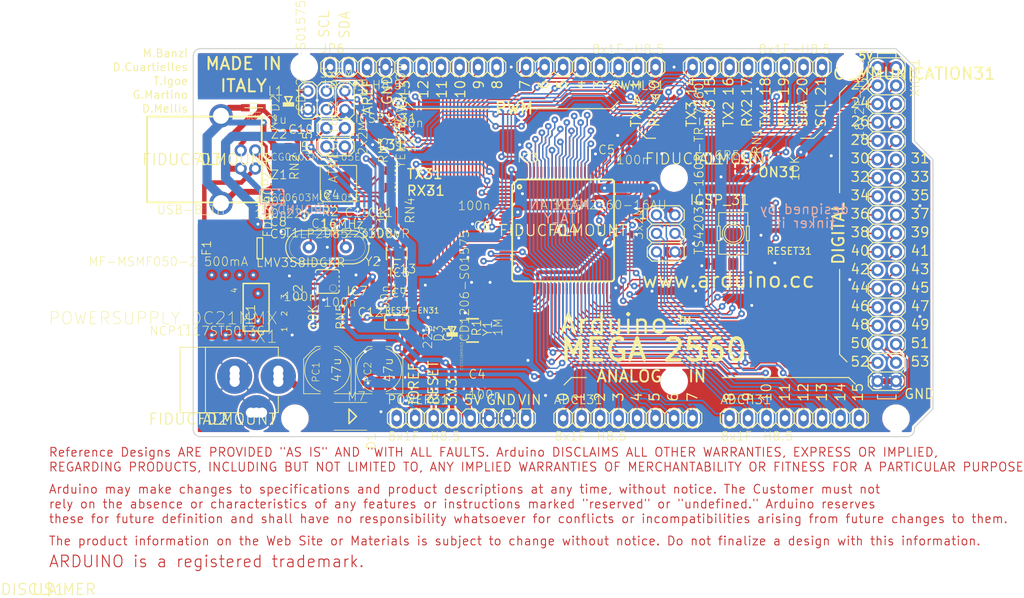
<source format=kicad_pcb>
(kicad_pcb (version 20240108) (generator "pcbnew") (generator_version "8.0")
  (title_block (title "Arduino Mega 2560 Rev. 3") (rev "1.0") (comment 1 "Converted to KiCad by Prof. Mayhem") (comment 2 "1/22/2018"))
  (layers (0 "F.Cu" signal "Top") (31 "B.Cu" signal "Bottom") (34 "B.Paste" user) (35 "F.Paste" user) (36 "B.SilkS" user "B.Silkscreen") (37 "F.SilkS" user "F.Silkscreen") (38 "B.Mask" user) (39 "F.Mask" user) (44 "Edge.Cuts" user))
  (net 0 "")
  (net 1 "+5V")
  (net 2 "GND")
  (net 3 "+3V3")
  (net 4 "Net-(IC3-Pad4)")
  (net 5 "Net-(IC3-Pad8)")
  (net 6 "Net-(IC3-Pad9)")
  (net 7 "Net-(IC3-Pad14)")
  (net 8 "Net-(IC3-Pad27)")
  (net 9 "Net-(IC3-Pad28)")
  (net 10 "Net-(IC3-Pad29)")
  (net 11 "Net-(IC3-Pad47)")
  (net 12 "Net-(IC3-Pad48)")
  (net 13 "Net-(IC3-Pad49)")
  (net 14 "Net-(IC3-Pad65)")
  (net 15 "Net-(IC3-Pad66)")
  (net 16 "Net-(IC3-Pad67)")
  (net 17 "Net-(IC3-Pad68)")
  (net 18 "Net-(IC3-Pad69)")
  (net 19 "Net-(IC3-Pad79)")
  (net 20 "Net-(IC4-Pad5)")
  (net 21 "Net-(IC4-Pad6)")
  (net 22 "Net-(IC4-Pad7)")
  (net 23 "Net-(IC4-Pad12)")
  (net 24 "Net-(IC4-Pad14)")
  (net 25 "Net-(IC4-Pad22)")
  (net 26 "Net-(IC4-Pad23)")
  (net 27 "Net-(IC4-Pad25)")
  (net 28 "Net-(IC4-Pad26)")
  (net 29 "Net-(IC6-Pad4)")
  (net 30 "Net-(RN1-Pad1)")
  (net 31 "Net-(RN1-Pad4)")
  (net 32 "Net-(RN1-Pad5)")
  (net 33 "Net-(RN1-Pad8)")
  (net 34 "Net-(RN2-Pad2)")
  (net 35 "Net-(RN2-Pad3)")
  (net 36 "Net-(RN2-Pad6)")
  (net 37 "Net-(RN2-Pad7)")
  (net 38 "Net-(RN3-Pad3)")
  (net 39 "Net-(RN3-Pad6)")
  (net 40 "/ADC8")
  (net 41 "/ADC9")
  (net 42 "/ADC10")
  (net 43 "/ADC11")
  (net 44 "/ADC12")
  (net 45 "/ADC13")
  (net 46 "/ADC14")
  (net 47 "/ADC15")
  (net 48 "/ADC0")
  (net 49 "/ADC1")
  (net 50 "/ADC2")
  (net 51 "/ADC3")
  (net 52 "/ADC4")
  (net 53 "/ADC5")
  (net 54 "/ADC6")
  (net 55 "/ADC7")
  (net 56 "/RESET")
  (net 57 "/VIN")
  (net 58 "/AREF")
  (net 59 "/DTR")
  (net 60 "/USBVCC")
  (net 61 "/VUCAP")
  (net 62 "/UGND")
  (net 63 "/CMP")
  (net 64 "/XT1")
  (net 65 "/XT2")
  (net 66 "/SCL")
  (net 67 "/SDA")
  (net 68 "/RXD1")
  (net 69 "/TXD1")
  (net 70 "/RXD2")
  (net 71 "/TXD2")
  (net 72 "/RXD3")
  (net 73 "/TXD3")
  (net 74 "/PWRIN")
  (net 75 "/RESET2")
  (net 76 "/XVCC")
  (net 77 "/PG5")
  (net 78 "/PE0")
  (net 79 "/PE1")
  (net 80 "/PE3")
  (net 81 "/PE4")
  (net 82 "/PE5")
  (net 83 "/PH3")
  (net 84 "/PH4")
  (net 85 "/PH5")
  (net 86 "/PH6")
  (net 87 "/PB0")
  (net 88 "/PB1")
  (net 89 "/PB2")
  (net 90 "/PB3")
  (net 91 "/PB4")
  (net 92 "/PB5")
  (net 93 "/PB6")
  (net 94 "/PB7")
  (net 95 "/XTAL2")
  (net 96 "/XTAL1")
  (net 97 "/PL0")
  (net 98 "/PL1")
  (net 99 "/PL2")
  (net 100 "/PL3")
  (net 101 "/PL4")
  (net 102 "/PL5")
  (net 103 "/PL6")
  (net 104 "/PL7")
  (net 105 "/PD7")
  (net 106 "/PG0")
  (net 107 "/PG1")
  (net 108 "/PC0")
  (net 109 "/PC1")
  (net 110 "/PC2")
  (net 111 "/PC3")
  (net 112 "/PC4")
  (net 113 "/PC5")
  (net 114 "/PC6")
  (net 115 "/PC7")
  (net 116 "/PG2")
  (net 117 "/PA7")
  (net 118 "/PA6")
  (net 119 "/PA5")
  (net 120 "/PA4")
  (net 121 "/PA3")
  (net 122 "/PA2")
  (net 123 "/PA1")
  (net 124 "/PA0")
  (net 125 "/M8TXD")
  (net 126 "/M8RXD")
  (net 127 "/RXL")
  (net 128 "/TXL")
  (net 129 "/SCK2")
  (net 130 "/MOSI2")
  (net 131 "/MISO2")
  (net 132 "/8PB4")
  (net 133 "/8PB5")
  (net 134 "/8PB6")
  (net 135 "/8PB7")
  (net 136 "/RD+")
  (net 137 "/RD-")
  (net 138 "/GATE_CMD")
  (net 139 "/L13")
  (net 140 "/USHIELD")
  (net 141 "/N$2")
  (net 142 "/N$3")
  (net 143 "Net-(POWER31-Pad1)")
  (net 144 "Net-(RESET31-Pad5)")
  (net 145 "/D+")
  (net 146 "/D-")
  (net 147 "/N$55")
  (net 148 "/N$54")
  (footprint "2X03" (layer "F.Cu") (at 162.5981 103.7336 -90)
    (property "Reference" "ICSP_31")
    (property "Value" "3x2M")
  )
  (footprint "1X08" (layer "F.Cu") (at 152.3111 80.8736 180)
    (property "Reference" "PWML31")
    (property "Value" "8x1F-H8.5")
  )
  (footprint "PANASONIC_D" (layer "F.Cu") (at 116.1161 122.5296 90)
    (property "Reference" "PC1")
    (property "Value" "47u")
  )
  (footprint "PANASONIC_D" (layer "F.Cu") (at 123.2281 122.5296 90)
    (property "Reference" "PC2")
    (property "Value" "47u")
  )
  (footprint "CHIP-LED0805" (layer "F.Cu") (at 173.9011 94.8436 90)
    (property "Reference" "ON31")
    (property "Value" "GREEN")
  )
  (footprint "SMB" (layer "F.Cu") (at 119.2911 128.8796 180)
    (property "Reference" "D1")
    (property "Value" "M7")
  )
  (footprint "POWERSUPPLY_DC-21MM" (layer "F.Cu") (at 103.0351 123.2916 90)
    (property "Reference" "X1")
    (property "Value" "POWERSUPPLY_DC21MMX")
  )
  (footprint "FIDUCIA-MOUNT" (layer "F.Cu") (at 168.5417 93.4814)
    (property "Reference" "FD1")
    (property "Value" "FIDUCIALMOUNT")
  )
  (footprint "FIDUCIA-MOUNT" (layer "F.Cu") (at 100.3681 129.2606)
    (property "Reference" "FD2")
    (property "Value" "FIDUCIALMOUNT")
  )
  (footprint "FIDUCIA-MOUNT" (layer "F.Cu") (at 99.4791 93.5736)
    (property "Reference" "FD3")
    (property "Value" "FIDUCIALMOUNT")
  )
  (footprint "SOT223" (layer "F.Cu") (at 106.3371 113.8936 90)
    (property "Reference" "IC1")
    (property "Value" "NCP1117ST50T3G")
  )
  (footprint "C0603-ROUND" (layer "F.Cu") (at 125.6411 87.2236)
    (property "Reference" "C3")
    (property "Value" "100n")
  )
  (footprint "C0603-ROUND" (layer "F.Cu") (at 137.7461 101.2546 180)
    (property "Reference" "C6")
    (property "Value" "100n")
  )
  (footprint "C0603-ROUND" (layer "F.Cu") (at 112.0521 114.0206 -90)
    (property "Reference" "C2")
    (property "Value" "100n")
  )
  (footprint "1X08" (layer "F.Cu") (at 157.3911 129.1336)
    (property "Reference" "ADCL31")
    (property "Value" "8x1F-H8.5")
  )
  (footprint "1X08" (layer "F.Cu") (at 175.1711 80.8736 180)
    (property "Reference" "COMMUNICATION31")
    (property "Value" "8x1F-H8.5")
  )
  (footprint "TQFP100" (layer "F.Cu") (at 148.5011 103.3272)
    (property "Reference" "IC3")
    (property "Value" "ATMEGA2560-16AU")
  )
  (footprint "C0603-ROUND" (layer "F.Cu") (at 156.6291 92.3036)
    (property "Reference" "C5")
    (property "Value" "100n")
  )
  (footprint "C0603-ROUND" (layer "F.Cu") (at 136.3091 124.5616)
    (property "Reference" "C4")
    (property "Value" "100n")
  )
  (footprint "1X08" (layer "F.Cu") (at 180.2511 129.1336)
    (property "Reference" "ADCH31")
    (property "Value" "8x1F-H8.5")
  )
  (footprint "C0603-ROUND" (layer "F.Cu") (at 131.2291 117.0686 -90)
    (property "Reference" "C1")
    (property "Value" "22p")
  )
  (footprint "C0603-ROUND" (layer "F.Cu") (at 109.7661 100.6856 180)
    (property "Reference" "C8")
    (property "Value" "100n")
  )
  (footprint "C0603-ROUND" (layer "F.Cu") (at 125.6411 110.0836)
    (property "Reference" "C13")
    (property "Value" "1u")
  )
  (footprint "CHIP-LED0805" (layer "F.Cu") (at 125.6411 97.3836 90)
    (property "Reference" "RX31")
    (property "Value" "YELLOW")
  )
  (footprint "CHIP-LED0805" (layer "F.Cu") (at 125.6411 95.0976 90)
    (property "Reference" "TX31")
    (property "Value" "YELLOW")
  )
  (footprint "PN61729" (layer "F.Cu") (at 101.5111 93.5736 -90)
    (property "Reference" "X2")
    (property "Value" "USB-B_TH")
  )
  (footprint "L1812" (layer "F.Cu") (at 102.1461 105.0036 90)
    (property "Reference" "F1")
    (property "Value" "MF-MSMF050-2 500mA")
  )
  (footprint "C0603-ROUND" (layer "F.Cu") (at 109.7661 102.3366 180)
    (property "Reference" "C9")
    (property "Value" "100n")
  )
  (footprint "CHIP-LED0805" (layer "F.Cu") (at 125.6411 89.5096 90)
    (property "Reference" "L31")
    (property "Value" "YELLOW")
  )
  (footprint "C0603-ROUND" (layer "F.Cu") (at 125.6411 113.3856)
    (property "Reference" "C7")
    (property "Value" "100n")
  )
  (footprint "SOT-23" (layer "F.Cu") (at 106.8451 105.7656 -90)
    (property "Reference" "T1")
    (property "Value" "FDN340P")
  )
  (footprint "C0603-ROUND" (layer "F.Cu") (at 119.2911 114.5286 180)
    (property "Reference" "C12")
    (property "Value" "100n")
  )
  (footprint "C0603-ROUND" (layer "F.Cu") (at 122.4661 102.3366)
    (property "Reference" "C11")
    (property "Value" "100n")
  )
  (footprint "SJ" (layer "F.Cu") (at 125.6411 115.9256)
    (property "Reference" "RESET-EN31")
    (property "Value" "~")
  )
  (footprint "C0603-ROUND" (layer "F.Cu") (at 109.7661 89.3826 180)
    (property "Reference" "C10")
    (property "Value" "1u")
  )
  (footprint "MLF32" (layer "F.Cu") (at 117.6401 96.8756 90)
    (property "Reference" "IC4")
    (property "Value" "ATMEGA16U2-MU")
  )
  (footprint "2X03" (layer "F.Cu") (at 115.9891 85.4456 180)
    (property "Reference" "ICSP1_31")
    (property "Value" "3x2M")
  )
  (footprint "0805" (layer "F.Cu") (at 105.9561 86.4616 180)
    (property "Reference" "L1")
    (property "Value" "BLM21")
  )
  (footprint "CT%2fCN0603" (layer "F.Cu") (at 109.7661 97.3836)
    (property "Reference" "Z1")
    (property "Value" "CG0603MLC-05E")
  )
  (footprint "CT%2fCN0603" (layer "F.Cu") (at 109.7661 91.7956)
    (property "Reference" "Z2")
    (property "Value" "CG0603MLC-05E")
  )
  (footprint "RESONATOR" (layer "F.Cu") (at 136.0551 117.0686 -90)
    (property "Reference" "Y1")
    (property "Value" "CSTCE16M0V53-R0 16MHZ")
  )
  (footprint "R0603-ROUND" (layer "F.Cu") (at 138.2141 117.0686 90)
    (property "Reference" "R1")
    (property "Value" "1M")
  )
  (footprint "CAY16" (layer "F.Cu") (at 125.6411 100.5586 90)
    (property "Reference" "RN4")
    (property "Value" "1k")
  )
  (footprint "CAT16" (layer "F.Cu") (at 116.1161 115.1636 90)
    (property "Reference" "RN5")
    (property "Value" "10K")
  )
  (footprint "CAT16" (layer "F.Cu") (at 178.3461 94.8436 -90)
    (property "Reference" "RN1")
    (property "Value" "10K")
  )
  (footprint "CAY16" (layer "F.Cu") (at 125.6411 92.3036 -90)
    (property "Reference" "RN3")
    (property "Value" "1k")
  )
  (footprint "FIDUCIA-MOUNT" (layer "F.Cu") (at 148.5011 103.3272)
    (property "Reference" "FD4")
    (property "Value" "FIDUCIALMOUNT")
  )
  (footprint "CAY16" (layer "F.Cu") (at 109.7661 94.5896 90)
    (property "Reference" "RN2")
    (property "Value" "22R")
  )
  (footprint "TS42" (layer "F.Cu") (at 171.8691 103.7336 90)
    (property "Reference" "RESET31")
    (property "Value" "TS42031-160R-TR-7260")
  )
  (footprint "R0603-ROUND" (layer "F.Cu") (at 116.1161 102.3366)
    (property "Reference" "R2")
    (property "Value" "1M")
  )
  (footprint "SOT23-DBV" (layer "F.Cu") (at 125.6411 106.5022 180)
    (property "Reference" "IC6")
    (property "Value" "LP2985-33DBVR")
  )
  (footprint "QS" (layer "F.Cu") (at 116.1161 105.6386 180)
    (property "Reference" "Y2")
    (property "Value" "16MHz")
  )
  (footprint "C0603-ROUND" (layer "F.Cu") (at 112.9411 102.3366 180)
    (property "Reference" "C14")
    (property "Value" "22p")
  )
  (footprint "C0603-ROUND" (layer "F.Cu") (at 119.2911 102.3366)
    (property "Reference" "C15")
    (property "Value" "22p")
  )
  (footprint "2X02" (layer "F.Cu") (at 117.2591 90.5256 90)
    (property "Reference" "JP5")
    (property "Value" "2x2M - NM")
  )
  (footprint "MSOP08" (layer "F.Cu") (at 116.1161 110.3376 90)
    (property "Reference" "IC7")
    (property "Value" "LMV358IDGKR")
  )
  (footprint "MINIMELF" (layer "F.Cu") (at 133.2611 117.0686 90)
    (property "Reference" "D3")
    (property "Value" "CD1206-S01575")
  )
  (footprint "2X18" (layer "F.Cu") (at 192.9511 102.4636 -90)
    (property "Reference" "XIO31")
    (property "Value" "18x2F-H8.5")
  )
  (footprint "1X10" (layer "F.Cu") (at 127.9271 80.8736)
    (property "Reference" "JP6")
    (property "Value" "10x1F-H8.5")
  )
  (footprint "1X08" (layer "F.Cu") (at 134.5311 129.1336)
    (property "Reference" "POWER31")
    (property "Value" "8x1F-H8.5")
  )
  (footprint "MINIMELF" (layer "F.Cu") (at 110.7821 85.4456 90)
    (property "Reference" "D2")
    (property "Value" "CD1206-S01575")
  )
  (footprint "DISCLAIMER" (layer "F.Cu") (at 77.8011 152.6736)
    (property "Reference" "U$1")
    (property "Value" "DISCLAIMER")
  )
  (footprint "Arduino_MEGA_2560-Rev3:VPAD_VPAC0" (layer "F.Cu") (at 174.4 113.6)
    (property "Reference" "")
    (property "Value" "")
  )
  (footprint "Arduino_MEGA_2560-Rev3:VPAD_VPAC0" (layer "F.Cu") (at 166.7 111.6)
    (property "Reference" "")
    (property "Value" "")
  )
  (footprint "Arduino_MEGA_2560-Rev3:VPAD_VPAC0" (layer "F.Cu") (at 160.7 111.7)
    (property "Reference" "")
    (property "Value" "")
  )
  (footprint "Arduino_MEGA_2560-Rev3:VPAD_VPAC0" (layer "F.Cu") (at 177.8 107.95)
    (property "Reference" "")
    (property "Value" "")
  )
  (footprint "Arduino_MEGA_2560-Rev3:VPAD_VPAC0" (layer "F.Cu") (at 187.96 109.982)
    (property "Reference" "")
    (property "Value" "")
  )
  (footprint "Arduino_MEGA_2560-Rev3:VPAD_VPAC0" (layer "F.Cu") (at 175.768 104.14)
    (property "Reference" "")
    (property "Value" "")
  )
  (footprint "Arduino_MEGA_2560-Rev3:VPAD_VPAC0" (layer "F.Cu") (at 168.402 104.394)
    (property "Reference" "")
    (property "Value" "")
  )
  (footprint "Arduino_MEGA_2560-Rev3:VPAD_VPAC0" (layer "F.Cu") (at 170.688 105.41)
    (property "Reference" "")
    (property "Value" "")
  )
  (footprint "Arduino_MEGA_2560-Rev3:VPAD_VPAC0" (layer "F.Cu") (at 167.64 108.204)
    (property "Reference" "")
    (property "Value" "")
  )
  (footprint "Arduino_MEGA_2560-Rev3:VPAD_VPAC0" (layer "F.Cu") (at 185.42 93.218)
    (property "Reference" "")
    (property "Value" "")
  )
  (footprint "Arduino_MEGA_2560-Rev3:VPAD_VPAC0" (layer "F.Cu") (at 197.612 100.076)
    (property "Reference" "")
    (property "Value" "")
  )
  (footprint "Arduino_MEGA_2560-Rev3:VPAD_VPAC0" (layer "F.Cu") (at 197.612 115.062)
    (property "Reference" "")
    (property "Value" "")
  )
  (footprint "Arduino_MEGA_2560-Rev3:VPAD_VPAC0" (layer "F.Cu") (at 175.26 84.074)
    (property "Reference" "")
    (property "Value" "")
  )
  (footprint "Arduino_MEGA_2560-Rev3:VPAD_VPAC0" (layer "F.Cu") (at 163.83 81.026)
    (property "Reference" "")
    (property "Value" "")
  )
  (footprint "Arduino_MEGA_2560-Rev3:VPAD_VPAC0" (layer "F.Cu") (at 155.956 90.424)
    (property "Reference" "")
    (property "Value" "")
  )
  (footprint "Arduino_MEGA_2560-Rev3:VPAD_VPAC0" (layer "F.Cu") (at 162.052 92.964)
    (property "Reference" "")
    (property "Value" "")
  )
  (footprint "Arduino_MEGA_2560-Rev3:VPAD_VPAC0" (layer "F.Cu") (at 142.494 91.694)
    (property "Reference" "")
    (property "Value" "")
  )
  (footprint "Arduino_MEGA_2560-Rev3:VPAD_VPAC0" (layer "F.Cu") (at 141.224 81.026)
    (property "Reference" "")
    (property "Value" "")
  )
  (footprint "Arduino_MEGA_2560-Rev3:VPAD_VPAC0" (layer "F.Cu") (at 170.18 96.266)
    (property "Reference" "")
    (property "Value" "")
  )
  (footprint "Arduino_MEGA_2560-Rev3:VPAD_VPAC0" (layer "F.Cu") (at 130.048 98.298)
    (property "Reference" "")
    (property "Value" "")
  )
  (footprint "Arduino_MEGA_2560-Rev3:VPAD_VPAC0" (layer "F.Cu") (at 122.682 88.646)
    (property "Reference" "")
    (property "Value" "")
  )
  (footprint "Arduino_MEGA_2560-Rev3:VPAD_VPAC0" (layer "F.Cu") (at 111.506 99.568)
    (property "Reference" "")
    (property "Value" "")
  )
  (footprint "Arduino_MEGA_2560-Rev3:VPAD_VPAC0" (layer "F.Cu") (at 109.728 103.886)
    (property "Reference" "")
    (property "Value" "")
  )
  (footprint "Arduino_MEGA_2560-Rev3:VPAD_VPAC0" (layer "F.Cu") (at 116.078 105.918)
    (property "Reference" "")
    (property "Value" "")
  )
  (footprint "Arduino_MEGA_2560-Rev3:VPAD_VPAC0" (layer "F.Cu") (at 121.92 105.41)
    (property "Reference" "")
    (property "Value" "")
  )
  (footprint "Arduino_MEGA_2560-Rev3:VPAD_VPAC0" (layer "F.Cu") (at 123.19 107.696)
    (property "Reference" "")
    (property "Value" "")
  )
  (footprint "Arduino_MEGA_2560-Rev3:VPAD_VPAC0" (layer "F.Cu") (at 110.998 109.728)
    (property "Reference" "")
    (property "Value" "")
  )
  (footprint "Arduino_MEGA_2560-Rev3:VPAD_VPAC0" (layer "F.Cu") (at 111.252 118.11)
    (property "Reference" "")
    (property "Value" "")
  )
  (footprint "Arduino_MEGA_2560-Rev3:VPAD_VPAC0" (layer "F.Cu") (at 120.142 109.728)
    (property "Reference" "")
    (property "Value" "")
  )
  (footprint "Arduino_MEGA_2560-Rev3:VPAD_VPAC0" (layer "F.Cu") (at 121.352 120.31)
    (property "Reference" "")
    (property "Value" "")
  )
  (footprint "Arduino_MEGA_2560-Rev3:VPAD_VPAC0" (layer "F.Cu") (at 123.452 128.61)
    (property "Reference" "")
    (property "Value" "")
  )
  (footprint "Arduino_MEGA_2560-Rev3:VPAD_VPAC0" (layer "F.Cu") (at 146.052 126.41)
    (property "Reference" "")
    (property "Value" "")
  )
  (footprint "Arduino_MEGA_2560-Rev3:VPAD_VPAC0" (layer "F.Cu") (at 143.842 121.428)
    (property "Reference" "")
    (property "Value" "")
  )
  (footprint "Arduino_MEGA_2560-Rev3:VPAD_VPAC0" (layer "F.Cu") (at 135.142 115.028)
    (property "Reference" "")
    (property "Value" "")
  )
  (footprint "Arduino_MEGA_2560-Rev3:VPAD_VPAC0" (layer "F.Cu") (at 129.742 111.228)
    (property "Reference" "")
    (property "Value" "")
  )
  (footprint "Arduino_MEGA_2560-Rev3:VPAD_VPAC0" (layer "F.Cu") (at 130.042 115.628)
    (property "Reference" "")
    (property "Value" "")
  )
  (footprint "Arduino_MEGA_2560-Rev3:VPAD_VPAC0" (layer "F.Cu") (at 135.442 107.328)
    (property "Reference" "")
    (property "Value" "")
  )
  (footprint "Arduino_MEGA_2560-Rev3:VPAD_VPAC0" (layer "F.Cu") (at 135.942 110.728)
    (property "Reference" "")
    (property "Value" "")
  )
  (footprint "Arduino_MEGA_2560-Rev3:VPAD_VPAC0" (layer "F.Cu") (at 138.542 110.728)
    (property "Reference" "")
    (property "Value" "")
  )
  (footprint "Arduino_MEGA_2560-Rev3:VPAD_VPAC0" (layer "F.Cu") (at 136.142 102.728)
    (property "Reference" "")
    (property "Value" "")
  )
  (footprint "Arduino_MEGA_2560-Rev3:VPAD_VPAC0" (layer "F.Cu") (at 155.742 111.428)
    (property "Reference" "")
    (property "Value" "")
  )
  (footprint "Arduino_MEGA_2560-Rev3:VPAD_VPAC0" (layer "F.Cu") (at 158.642 104.128)
    (property "Reference" "")
    (property "Value" "")
  )
  (footprint "Arduino_MEGA_2560-Rev3:VPAD_VPAC0" (layer "F.Cu") (at 142.442 104.628)
    (property "Reference" "")
    (property "Value" "")
  )
  (footprint "Arduino_MEGA_2560-Rev3:VPAD_VPAC0" (layer "F.Cu") (at 114.648 85.798)
    (property "Reference" "")
    (property "Value" "")
  )
  (footprint "Arduino_MEGA_2560-Rev3:VPAD_VPAC0" (layer "F.Cu") (at 167.52 99.718)
    (property "Reference" "")
    (property "Value" "")
  )
  (footprint "Arduino_MEGA_2560-Rev3:VPAD_VPAC0" (layer "F.Cu") (at 100.198 109.628)
    (property "Reference" "")
    (property "Value" "")
  )
  (footprint "Arduino_MEGA_2560-Rev3:VPAD_VPAC0" (layer "F.Cu") (at 102.198 109.628)
    (property "Reference" "")
    (property "Value" "")
  )
  (footprint "Arduino_MEGA_2560-Rev3:VPAD_VPAC0" (layer "F.Cu") (at 104.098 109.528)
    (property "Reference" "")
    (property "Value" "")
  )
  (footprint "Arduino_MEGA_2560-Rev3:VPAD_VPAC0" (layer "F.Cu") (at 105.998 109.528)
    (property "Reference" "")
    (property "Value" "")
  )
  (footprint "Arduino_MEGA_2560-Rev3:VPAD_VPAC0" (layer "F.Cu") (at 106.598 112.028)
    (property "Reference" "")
    (property "Value" "")
  )
  (footprint "Arduino_MEGA_2560-Rev3:VPAD_VPAC0" (layer "F.Cu") (at 106.598 115.828)
    (property "Reference" "")
    (property "Value" "")
  )
  (footprint "Arduino_MEGA_2560-Rev3:VPAD_VPAC0" (layer "F.Cu") (at 100.298 117.628)
    (property "Reference" "")
    (property "Value" "")
  )
  (footprint "Arduino_MEGA_2560-Rev3:VPAD_VPAC0" (layer "F.Cu") (at 102.098 117.628)
    (property "Reference" "")
    (property "Value" "")
  )
  (footprint "Arduino_MEGA_2560-Rev3:VPAD_VPAC0" (layer "F.Cu") (at 104.098 117.828)
    (property "Reference" "")
    (property "Value" "")
  )
  (footprint "Arduino_MEGA_2560-Rev3:VPAD_VPAC0" (layer "F.Cu") (at 105.898 117.628)
    (property "Reference" "")
    (property "Value" "")
  )
  (footprint "" (layer "F.Cu") (at 163.7411 124.0536)
    (property "Reference" "@HOLE5" (hide yes))
    (property "Value" "")
  )
  (footprint "" (layer "F.Cu") (at 111.6711 129.1336)
    (property "Reference" "@HOLE3" (hide yes))
    (property "Value" "")
  )
  (footprint "" (layer "F.Cu") (at 163.7411 96.1136)
    (property "Reference" "@HOLE4" (hide yes))
    (property "Value" "")
  )
  (footprint "" (layer "F.Cu") (at 112.9411 80.8736)
    (property "Reference" "@HOLE1" (hide yes))
    (property "Value" "")
  )
  (footprint "" (layer "F.Cu") (at 194.2211 129.1336)
    (property "Reference" "@HOLE0" (hide yes))
    (property "Value" "")
  )
  (footprint "" (layer "F.Cu") (at 187.8711 80.8736)
    (property "Reference" "@HOLE2" (hide yes))
    (property "Value" "")
  )
  (footprint "SJ" (layer "B.Cu") (at 108.4961 98.6536)
    (property "Reference" "GROUND31")
    (property "Value" "~")
  )
  (gr_line (start 158.0261 85.9536) (end 158.6611 85.3186) (stroke (width 0.15)) (layer "F.SilkS"))
  (gr_line (start 159.2961 85.9536) (end 158.6611 85.3186) (stroke (width 0.15)) (layer "F.SilkS"))
  (gr_line (start 161.8361 84.6836) (end 161.2011 85.9536) (stroke (width 0.15)) (layer "F.SilkS"))
  (gr_line (start 186.4741 98.1456) (end 186.4741 84.4296) (stroke (width 0.15)) (layer "F.SilkS"))
  (gr_circle (center 119.9261 83.1596) (end 120.1057 83.1596) (stroke (width 0.3048)) (fill none) (layer "F.SilkS"))
  (gr_line (start 160.5661 84.6836) (end 161.2011 84.6836) (stroke (width 0.15)) (layer "F.SilkS"))
  (gr_line (start 161.2011 84.6836) (end 161.2011 85.3186) (stroke (width 0.15)) (layer "F.SilkS"))
  (gr_line (start 186.4741 120.3706) (end 187.4901 121.3866) (stroke (width 0.15)) (layer "F.SilkS"))
  (gr_line (start 186.4741 84.4296) (end 187.4901 83.4136) (stroke (width 0.15)) (layer "F.SilkS"))
  (gr_line (start 160.5661 84.6836) (end 161.2011 85.3186) (stroke (width 0.15)) (layer "F.SilkS"))
  (gr_line (start 191.6811 79.6036) (end 191.6811 78.9686) (stroke (width 0.15)) (layer "F.SilkS"))
  (gr_line (start 194.2211 78.9686) (end 194.2211 79.6036) (stroke (width 0.15)) (layer "F.SilkS"))
  (gr_line (start 186.4741 108.6866) (end 186.4741 120.3706) (stroke (width 0.15)) (layer "F.SilkS"))
  (gr_line (start 158.6611 85.9536) (end 159.2961 85.9536) (stroke (width 0.15)) (layer "F.SilkS"))
  (gr_line (start 191.6811 125.9586) (end 191.6811 126.4666) (stroke (width 0.15)) (layer "F.SilkS"))
  (gr_line (start 155.1051 86.5886) (end 156.1211 85.5726) (stroke (width 0.15)) (layer "F.SilkS"))
  (gr_line (start 158.0261 85.9536) (end 158.6611 84.6836) (stroke (width 0.15)) (layer "F.SilkS"))
  (gr_line (start 151.6761 123.5456) (end 149.6441 123.5456) (stroke (width 0.15)) (layer "F.SilkS"))
  (gr_line (start 191.6811 126.4666) (end 194.2211 126.4666) (stroke (width 0.15)) (layer "F.SilkS"))
  (gr_line (start 127.9271 86.5886) (end 127.0381 85.6996) (stroke (width 0.15)) (layer "F.SilkS"))
  (gr_line (start 182.9181 90.6526) (end 184.0611 89.5096) (stroke (width 0.15)) (layer "F.SilkS"))
  (gr_line (start 181.1401 90.6526) (end 182.9181 90.6526) (stroke (width 0.15)) (layer "F.SilkS"))
  (gr_line (start 161.8361 84.6836) (end 161.2011 84.6836) (stroke (width 0.15)) (layer "F.SilkS"))
  (gr_line (start 158.7881 89.5096) (end 159.9311 90.6526) (stroke (width 0.15)) (layer "F.SilkS"))
  (gr_line (start 161.2011 85.9536) (end 160.5661 84.6836) (stroke (width 0.15)) (layer "F.SilkS"))
  (gr_line (start 187.7441 123.5456) (end 188.6331 124.4346) (stroke (width 0.15)) (layer "F.SilkS"))
  (gr_line (start 138.3411 86.5886) (end 127.9271 86.5886) (stroke (width 0.15)) (layer "F.SilkS"))
  (gr_line (start 158.6611 85.3186) (end 158.6611 85.9536) (stroke (width 0.15)) (layer "F.SilkS"))
  (gr_line (start 191.6811 78.9686) (end 194.2211 78.9686) (stroke (width 0.15)) (layer "F.SilkS"))
  (gr_line (start 158.6611 84.6836) (end 159.2961 85.9536) (stroke (width 0.15)) (layer "F.SilkS"))
  (gr_line (start 143.9291 86.5886) (end 155.1051 86.5886) (stroke (width 0.15)) (layer "F.SilkS"))
  (gr_line (start 194.2211 126.4666) (end 194.2211 125.9586) (stroke (width 0.15)) (layer "F.SilkS"))
  (gr_line (start 161.2011 85.3186) (end 161.8361 84.6836) (stroke (width 0.15)) (layer "F.SilkS"))
  (gr_line (start 149.6441 123.5456) (end 148.6281 124.5616) (stroke (width 0.15)) (layer "F.SilkS"))
  (gr_line (start 159.9311 90.6526) (end 161.2011 90.6526) (stroke (width 0.15)) (layer "F.SilkS"))
  (gr_line (start 170.3451 123.5456) (end 187.7441 123.5456) (stroke (width 0.15)) (layer "F.SilkS"))
  (gr_line (start 158.6611 85.9536) (end 158.0261 85.9536) (stroke (width 0.15)) (layer "F.SilkS"))
  (gr_line (start 199.3011 127.8636) (end 196.7611 130.4036) (stroke (width 0.15)) (layer "Edge.Cuts"))
  (gr_line (start 199.3011 93.5736) (end 199.3011 127.8636) (stroke (width 0.15)) (layer "Edge.Cuts"))
  (gr_line (start 196.7611 91.0336) (end 199.3011 93.5736) (stroke (width 0.15)) (layer "Edge.Cuts"))
  (gr_arc (start 98.7011 131.6736) (mid 97.993993 131.380707) (end 97.7011 130.6736) (stroke (width 0.15)) (layer "Edge.Cuts"))
  (gr_line (start 194.2211 78.3336) (end 196.7611 80.8736) (stroke (width 0.15)) (layer "Edge.Cuts"))
  (gr_line (start 195.7611 131.6736) (end 98.7011 131.6736) (stroke (width 0.15)) (layer "Edge.Cuts"))
  (gr_arc (start 196.7611 130.6736) (mid 196.468207 131.380707) (end 195.7611 131.6736) (stroke (width 0.15)) (layer "Edge.Cuts"))
  (gr_line (start 196.7611 130.4036) (end 196.7611 130.6736) (stroke (width 0.15)) (layer "Edge.Cuts"))
  (gr_line (start 196.7611 80.8736) (end 196.7611 91.0336) (stroke (width 0.15)) (layer "Edge.Cuts"))
  (gr_line (start 97.7011 130.6736) (end 97.7011 79.3336) (stroke (width 0.15)) (layer "Edge.Cuts"))
  (gr_arc (start 97.7011 79.3336) (mid 97.993993 78.626493) (end 98.7011 78.3336) (stroke (width 0.15)) (layer "Edge.Cuts"))
  (gr_line (start 98.7011 78.3336) (end 194.2211 78.3336) (stroke (width 0.15)) (layer "Edge.Cuts"))
  (gr_text "MEGAXL-Rev3b" (at 99.6457 127.764 90) (layer "F.Cu") (effects (font (size 0.77216 0.77216) (thickness 0.12192)) (justify left bottom)))
  (gr_text "MADE IN" (at 152.3111 100.5586 0) (layer "B.SilkS") (effects (font (size 1.35128 1.35128) (thickness 0.170688)) (justify left bottom mirror)))
  (gr_text "designed by" (at 187.8711 101.1936 0) (layer "B.SilkS") (effects (font (size 1.35128 1.35128) (thickness 0.170688)) (justify left bottom mirror)))
  (gr_text "ITALY" (at 151.0411 102.4636 0) (layer "B.SilkS") (effects (font (size 1.35128 1.35128) (thickness 0.170688)) (justify left bottom mirror)))
  (gr_text "tinker it" (at 185.9661 103.0986 0) (layer "B.SilkS") (effects (font (size 1.35128 1.35128) (thickness 0.170688)) (justify left bottom mirror)))
  (gr_text "RX" (at 161.8361 89.2556 90) (layer "F.SilkS") (effects (font (size 1.35128 1.35128) (thickness 0.170688)) (justify left bottom)))
  (gr_text "38" (at 187.8711 104.3686 0) (layer "F.SilkS") (effects (font (size 1.35128 1.35128) (thickness 0.170688)) (justify left bottom)))
  (gr_text "3" (at 156.8831 126.9746 90) (layer "F.SilkS") (effects (font (size 1.35128 1.35128) (thickness 0.170688)) (justify left bottom)))
  (gr_text "SCL" (at 116.4673 76.9498 90) (layer "F.SilkS") (effects (font (size 1.35128 1.35128) (thickness 0.14224)) (justify left bottom)))
  (gr_text "7" (at 167.0431 126.9746 90) (layer "F.SilkS") (effects (font (size 1.35128 1.35128) (thickness 0.170688)) (justify left bottom)))
  (gr_text "10" (at 135.1661 85.3186 90) (layer "F.SilkS") (effects (font (size 1.35128 1.35128) (thickness 0.170688)) (justify left bottom)))
  (gr_text "12" (at 130.0861 85.3186 90) (layer "F.SilkS") (effects (font (size 1.35128 1.35128) (thickness 0.170688)) (justify left bottom)))
  (gr_text "12" (at 182.2831 126.9746 90) (layer "F.SilkS") (effects (font (size 1.35128 1.35128) (thickness 0.170688)) (justify left bottom)))
  (gr_text "ITALY" (at 101.2571 84.4296 0) (layer "F.SilkS") (effects (font (size 1.6891 1.6891) (thickness 0.2667)) (justify left bottom)))
  (gr_text "53" (at 196.1261 122.1486 0) (layer "F.SilkS") (effects (font (size 1.35128 1.35128) (thickness 0.170688)) (justify left bottom)))
  (gr_text "33" (at 196.1261 96.7486 0) (layer "F.SilkS") (effects (font (size 1.35128 1.35128) (thickness 0.170688)) (justify left bottom)))
  (gr_text "31" (at 196.1261 94.2086 0) (layer "F.SilkS") (effects (font (size 1.35128 1.35128) (thickness 0.170688)) (justify left bottom)))
  (gr_text "TX3" (at 166.9161 89.2556 90) (layer "F.SilkS") (effects (font (size 1.35128 1.35128) (thickness 0.170688)) (justify left bottom)))
  (gr_text "MEGA 2560" (at 147.8661 121.5136 0) (layer "F.SilkS") (effects (font (size 3.01625 3.01625) (thickness 0.47625)) (justify left bottom)))
  (gr_text "49" (at 196.1261 117.0686 0) (layer "F.SilkS") (effects (font (size 1.35128 1.35128) (thickness 0.170688)) (justify left bottom)))
  (gr_text "15" (at 169.4561 84.9376 90) (layer "F.SilkS") (effects (font (size 1.35128 1.35128) (thickness 0.170688)) (justify left bottom)))
  (gr_text "G.Martino" (at 97.0661 84.0486 0) (layer "F.SilkS") (effects (font (size 1.08585 1.08585) (thickness 0.13716)) (justify right top)))
  (gr_text "36" (at 187.8711 101.8286 0) (layer "F.SilkS") (effects (font (size 1.35128 1.35128) (thickness 0.170688)) (justify left bottom)))
  (gr_text "5" (at 149.1361 84.0486 90) (layer "F.SilkS") (effects (font (size 1.35128 1.35128) (thickness 0.170688)) (justify left bottom)))
  (gr_text "16" (at 171.9961 84.9376 90) (layer "F.SilkS") (effects (font (size 1.35128 1.35128) (thickness 0.170688)) (justify left bottom)))
  (gr_text "0" (at 149.2631 126.9746 90) (layer "F.SilkS") (effects (font (size 1.35128 1.35128) (thickness 0.170688)) (justify left bottom)))
  (gr_text "SDA" (at 182.1561 89.2556 90) (layer "F.SilkS") (effects (font (size 1.35128 1.35128) (thickness 0.170688)) (justify left bottom)))
  (gr_text "ANALOG   IN" (at 152.9461 124.3076 0) (layer "F.SilkS") (effects (font (size 1.59258 1.59258) (thickness 0.25146)) (justify left bottom)))
  (gr_text "www.arduino.cc" (at 159.1691 111.3536 0) (layer "F.SilkS") (effects (font (size 2.07518 2.07518) (thickness 0.262128)) (justify left bottom)))
  (gr_text "M.Banzi" (at 97.0661 78.3336 0) (layer "F.SilkS") (effects (font (size 1.08585 1.08585) (thickness 0.13716)) (justify right top)))
  (gr_text "37" (at 196.1261 101.8286 0) (layer "F.SilkS") (effects (font (size 1.35128 1.35128) (thickness 0.170688)) (justify left bottom)))
  (gr_text "18" (at 177.0761 84.9376 90) (layer "F.SilkS") (effects (font (size 1.35128 1.35128) (thickness 0.170688)) (justify left bottom)))
  (gr_text "TX" (at 159.2961 89.2556 90) (layer "F.SilkS") (effects (font (size 1.35128 1.35128) (thickness 0.170688)) (justify left bottom)))
  (gr_text "20" (at 182.1561 84.9376 90) (layer "F.SilkS") (effects (font (size 1.35128 1.35128) (thickness 0.170688)) (justify left bottom)))
  (gr_text "8" (at 172.1231 126.9746 90) (layer "F.SilkS") (effects (font (size 1.35128 1.35128) (thickness 0.170688)) (justify left bottom)))
  (gr_text "RX2" (at 174.5361 89.2556 90) (layer "F.SilkS") (effects (font (size 1.35128 1.35128) (thickness 0.170688)) (justify left bottom)))
  (gr_text "50" (at 187.8711 119.6086 0) (layer "F.SilkS") (effects (font (size 1.35128 1.35128) (thickness 0.170688)) (justify left bottom)))
  (gr_text "2" (at 156.7561 84.0486 90) (layer "F.SilkS") (effects (font (size 1.35128 1.35128) (thickness 0.170688)) (justify left bottom)))
  (gr_text "48" (at 187.8711 117.0686 0) (layer "F.SilkS") (effects (font (size 1.35128 1.35128) (thickness 0.170688)) (justify left bottom)))
  (gr_text "52" (at 187.8711 122.1486 0) (layer "F.SilkS") (effects (font (size 1.35128 1.35128) (thickness 0.170688)) (justify left bottom)))
  (gr_text "RX3" (at 169.4561 89.2556 90) (layer "F.SilkS") (effects (font (size 1.35128 1.35128) (thickness 0.170688)) (justify left bottom)))
  (gr_text "RESET" (at 131.4533 127.4196 90) (layer "F.SilkS") (effects (font (size 1.35128 1.35128) (thickness 0.170688)) (justify left bottom)))
  (gr_text "24" (at 187.8711 86.5886 0) (layer "F.SilkS") (effects (font (size 1.35128 1.35128) (thickness 0.170688)) (justify left bottom)))
  (gr_text "43" (at 196.1261 109.4486 0) (layer "F.SilkS") (effects (font (size 1.35128 1.35128) (thickness 0.170688)) (justify left bottom)))
  (gr_text "GND" (at 195.2371 126.5936 0) (layer "F.SilkS") (effects (font (size 1.35128 1.35128) (thickness 0.170688)) (justify left bottom)))
  (gr_text "9" (at 174.6631 126.9746 90) (layer "F.SilkS") (effects (font (size 1.35128 1.35128) (thickness 0.170688)) (justify left bottom)))
  (gr_text "D.Mellis" (at 97.0661 85.9536 0) (layer "F.SilkS") (effects (font (size 1.08585 1.08585) (thickness 0.13716)) (justify right top)))
  (gr_text "5V" (at 134.7719 127.402 0) (layer "F.SilkS") (effects (font (size 1.35128 1.35128) (thickness 0.170688)) (justify left bottom)))
  (gr_text "4" (at 159.4231 126.9746 90) (layer "F.SilkS") (effects (font (size 1.35128 1.35128) (thickness 0.170688)) (justify left bottom)))
  (gr_text "21" (at 184.6961 84.9376 90) (layer "F.SilkS") (effects (font (size 1.35128 1.35128) (thickness 0.170688)) (justify left bottom)))
  (gr_text "4" (at 151.6761 84.0486 90) (layer "F.SilkS") (effects (font (size 1.35128 1.35128) (thickness 0.170688)) (justify left bottom)))
  (gr_text "17" (at 174.5361 84.9376 90) (layer "F.SilkS") (effects (font (size 1.35128 1.35128) (thickness 0.170688)) (justify left bottom)))
  (gr_text "44" (at 187.8711 111.9886 0) (layer "F.SilkS") (effects (font (size 1.35128 1.35128) (thickness 0.170688)) (justify left bottom)))
  (gr_text "47" (at 196.1261 114.5286 0) (layer "F.SilkS") (effects (font (size 1.35128 1.35128) (thickness 0.170688)) (justify left bottom)))
  (gr_text "SDA" (at 119.2613 77.0768 90) (layer "F.SilkS") (effects (font (size 1.35128 1.35128) (thickness 0.14224)) (justify left bottom)))
  (gr_text "42" (at 187.8711 109.4486 0) (layer "F.SilkS") (effects (font (size 1.35128 1.35128) (thickness 0.170688)) (justify left bottom)))
  (gr_text "13" (at 127.5461 85.3186 90) (layer "F.SilkS") (effects (font (size 1.35128 1.35128) (thickness 0.170688)) (justify left bottom)))
  (gr_text "11" (at 179.7431 126.9746 90) (layer "F.SilkS") (effects (font (size 1.35128 1.35128) (thickness 0.170688)) (justify left bottom)))
  (gr_text "6" (at 164.3761 126.9746 90) (layer "F.SilkS") (effects (font (size 1.35128 1.35128) (thickness 0.170688)) (justify left bottom)))
  (gr_text "7" (at 144.0561 84.0486 90) (layer "F.SilkS") (effects (font (size 1.35128 1.35128) (thickness 0.170688)) (justify left bottom)))
  (gr_text "TX1" (at 177.0761 89.2556 90) (layer "F.SilkS") (effects (font (size 1.35128 1.35128) (thickness 0.170688)) (justify left bottom)))
  (gr_text "RX1" (at 179.6161 89.2556 90) (layer "F.SilkS") (effects (font (size 1.35128 1.35128) (thickness 0.170688)) (justify left bottom)))
  (gr_text "19" (at 179.6161 84.9376 90) (layer "F.SilkS") (effects (font (size 1.35128 1.35128) (thickness 0.170688)) (justify left bottom)))
  (gr_text "6" (at 146.5961 84.0486 90) (layer "F.SilkS") (effects (font (size 1.35128 1.35128) (thickness 0.170688)) (justify left bottom)))
  (gr_text "35" (at 196.1261 99.2886 0) (layer "F.SilkS") (effects (font (size 1.35128 1.35128) (thickness 0.170688)) (justify left bottom)))
  (gr_text "26" (at 187.8711 89.1286 0) (layer "F.SilkS") (effects (font (size 1.35128 1.35128) (thickness 0.170688)) (justify left bottom)))
  (gr_text "TM" (at 164.1221 116.3066 0) (layer "F.SilkS") (effects (font (size 0.9652 0.9652) (thickness 0.2032)) (justify left bottom)))
  (gr_text "15" (at 189.7761 126.9746 90) (layer "F.SilkS") (effects (font (size 1.35128 1.35128) (thickness 0.170688)) (justify left bottom)))
  (gr_text "1" (at 151.5491 126.9746 90) (layer "F.SilkS") (effects (font (size 1.35128 1.35128) (thickness 0.170688)) (justify left bottom)))
  (gr_text "0" (at 161.8361 84.0486 90) (layer "F.SilkS") (effects (font (size 1.35128 1.35128) (thickness 0.170688)) (justify left bottom)))
  (gr_text "5" (at 161.8361 126.9746 90) (layer "F.SilkS") (effects (font (size 1.35128 1.35128) (thickness 0.170688)) (justify left bottom)))
  (gr_text "34" (at 187.8711 99.2886 0) (layer "F.SilkS") (effects (font (size 1.35128 1.35128) (thickness 0.170688)) (justify left bottom)))
  (gr_text "8" (at 140.2461 84.0486 90) (layer "F.SilkS") (effects (font (size 1.35128 1.35128) (thickness 0.170688)) (justify left bottom)))
  (gr_text "VIN" (at 142.1887 127.402 0) (layer "F.SilkS") (effects (font (size 1.35128 1.35128) (thickness 0.170688)) (justify left bottom)))
  (gr_text "14" (at 166.9161 84.9376 90) (layer "F.SilkS") (effects (font (size 1.35128 1.35128) (thickness 0.170688)) (justify left bottom)))
  (gr_text "14" (at 187.3631 126.9746 90) (layer "F.SilkS") (effects (font (size 1.35128 1.35128) (thickness 0.170688)) (justify left bottom)))
  (gr_text "2" (at 154.3431 126.9746 90) (layer "F.SilkS") (effects (font (size 1.35128 1.35128) (thickness 0.170688)) (justify left bottom)))
  (gr_text "T.Igoe" (at 97.0661 82.1436 0) (layer "F.SilkS") (effects (font (size 1.08585 1.08585) (thickness 0.13716)) (justify right top)))
  (gr_text "5V" (at 191.1731 78.7146 0) (layer "F.SilkS") (effects (font (size 1.06172 1.06172) (thickness 0.22352)) (justify right top)))
  (gr_text "SCL" (at 184.6961 89.2556 90) (layer "F.SilkS") (effects (font (size 1.35128 1.35128) (thickness 0.170688)) (justify left bottom)))
  (gr_text "3" (at 154.2161 84.0486 90) (layer "F.SilkS") (effects (font (size 1.35128 1.35128) (thickness 0.170688)) (justify left bottom)))
  (gr_text "13" (at 184.8231 126.9746 90) (layer "F.SilkS") (effects (font (size 1.35128 1.35128) (thickness 0.170688)) (justify left bottom)))
  (gr_text "GND" (at 137.8199 127.402 0) (layer "F.SilkS") (effects (font (size 1.35128 1.35128) (thickness 0.170688)) (justify left bottom)))
  (gr_text "45" (at 196.1261 111.9886 0) (layer "F.SilkS") (effects (font (size 1.35128 1.35128) (thickness 0.170688)) (justify left bottom)))
  (gr_text "28" (at 187.8711 91.6686 0) (layer "F.SilkS") (effects (font (size 1.35128 1.35128) (thickness 0.170688)) (justify left bottom)))
  (gr_text "39" (at 196.1261 104.3686 0) (layer "F.SilkS") (effects (font (size 1.35128 1.35128) (thickness 0.170688)) (justify left bottom)))
  (gr_text "DIGITAL" (at 187.2361 108.1786 90) (layer "F.SilkS") (effects (font (size 1.59258 1.59258) (thickness 0.25146)) (justify left bottom)))
  (gr_text "10" (at 177.2031 126.9746 90) (layer "F.SilkS") (effects (font (size 1.35128 1.35128) (thickness 0.14224)) (justify left bottom)))
  (gr_text "41" (at 196.1261 106.9086 0) (layer "F.SilkS") (effects (font (size 1.35128 1.35128) (thickness 0.170688)) (justify left bottom)))
  (gr_text "32" (at 187.8711 96.7486 0) (layer "F.SilkS") (effects (font (size 1.35128 1.35128) (thickness 0.170688)) (justify left bottom)))
  (gr_text "9" (at 137.7061 84.0486 90) (layer "F.SilkS") (effects (font (size 1.35128 1.35128) (thickness 0.170688)) (justify left bottom)))
  (gr_text "IOREF" (at 128.7863 127.4196 90) (layer "F.SilkS") (effects (font (size 1.35128 1.35128) (thickness 0.170688)) (justify left bottom)))
  (gr_text "46" (at 187.8711 114.5286 0) (layer "F.SilkS") (effects (font (size 1.35128 1.35128) (thickness 0.170688)) (justify left bottom)))
  (gr_text "30" (at 187.8711 94.2086 0) (layer "F.SilkS") (effects (font (size 1.35128 1.35128) (thickness 0.170688)) (justify left bottom)))
  (gr_text "PWM" (at 138.9761 87.4776 0) (layer "F.SilkS") (effects (font (size 1.59258 1.59258) (thickness 0.25146)) (justify left bottom)))
  (gr_text "MADE IN" (at 99.2251 81.3816 0) (layer "F.SilkS") (effects (font (size 1.6891 1.6891) (thickness 0.2667)) (justify left bottom)))
  (gr_text "40" (at 187.8711 106.9086 0) (layer "F.SilkS") (effects (font (size 1.35128 1.35128) (thickness 0.170688)) (justify left bottom)))
  (gr_text "Arduino" (at 147.8661 117.7036 0) (layer "F.SilkS") (effects (font (size 2.6543 2.6543) (thickness 0.33528)) (justify left bottom)))
  (gr_text "AREF" (at 122.4363 87.4908 90) (layer "F.SilkS") (effects (font (size 1.35128 1.35128) (thickness 0.170688)) (justify left bottom)))
  (gr_text "51" (at 196.1261 119.6086 0) (layer "F.SilkS") (effects (font (size 1.35128 1.35128) (thickness 0.170688)) (justify left bottom)))
  (gr_text "TX2" (at 171.9961 89.2556 90) (layer "F.SilkS") (effects (font (size 1.35128 1.35128) (thickness 0.170688)) (justify left bottom)))
  (gr_text "1" (at 160.1767 100.4438 0) (layer "F.SilkS") (effects (font (size 1.2065 1.2065) (thickness 0.1905)) (justify right top)))
  (gr_text "11" (at 132.6261 85.3186 90) (layer "F.SilkS") (effects (font (size 1.35128 1.35128) (thickness 0.170688)) (justify left bottom)))
  (gr_text "GND" (at 125.1141 86.1954 90) (layer "F.SilkS") (effects (font (size 1.35128 1.35128) (thickness 0.170688)) (justify left bottom)))
  (gr_text "22" (at 187.8711 84.0486 0) (layer "F.SilkS") (effects (font (size 1.35128 1.35128) (thickness 0.170688)) (justify left bottom)))
  (gr_text "3V3" (at 133.9933 127.4196 90) (layer "F.SilkS") (effects (font (size 1.35128 1.35128) (thickness 0.170688)) (justify left bottom)))
  (gr_text "1" (at 159.2961 84.0486 90) (layer "F.SilkS") (effects (font (size 1.35128 1.35128) (thickness 0.170688)) (justify left bottom)))
  (gr_text "D.Cuartielles" (at 97.0661 80.2386 0) (layer "F.SilkS") (effects (font (size 1.08585 1.08585) (thickness 0.13716)) (justify right top)))
  (segment (start 155.4005 104.3272) (end 156.5011 104.3272) (width 0.3048) (layer "F.Cu") (net 1))
  (segment (start 113.0681 107.5436) (end 112.1791 108.4326) (width 0.4064) (layer "F.Cu") (net 1))
  (segment (start 152.5651 97.0026) (end 152.5651 96.5708) (width 0.3048) (layer "F.Cu") (net 1))
  (segment (start 166.7891 97.6376) (end 180.2511 97.6376) (width 1.27) (layer "F.Cu") (net 1))
  (segment (start 152.4889 95.4024) (end 152.5133 95.378) (width 0.254) (layer "F.Cu") (net 1))
  (segment (start 139.2957 101.8272) (end 138.6351 101.2546) (width 0.3048) (layer "F.Cu") (net 1))
  (segment (start 114.1121 98.6256) (end 115.1901 98.6256) (width 0.254) (layer "F.Cu") (net 1))
  (segment (start 125.6411 103.7336) (end 125.0061 103.7336) (width 0.508) (layer "F.Cu") (net 1))
  (segment (start 113.0681 111.2266) (end 113.9171 111.2266) (width 0.4064) (layer "F.Cu") (net 1))
  (segment (start 112.1791 108.4326) (end 112.1791 110.3376) (width 0.4064) (layer "F.Cu") (net 1))
  (segment (start 161.0741 98.1456) (end 162.3441 99.4156) (width 1.27) (layer "F.Cu") (net 1))
  (segment (start 181.1401 94.9706) (end 181.1401 92.5576) (width 1.27) (layer "F.Cu") (net 1))
  (segment (start 122.2121 103.4796) (end 121.6651 103.4796) (width 0.4064) (layer "F.Cu") (net 1))
  (segment (start 145.1991 109.0676) (end 145.0011 109.2656) (width 0.508) (layer "F.Cu") (net 1))
  (segment (start 163.1061 99.4156) (end 163.1061 100.4316) (width 0.8128) (layer "F.Cu") (net 1))
  (segment (start 124.7521 122.0216) (end 124.2441 121.7676) (width 1.27) (layer "F.Cu") (net 1))
  (segment (start 135.4201 127.7366) (end 135.4201 124.5616) (width 0.8128) (layer "F.Cu") (net 1))
  (segment (start 120.5611 107.4166) (end 120.3071 107.5436) (width 0.4064) (layer "F.Cu") (net 1))
  (segment (start 126.9111 125.1966) (end 126.9111 126.7206) (width 1.27) (layer "F.Cu") (net 1))
  (segment (start 150.0251 99.9236) (end 152.4381 97.5106) (width 1.27) (layer "F.Cu") (net 1))
  (segment (start 179.8511 95.2436) (end 179.0211 95.2436) (width 0.3048) (layer "F.Cu") (net 1))
  (segment (start 180.2511 97.6376) (end 181.0131 96.8756) (width 1.27) (layer "F.Cu") (net 1))
  (segment (start 154.7241 105.0036) (end 155.3591 104.3686) (width 0.3048) (layer "F.Cu") (net 1))
  (segment (start 145.0011 109.2656) (end 145.0011 111.3272) (width 0.4064) (layer "F.Cu") (net 1))
  (segment (start 125.8316 122.5931) (end 126.0221 123.1646) (width 1.27) (layer "F.Cu") (net 1))
  (segment (start 117.2591 87.9856) (end 112.6871 87.9856) (width 0.3048) (layer "F.Cu") (net 1))
  (segment (start 125.7681 103.6066) (end 125.6411 103.7336) (width 0.6096) (layer "F.Cu") (net 1))
  (segment (start 117.7671 100.4316) (end 117.3901 100.0546) (width 0.3048) (layer "F.Cu") (net 1))
  (segment (start 181.0131 95.2246) (end 179.8701 95.2246) (width 0.3048) (layer "F.Cu") (net 1))
  (segment (start 117.3901 100.0546) (end 117.3901 99.3256) (width 0.3048) (layer "F.Cu") (net 1))
  (segment (start 132.1961 118.7686) (end 133.2611 118.7686) (width 0.3048) (layer "F.Cu") (net 1))
  (segment (start 179.8511 94.4436) (end 179.0211 94.4436) (width 0.3048) (layer "F.Cu") (net 1))
  (segment (start 142.2471 100.9706) (end 142.2471 100.3356) (width 1.27) (layer "F.Cu") (net 1))
  (segment (start 126.5301 125.1966) (end 126.9111 125.1966) (width 1.27) (layer "F.Cu") (net 1))
  (segment (start 162.3441 99.4156) (end 163.1061 99.4156) (width 1.27) (layer "F.Cu") (net 1))
  (segment (start 179.8701 95.2246) (end 179.8701 94.4626) (width 0.3048) (layer "F.Cu") (net 1))
  (segment (start 152.5143 95.4278) (end 152.4889 95.4024) (width 0.254) (layer "F.Cu") (net 1))
  (segment (start 129.3241 118.4656) (end 129.6271 118.7686) (width 0.3048) (layer "F.Cu") (net 1))
  (segment (start 125.7681 103.6066) (end 126.5911 104.4296) (width 0.508) (layer "F.Cu") (net 1))
  (segment (start 116.7911 115.5636) (end 121.3041 115.5636) (width 0.3048) (layer "F.Cu") (net 1))
  (segment (start 112.1791 110.3376) (end 113.0681 111.2266) (width 0.4064) (layer "F.Cu") (net 1))
  (segment (start 115.9321 116.3636) (end 116.1161 116.1796) (width 0.254) (layer "F.Cu") (net 1))
  (segment (start 124.6911 105.2022) (end 124.6611 105.0036) (width 0.508) (layer "F.Cu") (net 1))
  (segment (start 142.1511 101.1936) (end 141.6445 101.8272) (width 0.3048) (layer "F.Cu") (net 1))
  (segment (start 142.2471 100.3356) (end 142.7861 99.9236) (width 1.27) (layer "F.Cu") (net 1))
  (segment (start 141.6445 101.8272) (end 140.5011 101.8272) (width 0.3048) (layer "F.Cu") (net 1))
  (segment (start 155.3591 104.3686) (end 155.4005 104.3272) (width 0.254) (layer "F.Cu") (net 1))
  (segment (start 152.5143 96.266) (end 152.5143 95.4278) (width 0.254) (layer "F.Cu") (net 1))
  (segment (start 142.2781 100.8126) (end 142.1511 101.1936) (width 0.4064) (layer "F.Cu") (net 1))
  (segment (start 124.6911 104.0486) (end 123.2281 102.5856) (width 0.4064) (layer "F.Cu") (net 1))
  (segment (start 124.1171 91.5416) (end 124.4391 91.1606) (width 0.3048) (layer "F.Cu") (net 1))
  (segment (start 116.2241 115.5636) (end 116.7911 115.5636) (width 0.254) (layer "F.Cu") (net 1))
  (segment (start 160.8455 97.536) (end 161.0741 98.1456) (width 1.27) (layer "F.Cu") (net 1))
  (segment (start 113.7031 100.5586) (end 113.7031 99.0346) (width 0.4064) (layer "F.Cu") (net 1))
  (segment (start 123.3551 102.3366) (end 122.2121 103.4796) (width 0.4064) (layer "F.Cu") (net 1))
  (segment (start 181.0131 95.2246) (end 181.1401 94.9706) (width 1.27) (layer "F.Cu") (net 1))
  (segment (start 130.3401 118.9736) (end 131.9911 118.9736) (width 0.3048) (layer "F.Cu") (net 1))
  (segment (start 154.1907 97.5106) (end 154.1907 97.282) (width 0.4064) (layer "F.Cu") (net 1))
  (segment (start 124.4391 91.1606) (end 124.9661 91.1036) (width 0.3048) (layer "F.Cu") (net 1))
  (segment (start 125.6411 103.0351) (end 125.6411 100.3046) (width 0.254) (layer "F.Cu") (net 1))
  (segment (start 123.3551 102.0826) (end 121.8311 100.5586) (width 0.4064) (layer "F.Cu") (net 1))
  (segment (start 125.7681 103.6066) (end 125.7046 103.4796) (width 0.254) (layer "F.Cu") (net 1))
  (segment (start 152.4381 97.5106) (end 152.6921 97.5106) (width 1.27) (layer "F.Cu") (net 1))
  (segment (start 115.4411 116.3636) (end 115.9321 116.3636) (width 0.254) (layer "F.Cu") (net 1))
  (segment (start 124.6911 104.0486) (end 124.6911 105.2022) (width 0.508) (layer "F.Cu") (net 1))
  (segment (start 111.6711 101.3206) (end 110.6551 102.3366) (width 0.3048) (layer "F.Cu") (net 1))
  (segment (start 126.0221 123.1646) (end 126.0221 124.6886) (width 1.27) (layer "F.Cu") (net 1))
  (segment (start 129.6271 118.7686) (end 130.1351 118.7686) (width 0.3048) (layer "F.Cu") (net 1))
  (segment (start 124.9661 100.1586) (end 124.9661 99.3586) (width 0.254) (layer "F.Cu") (net 1))
  (segment (start 152.5143 96.52) (end 152.5143 96.266) (width 0.3048) (layer "F.Cu") (net 1))
  (segment (start 106.9721 113.8936) (end 109.4359 113.8936) (width 0.8128) (layer "F.Cu") (net 1))
  (segment (start 163.1061 99.4156) (end 165.0111 99.4156) (width 1.27) (layer "F.Cu") (net 1))
  (segment (start 121.8311 100.5586) (end 120.4341 100.5586) (width 0.4064) (layer "F.Cu") (net 1))
  (segment (start 181.0131 96.8756) (end 181.0131 96.7486) (width 0.8128) (layer "F.Cu") (net 1))
  (segment (start 152.5651 97.3836) (end 152.5651 97.0026) (width 0.6096) (layer "F.Cu") (net 1))
  (segment (start 107.8103 104.8258) (end 106.5911 103.7336) (width 0.8128) (layer "F.Cu") (net 1))
  (segment (start 111.8471 87.1456) (end 110.7821 87.1456) (width 0.3048) (layer "F.Cu") (net 1))
  (segment (start 123.2281 102.5856) (end 123.3551 102.3366) (width 0.4064) (layer "F.Cu") (net 1))
  (segment (start 140.5011 101.8272) (end 139.2957 101.8272) (width 0.3048) (layer "F.Cu") (net 1))
  (segment (start 118.5291 86.7156) (end 117.2591 87.9856) (width 0.3048) (layer "F.Cu") (net 1))
  (segment (start 121.6651 103.4796) (end 120.5611 104.7106) (width 0.4064) (layer "F.Cu") (net 1))
  (segment (start 123.3551 102.3366) (end 123.3551 102.0826) (width 0.4064) (layer "F.Cu") (net 1))
  (segment (start 179.8701 95.2246) (end 179.8511 95.2436) (width 0.3048) (layer "F.Cu") (net 1))
  (segment (start 123.2281 120.7516) (end 123.2281 120.1296) (width 1.27) (layer "F.Cu") (net 1))
  (segment (start 154.7241 105.0036) (end 150.6601 109.0676) (width 0.508) (layer "F.Cu") (net 1))
  (segment (start 129.3241 119.1006) (end 125.8316 122.5931) (width 1.27) (layer "F.Cu") (net 1))
  (segment (start 122.3391 91.5416) (end 124.1171 91.5416) (width 0.3048) (layer "F.Cu") (net 1))
  (segment (start 113.9171 111.2266) (end 114.0041 111.3136) (width 0.4064) (layer "F.Cu") (net 1))
  (segment (start 112.9411 101.3206) (end 113.7031 100.5586) (width 0.4064) (layer "F.Cu") (net 1))
  (segment (start 125.4951 100.1586) (end 124.9661 100.1586) (width 0.254) (layer "F.Cu") (net 1))
  (segment (start 120.5611 104.7106) (end 120.5611 107.4166) (width 0.4064) (layer "F.Cu") (net 1))
  (segment (start 125.0061 103.7336) (end 124.6911 104.0486) (width 0.508) (layer "F.Cu") (net 1))
  (segment (start 126.5911 104.4296) (end 126.5911 105.2022) (width 0.508) (layer "F.Cu") (net 1))
  (segment (start 116.1161 115.6716) (end 116.2241 115.5636) (width 0.254) (layer "F.Cu") (net 1))
  (segment (start 142.1511 101.1936) (end 142.2471 100.9706) (width 0.4064) (layer "F.Cu") (net 1))
  (segment (start 120.3071 107.5436) (end 113.0681 107.5436) (width 0.4064) (layer "F.Cu") (net 1))
  (segment (start 116.1161 116.1796) (end 116.1161 115.6716) (width 0.254) (layer "F.Cu") (net 1))
  (segment (start 142.7861 99.9236) (end 150.0251 99.9236) (width 1.27) (layer "F.Cu") (net 1))
  (segment (start 154.2161 97.2566) (end 155.7401 95.7072) (width 0.4064) (layer "F.Cu") (net 1))
  (segment (start 165.0111 99.4156) (end 166.7891 97.6376) (width 1.27) (layer "F.Cu") (net 1))
  (segment (start 121.3041 115.5636) (end 121.5771 115.2906) (width 0.3048) (layer "F.Cu") (net 1))
  (segment (start 125.6411 100.3046) (end 125.4951 100.1586) (width 0.254) (layer "F.Cu") (net 1))
  (segment (start 107.8103 104.8258) (end 107.8611 104.8258) (width 0.8128) (layer "F.Cu") (net 1))
  (segment (start 179.8701 94.4626) (end 179.8511 94.4436) (width 0.3048) (layer "F.Cu") (net 1))
  (segment (start 120.3071 100.4316) (end 117.7671 100.4316) (width 0.3048) (layer "F.Cu") (net 1))
  (segment (start 129.3241 118.4656) (end 129.3241 119.1006) (width 1.27) (layer "F.Cu") (net 1))
  (segment (start 112.9411 101.3206) (end 111.6711 101.3206) (width 0.3048) (layer "F.Cu") (net 1))
  (segment (start 152.5651 96.5708) (end 152.5143 96.52) (width 0.3048) (layer "F.Cu") (net 1))
  (segment (start 155.7401 95.7072) (end 155.7401 92.3036) (width 0.4064) (layer "F.Cu") (net 1))
  (segment (start 191.6811 80.8736) (end 194.2211 80.8736) (width 1.27) (layer "F.Cu") (net 1))
  (segment (start 181.0131 96.7486) (end 181.0131 95.2246) (width 1.27) (layer "F.Cu") (net 1))
  (segment (start 131.9911 118.9736) (end 132.1961 118.7686) (width 0.3048) (layer "F.Cu") (net 1))
  (segment (start 113.7031 99.0346) (end 114.1121 98.6256) (width 0.254) (layer "F.Cu") (net 1))
  (segment (start 125.7046 103.4796) (end 125.6411 103.0351) (width 0.254) (layer "F.Cu") (net 1))
  (segment (start 130.1351 118.7686) (end 130.3401 118.9736) (width 0.3048) (layer "F.Cu") (net 1))
  (segment (start 120.4341 100.5586) (end 120.3071 100.4316) (width 0.4064) (layer "F.Cu") (net 1))
  (segment (start 152.6921 97.5106) (end 152.5651 97.3836) (width 0.6096) (layer "F.Cu") (net 1))
  (segment (start 125.8316 122.5931) (end 124.7521 122.0216) (width 1.27) (layer "F.Cu") (net 1))
  (segment (start 152.6921 97.5106) (end 154.1907 97.5106) (width 1.27) (layer "F.Cu") (net 1))
  (segment (start 141.3891 94.9706) (end 141.8727 95.3272) (width 0.3048) (layer "F.Cu") (net 1))
  (segment (start 150.6601 109.0676) (end 145.1991 109.0676) (width 0.508) (layer "F.Cu") (net 1))
  (segment (start 154.1907 97.282) (end 154.2161 97.2566) (width 0.4064) (layer "F.Cu") (net 1))
  (segment (start 152.5133 95.378) (end 152.5011 95.3272) (width 0.254) (layer "F.Cu") (net 1))
  (segment (start 129.3241 117.0686) (end 129.3241 118.4656) (width 1.27) (layer "F.Cu") (net 1))
  (segment (start 135.8011 129.1336) (end 135.4201 127.7366) (width 0.8128) (layer "F.Cu") (net 1))
  (segment (start 124.2441 121.7676) (end 123.2281 120.7516) (width 1.27) (layer "F.Cu") (net 1))
  (segment (start 126.0221 124.6886) (end 126.5301 125.1966) (width 1.27) (layer "F.Cu") (net 1))
  (segment (start 112.6871 87.9856) (end 111.8471 87.1456) (width 0.3048) (layer "F.Cu") (net 1))
  (segment (start 163.1061 100.4316) (end 163.8681 101.1936) (width 0.8128) (layer "F.Cu") (net 1))
  (segment (start 141.8727 95.3272) (end 142.5011 95.3272) (width 0.3048) (layer "F.Cu") (net 1))
  (via (at 154.1907 97.5106) (size 0.9144) (drill 0.4064) (layers "F.Cu" "B.Cu") (net 1))
  (via (at 106.5911 102.4636) (size 0.9144) (drill 0.4064) (layers "F.Cu" "B.Cu") (net 1))
  (via (at 141.3891 94.9706) (size 0.9144) (drill 0.4064) (layers "F.Cu" "B.Cu") (net 1))
  (via (at 121.5771 115.2906) (size 0.9144) (drill 0.4064) (layers "F.Cu" "B.Cu") (net 1))
  (via (at 125.7681 103.6066) (size 0.9144) (drill 0.4064) (layers "F.Cu" "B.Cu") (net 1))
  (via (at 120.3071 100.4316) (size 0.9144) (drill 0.4064) (layers "F.Cu" "B.Cu") (net 1))
  (via (at 142.2781 100.8126) (size 0.9144) (drill 0.4064) (layers "F.Cu" "B.Cu") (net 1))
  (via (at 112.9411 101.3206) (size 0.9144) (drill 0.4064) (layers "F.Cu" "B.Cu") (net 1))
  (via (at 122.3391 91.5416) (size 0.9144) (drill 0.4064) (layers "F.Cu" "B.Cu") (net 1))
  (via (at 126.9111 126.7206) (size 0.9144) (drill 0.4064) (layers "F.Cu" "B.Cu") (net 1))
  (via (at 154.7241 105.0036) (size 0.9144) (drill 0.4064) (layers "F.Cu" "B.Cu") (net 1))
  (via (at 181.1401 92.5576) (size 0.9144) (drill 0.4064) (layers "F.Cu" "B.Cu") (net 1))
  (via (at 129.3241 117.0686) (size 0.9144) (drill 0.4064) (layers "F.Cu" "B.Cu") (net 1))
  (via (at 160.8455 97.536) (size 0.9144) (drill 0.4064) (layers "F.Cu" "B.Cu") (net 1))
  (segment (start 142.2781 100.9396) (end 141.3891 100.0506) (width 0.4064) (layer "B.Cu") (net 1))
  (segment (start 112.8141 90.3986) (end 112.8141 92.3036) (width 0.6096) (layer "B.Cu") (net 1))
  (segment (start 160.8455 97.536) (end 159.8041 98.3996) (width 0.8128) (layer "B.Cu") (net 1))
  (segment (start 118.5291 86.7156) (end 118.5291 87.3506) (width 0.6096) (layer "B.Cu") (net 1))
  (segment (start 121.1961 90.5256) (end 114.4651 90.5256) (width 0.4064) (layer "B.Cu") (net 1))
  (segment (start 121.5771 115.2906) (end 127.8001 115.2906) (width 0.4064) (layer "B.Cu") (net 1))
  (segment (start 114.5921 88.3666) (end 114.9731 87.9856) (width 0.6096) (layer "B.Cu") (net 1))
  (segment (start 124.8791 94.0816) (end 122.3391 91.5416) (width 1.27) (layer "B.Cu") (net 1))
  (segment (start 114.9731 93.9546) (end 114.0841 93.0656) (width 0.6096) (layer "B.Cu") (net 1))
  (segment (start 160.8201 97.5106) (end 160.8455 97.536) (width 0.6096) (layer "B.Cu") (net 1))
  (segment (start 120.3071 100.4316) (end 113.8301 100.4316) (width 0.6096) (layer "B.Cu") (net 1))
  (segment (start 118.6561 86.8426) (end 118.5291 86.7156) (width 1.27) (layer "B.Cu") (net 1))
  (segment (start 121.3231 90.5256) (end 121.3231 90.3986) (width 1.27) (layer "B.Cu") (net 1))
  (segment (start 105.9561 99.9236) (end 105.9561 101.8286) (width 1.27) (layer "B.Cu") (net 1))
  (segment (start 190.6651 81.8896) (end 191.6811 80.8736) (width 1.27) (layer "B.Cu") (net 1))
  (segment (start 102.1461 91.2876) (end 102.1461 96.1136) (width 1.27) (layer "B.Cu") (net 1))
  (segment (start 122.3391 91.5416) (end 121.3231 90.5256) (width 1.27) (layer "B.Cu") (net 1))
  (segment (start 181.1401 92.5576) (end 185.0771 88.6206) (width 1.27) (layer "B.Cu") (net 1))
  (segment (start 114.3381 90.3986) (end 113.9571 90.3986) (width 0.4064) (layer "B.Cu") (net 1))
  (segment (start 126.6571 104.4956) (end 125.7681 103.6066) (width 1.27) (layer "B.Cu") (net 1))
  (segment (start 126.9111 126.7206) (end 128.1811 127.9906) (width 0.4064) (layer "B.Cu") (net 1))
  (segment (start 102.1461 96.1136) (end 105.9561 99.9236) (width 1.27) (layer "B.Cu") (net 1))
  (segment (start 159.1691 101.5746) (end 157.7721 101.5746) (width 0.4064) (layer "B.Cu") (net 1))
  (segment (start 127.8001 115.6716) (end 129.3241 117.0686) (width 1.27) (layer "B.Cu") (net 1))
  (segment (start 127.8001 108.9406) (end 127.6731 108.9406) (width 1.27) (layer "B.Cu") (net 1))
  (segment (start 114.9731 87.9856) (end 117.8941 87.9856) (width 0.4064) (layer "B.Cu") (net 1))
  (segment (start 185.0771 87.3506) (end 188.7601 83.6676) (width 1.27) (layer "B.Cu") (net 1))
  (segment (start 139.2301 104.2416) (end 140.6271 102.8446) (width 1.27) (layer "B.Cu") (net 1))
  (segment (start 185.0771 88.6206) (end 185.0771 87.3506) (width 1.27) (layer "B.Cu") (net 1))
  (segment (start 159.8041 98.3996) (end 159.8041 100.9396) (width 0.8128) (layer "B.Cu") (net 1))
  (segment (start 133.8961 126.7206) (end 135.1661 127.9906) (width 1.27) (layer "B.Cu") (net 1))
  (segment (start 140.6271 101.4476) (end 141.2621 100.8126) (width 1.27) (layer "B.Cu") (net 1))
  (segment (start 113.8301 100.4316) (end 112.9411 101.3206) (width 0.6096) (layer "B.Cu") (net 1))
  (segment (start 157.7721 101.5746) (end 154.7241 104.6226) (width 0.4064) (layer "B.Cu") (net 1))
  (segment (start 188.8871 83.6676) (end 189.3951 83.4136) (width 1.016) (layer "B.Cu") (net 1))
  (segment (start 135.1661 127.9906) (end 135.8011 129.1336) (width 1.27) (layer "B.Cu") (net 1))
  (segment (start 190.5381 82.2706) (end 190.6651 81.8896) (width 1.016) (layer "B.Cu") (net 1))
  (segment (start 118.5291 87.3506) (end 117.8941 87.9856) (width 0.6096) (layer "B.Cu") (net 1))
  (segment (start 114.4651 90.5256) (end 114.3381 90.3986) (width 0.4064) (layer "B.Cu") (net 1))
  (segment (start 154.1907 97.5106) (end 160.8201 97.5106) (width 1.27) (layer "B.Cu") (net 1))
  (segment (start 119.2911 87.2236) (end 118.6561 86.8426) (width 1.27) (layer "B.Cu") (net 1))
  (segment (start 113.9571 90.3986) (end 112.8141 90.3986) (width 1.27) (layer "B.Cu") (net 1))
  (segment (start 121.3231 90.3986) (end 120.5611 89.6366) (width 1.27) (layer "B.Cu") (net 1))
  (segment (start 113.5761 93.0656) (end 114.0841 93.0656) (width 0.6096) (layer "B.Cu") (net 1))
  (segment (start 127.8001 108.9406) (end 130.4671 108.9406) (width 1.27) (layer "B.Cu") (net 1))
  (segment (start 120.5611 89.6366) (end 120.5611 88.4936) (width 1.27) (layer "B.Cu") (net 1))
  (segment (start 120.5611 88.4936) (end 119.2911 87.2236) (width 1.27) (layer "B.Cu") (net 1))
  (segment (start 154.7241 104.6226) (end 154.7241 105.0036) (width 0.4064) (layer "B.Cu") (net 1))
  (segment (start 124.8791 102.7176) (end 124.8791 94.0816) (width 1.27) (layer "B.Cu") (net 1))
  (segment (start 115.4811 93.9546) (end 114.9731 93.9546) (width 0.6096) (layer "B.Cu") (net 1))
  (segment (start 141.2621 100.8126) (end 142.2781 100.8126) (width 1.27) (layer "B.Cu") (net 1))
  (segment (start 130.4671 108.9406) (end 135.1661 104.2416) (width 1.27) (layer "B.Cu") (net 1))
  (segment (start 159.8041 100.9396) (end 159.1691 101.5746) (width 0.8128) (layer "B.Cu") (net 1))
  (segment (start 121.3231 90.3986) (end 121.1961 90.5256) (width 0.6096) (layer "B.Cu") (net 1))
  (segment (start 120.3071 98.7806) (end 115.4811 93.9546) (width 0.6096) (layer "B.Cu") (net 1))
  (segment (start 127.6731 105.3846) (end 126.6571 104.4956) (width 1.27) (layer "B.Cu") (net 1))
  (segment (start 127.8001 115.2906) (end 127.8001 115.6716) (width 1.27) (layer "B.Cu") (net 1))
  (segment (start 112.8141 92.3036) (end 113.5761 93.0656) (width 0.6096) (layer "B.Cu") (net 1))
  (segment (start 112.8141 90.3986) (end 103.0351 90.3986) (width 1.27) (layer "B.Cu") (net 1))
  (segment (start 125.7681 103.6066) (end 124.8791 102.7176) (width 1.27) (layer "B.Cu") (net 1))
  (segment (start 120.3071 100.4316) (end 120.3071 98.7806) (width 0.6096) (layer "B.Cu") (net 1))
  (segment (start 189.3951 83.4136) (end 190.5381 82.2706) (width 1.016) (layer "B.Cu") (net 1))
  (segment (start 135.1661 104.2416) (end 139.2301 104.2416) (width 1.27) (layer "B.Cu") (net 1))
  (segment (start 127.6731 108.9406) (end 127.6731 105.3846) (width 1.27) (layer "B.Cu") (net 1))
  (segment (start 105.9561 101.8286) (end 106.5911 102.4636) (width 1.27) (layer "B.Cu") (net 1))
  (segment (start 128.1811 127.9906) (end 128.1811 129.1336) (width 0.4064) (layer "B.Cu") (net 1))
  (segment (start 188.7601 83.6676) (end 188.8871 83.6676) (width 1.27) (layer "B.Cu") (net 1))
  (segment (start 127.8001 115.2906) (end 127.8001 108.9406) (width 1.27) (layer "B.Cu") (net 1))
  (segment (start 140.6271 102.8446) (end 140.6271 101.4476) (width 1.27) (layer "B.Cu") (net 1))
  (segment (start 113.9571 90.3986) (end 114.5921 89.8906) (width 0.6096) (layer "B.Cu") (net 1))
  (segment (start 141.3891 100.0506) (end 141.3891 94.9706) (width 0.4064) (layer "B.Cu") (net 1))
  (segment (start 103.0351 90.3986) (end 102.1461 91.2876) (width 1.27) (layer "B.Cu") (net 1))
  (segment (start 126.9111 126.7206) (end 133.8961 126.7206) (width 1.27) (layer "B.Cu") (net 1))
  (segment (start 114.5921 89.8906) (end 114.5921 88.3666) (width 0.6096) (layer "B.Cu") (net 1))
  (segment (start 142.2781 100.8126) (end 142.2781 100.9396) (width 0.4064) (layer "B.Cu") (net 1))
  (segment (start 152.0327 95.3272) (end 152.0571 95.3516) (width 0.2032) (layer "F.Cu") (net 2))
  (segment (start 152.0011 94.3916) (end 152.9461 93.4466) (width 0.3048) (layer "F.Cu") (net 2))
  (segment (start 145.5039 112.1918) (end 145.5039 111.3244) (width 0.2032) (layer "F.Cu") (net 2))
  (segment (start 153.7081 103.8606) (end 153.5811 103.7336) (width 0.4064) (layer "F.Cu") (net 2))
  (segment (start 140.5763 102.3112) (end 142.0241 102.3112) (width 0.3048) (layer "F.Cu") (net 2))
  (segment (start 145.5039 110.2868) (end 145.5801 110.2106) (width 0.2032) (layer "F.Cu") (net 2))
  (segment (start 116.7911 113.9636) (end 116.7911 113.6796) (width 0.3048) (layer "F.Cu") (net 2))
  (segment (start 116.5225 97.9932) (end 116.8901 98.3608) (width 0.3048) (layer "F.Cu") (net 2))
  (segment (start 116.8882 99.342) (end 116.8882 98.3488) (width 0.3048) (layer "F.Cu") (net 2))
  (segment (start 140.5011 102.3272) (end 140.5603 102.3272) (width 0.3048) (layer "F.Cu") (net 2))
  (segment (start 116.7911 113.6796) (end 116.2431 113.1316) (width 0.3048) (layer "F.Cu") (net 2))
  (segment (start 142.0495 102.3112) (end 142.1257 102.3112) (width 0.3048) (layer "F.Cu") (net 2))
  (segment (start 156.5011 103.8272) (end 156.5195 103.8272) (width 0.3048) (layer "F.Cu") (net 2))
  (segment (start 119.1641 101.1936) (end 117.6401 101.1936) (width 0.3048) (layer "F.Cu") (net 2))
  (segment (start 152.0011 96.4236) (end 151.9301 96.4946) (width 0.2032) (layer "F.Cu") (net 2))
  (segment (start 152.0011 96.4236) (end 152.0011 95.3272) (width 0.2032) (layer "F.Cu") (net 2))
  (segment (start 116.8901 100.4436) (end 116.8901 99.3256) (width 0.3048) (layer "F.Cu") (net 2))
  (segment (start 191.6811 124.0536) (end 194.2211 124.0536) (width 0.8128) (layer "F.Cu") (net 2))
  (segment (start 145.5801 110.2106) (end 150.5331 110.2106) (width 0.2032) (layer "F.Cu") (net 2))
  (segment (start 142.9131 96.7486) (end 143.0909 96.5708) (width 0.4064) (layer "F.Cu") (net 2))
  (segment (start 142.9893 96.4692) (end 143.0011 95.3272) (width 0.3048) (layer "F.Cu") (net 2))
  (segment (start 142.1257 102.3112) (end 142.7861 102.9716) (width 0.6096) (layer "F.Cu") (net 2))
  (segment (start 109.4359 116.205) (end 109.5121 116.1796) (width 0.3048) (layer "F.Cu") (net 2))
  (segment (start 142.0241 102.3112) (end 142.1003 102.3112) (width 0.3048) (layer "F.Cu") (net 2))
  (segment (start 156.5091 103.8352) (end 157.6197 103.8352) (width 0.3048) (layer "F.Cu") (net 2))
  (segment (start 145.5039 111.3244) (end 145.5039 110.2868) (width 0.2032) (layer "F.Cu") (net 2))
  (segment (start 156.5195 103.8272) (end 156.5275 103.8352) (width 0.3048) (layer "F.Cu") (net 2))
  (segment (start 137.9601 125.5776) (end 137.5791 125.1966) (width 0.4064) (layer "F.Cu") (net 2))
  (segment (start 153.7843 103.8352) (end 153.7589 103.8098) (width 0.3048) (layer "F.Cu") (net 2))
  (segment (start 120.1801 102.2096) (end 119.1641 101.1936) (width 0.3048) (layer "F.Cu") (net 2))
  (segment (start 120.1801 102.3366) (end 120.1801 102.2096) (width 0.3048) (layer "F.Cu") (net 2))
  (segment (start 153.5811 103.7336) (end 153.5811 103.8606) (width 0.6096) (layer "F.Cu") (net 2))
  (segment (start 116.2431 113.1316) (end 115.8621 113.1316) (width 0.3048) (layer "F.Cu") (net 2))
  (segment (start 137.9601 127.7366) (end 138.3411 129.1336) (width 0.4064) (layer "F.Cu") (net 2))
  (segment (start 116.8882 98.3488) (end 116.5225 97.9932) (width 0.3048) (layer "F.Cu") (net 2))
  (segment (start 117.6401 98.3488) (end 117.6401 96.8756) (width 0.3048) (layer "F.Cu") (net 2))
  (segment (start 152.0327 95.3272) (end 152.0011 95.2956) (width 0.2032) (layer "F.Cu") (net 2))
  (segment (start 152.9461 93.4466) (end 152.9461 92.8116) (width 0.3048) (layer "F.Cu") (net 2))
  (segment (start 156.5091 103.8352) (end 156.5011 103.8272) (width 0.3048) (layer "F.Cu") (net 2))
  (segment (start 153.7843 103.8352) (end 156.5091 103.8352) (width 0.3048) (layer "F.Cu") (net 2))
  (segment (start 153.7589 103.8098) (end 153.7081 103.8606) (width 0.4064) (layer "F.Cu") (net 2))
  (segment (start 142.0241 102.3366) (end 142.0495 102.3112) (width 0.3048) (layer "F.Cu") (net 2))
  (segment (start 152.0011 95.3272) (end 152.0327 95.3272) (width 0.2032) (layer "F.Cu") (net 2))
  (segment (start 157.6197 103.8352) (end 157.6451 103.8606) (width 0.3048) (layer "F.Cu") (net 2))
  (segment (start 140.5603 102.3272) (end 140.5763 102.3112) (width 0.3048) (layer "F.Cu") (net 2))
  (segment (start 145.5039 111.3244) (end 145.5011 111.3272) (width 0.2032) (layer "F.Cu") (net 2))
  (segment (start 137.5791 125.1966) (end 137.1981 124.5616) (width 0.4064) (layer "F.Cu") (net 2))
  (segment (start 142.0241 102.3112) (end 142.0241 102.3366) (width 0.3048) (layer "F.Cu") (net 2))
  (segment (start 143.0909 96.5708) (end 142.9893 96.4692) (width 0.3048) (layer "F.Cu") (net 2))
  (segment (start 115.8621 113.1316) (end 115.6081 112.8776) (width 0.3048) (layer "F.Cu") (net 2))
  (segment (start 152.0011 95.2956) (end 152.0011 94.3916) (width 0.2032) (layer "F.Cu") (net 2))
  (segment (start 142.9131 98.2726) (end 142.9131 96.7486) (width 0.4064) (layer "F.Cu") (net 2))
  (segment (start 117.6401 101.1936) (end 116.8901 100.4436) (width 0.3048) (layer "F.Cu") (net 2))
  (segment (start 116.5225 97.9932) (end 116.935 97.9932) (width 0.3048) (layer "F.Cu") (net 2))
  (segment (start 116.5225 97.9932) (end 117.6401 98.3488) (width 0.3048) (layer "F.Cu") (net 2))
  (segment (start 145.5039 112.1918) (end 144.6911 113.0046) (width 0.2032) (layer "F.Cu") (net 2))
  (segment (start 137.9601 127.7366) (end 137.9601 125.5776) (width 0.4064) (layer "F.Cu") (net 2))
  (segment (start 136.0551 102.4476) (end 136.3091 101.1936) (width 0.3048) (layer "F.Cu") (net 2))
  (via (at 152.9461 92.8116) (size 0.9144) (drill 0.4064) (layers "F.Cu" "B.Cu") (net 2))
  (via (at 153.5811 103.7336) (size 0.9144) (drill 0.4064) (layers "F.Cu" "B.Cu") (net 2))
  (via (at 142.7861 102.9716) (size 0.9144) (drill 0.4064) (layers "F.Cu" "B.Cu") (net 2))
  (via (at 116.5225 97.9932) (size 0.9144) (drill 0.4064) (layers "F.Cu" "B.Cu") (net 2))
  (via (at 115.6081 112.8776) (size 0.9144) (drill 0.4064) (layers "F.Cu" "B.Cu") (net 2))
  (via (at 158.5341 100.3046) (size 0.9144) (drill 0.4064) (layers "F.Cu" "B.Cu") (net 2))
  (via (at 142.9131 98.2726) (size 0.9144) (drill 0.4064) (layers "F.Cu" "B.Cu") (net 2))
  (segment (start 152.9461 92.8116) (end 152.9461 93.7006) (width 0.4064) (layer "B.Cu") (net 2))
  (segment (start 140.8811 129.1336) (end 140.8811 126.5936) (width 1.016) (layer "B.Cu") (net 2))
  (segment (start 156.6291 101.1936) (end 156.6799 101.1936) (width 0.8128) (layer "B.Cu") (net 2))
  (segment (start 142.7861 102.9716) (end 142.7861 102.5906) (width 0.4064) (layer "B.Cu") (net 2))
  (segment (start 156.6799 101.1936) (end 157.5689 100.3046) (width 0.8128) (layer "B.Cu") (net 2))
  (segment (start 154.0891 103.7336) (end 156.6291 101.1936) (width 0.8128) (layer "B.Cu") (net 2))
  (segment (start 152.9461 93.7006) (end 152.1841 94.4626) (width 0.4064) (layer "B.Cu") (net 2))
  (segment (start 153.5811 103.7336) (end 152.1841 102.3366) (width 0.4064) (layer "B.Cu") (net 2))
  (segment (start 157.5689 100.3046) (end 158.5341 100.3046) (width 0.8128) (layer "B.Cu") (net 2))
  (segment (start 191.4271 123.7996) (end 191.6811 124.0536) (width 0.8128) (layer "B.Cu") (net 2))
  (segment (start 153.5811 103.7336) (end 154.0891 103.7336) (width 0.8128) (layer "B.Cu") (net 2))
  (segment (start 132.3721 121.5136) (end 133.2611 122.4026) (width 0.6096) (layer "F.Cu") (net 3))
  (segment (start 126.5301 110.0836) (end 126.5911 110.0566) (width 0.6096) (layer "F.Cu") (net 3))
  (segment (start 120.8151 108.1786) (end 122.3391 109.7026) (width 0.3048) (layer "F.Cu") (net 3))
  (segment (start 112.8141 109.7026) (end 112.8141 108.8136) (width 0.3048) (layer "F.Cu") (net 3))
  (segment (start 126.5911 110.0566) (end 126.5911 107.8022) (width 0.4064) (layer "F.Cu") (net 3))
  (segment (start 122.3391 110.7186) (end 122.8471 111.2266) (width 0.6096) (layer "F.Cu") (net 3))
  (segment (start 133.2611 122.4026) (end 133.2611 129.1336) (width 0.6096) (layer "F.Cu") (net 3))
  (segment (start 112.8141 109.7026) (end 113.1251 110.0136) (width 0.3048) (layer "F.Cu") (net 3))
  (segment (start 126.6571 110.1226) (end 126.5301 110.0836) (width 0.6096) (layer "F.Cu") (net 3))
  (segment (start 112.8141 108.8136) (end 113.4491 108.1786) (width 0.3048) (layer "F.Cu") (net 3))
  (segment (start 122.3391 109.7026) (end 122.3391 110.7186) (width 0.6096) (layer "F.Cu") (net 3))
  (segment (start 126.1491 111.2266) (end 126.6571 110.7186) (width 0.6096) (layer "F.Cu") (net 3))
  (segment (start 126.6571 110.7186) (end 126.6571 110.1226) (width 0.6096) (layer "F.Cu") (net 3))
  (segment (start 113.4491 108.1786) (end 120.8151 108.1786) (width 0.3048) (layer "F.Cu") (net 3))
  (segment (start 113.1251 110.0136) (end 114.0041 110.0136) (width 0.3048) (layer "F.Cu") (net 3))
  (segment (start 122.8471 111.2266) (end 126.1491 111.2266) (width 0.6096) (layer "F.Cu") (net 3))
  (via (at 122.3391 109.7026) (size 0.9144) (drill 0.4064) (layers "F.Cu" "B.Cu") (net 3))
  (via (at 132.3721 121.5136) (size 0.9144) (drill 0.4064) (layers "F.Cu" "B.Cu") (net 3))
  (segment (start 121.9581 109.9566) (end 121.9581 110.0836) (width 0.6096) (layer "B.Cu") (net 3))
  (segment (start 118.6561 116.4336) (end 120.1801 117.9576) (width 0.6096) (layer "B.Cu") (net 3))
  (segment (start 121.9581 110.0836) (end 118.6561 113.3856) (width 0.6096) (layer "B.Cu") (net 3))
  (segment (start 131.9911 121.5136) (end 132.3721 121.5136) (width 0.6096) (layer "B.Cu") (net 3))
  (segment (start 120.1801 117.9576) (end 125.6411 117.9576) (width 0.6096) (layer "B.Cu") (net 3))
  (segment (start 122.3391 109.7026) (end 121.9581 109.9566) (width 0.6096) (layer "B.Cu") (net 3))
  (segment (start 118.6561 113.3856) (end 118.6561 116.4336) (width 0.6096) (layer "B.Cu") (net 3))
  (segment (start 128.8161 121.1326) (end 131.6101 121.1326) (width 0.6096) (layer "B.Cu") (net 3))
  (segment (start 125.6411 117.9576) (end 128.8161 121.1326) (width 0.6096) (layer "B.Cu") (net 3))
  (segment (start 131.6101 121.1326) (end 131.9911 121.5136) (width 0.6096) (layer "B.Cu") (net 3))
  (segment (start 148.1201 91.1606) (end 148.3741 91.4146) (width 0.2032) (layer "F.Cu") (net 40))
  (segment (start 148.0011 93.1846) (end 148.0011 95.3272) (width 0.2032) (layer "F.Cu") (net 40))
  (segment (start 148.3741 92.8116) (end 148.0011 93.1846) (width 0.2032) (layer "F.Cu") (net 40))
  (segment (start 148.3741 91.4146) (end 148.3741 92.8116) (width 0.2032) (layer "F.Cu") (net 40))
  (via (at 148.1201 91.1606) (size 0.9144) (drill 0.4064) (layers "F.Cu" "B.Cu") (net 40))
  (segment (start 162.5981 126.7206) (end 167.6781 126.7206) (width 0.2032) (layer "B.Cu") (net 40))
  (segment (start 148.3741 91.4146) (end 148.1201 91.1606) (width 0.2032) (layer "B.Cu") (net 40))
  (segment (start 148.3741 92.8116) (end 148.3741 91.4146) (width 0.2032) (layer "B.Cu") (net 40))
  (segment (start 161.8361 125.9586) (end 162.5981 126.7206) (width 0.2032) (layer "B.Cu") (net 40))
  (segment (start 159.4231 125.1966) (end 160.1851 125.1966) (width 0.2032) (layer "B.Cu") (net 40))
  (segment (start 160.9471 125.9586) (end 161.8361 125.9586) (width 0.2032) (layer "B.Cu") (net 40))
  (segment (start 147.9931 105.1306) (end 147.9931 93.1926) (width 0.2032) (layer "B.Cu") (net 40))
  (segment (start 169.4561 128.4986) (end 171.3611 128.4986) (width 0.2032) (layer "B.Cu") (net 40))
  (segment (start 167.6781 126.7206) (end 169.4561 128.4986) (width 0.2032) (layer "B.Cu") (net 40))
  (segment (start 171.3611 128.4986) (end 171.3611 129.1336) (width 0.2032) (layer "B.Cu") (net 40))
  (segment (start 160.1851 125.1966) (end 160.9471 125.9586) (width 0.2032) (layer "B.Cu") (net 40))
  (segment (start 151.0411 108.1786) (end 147.9931 105.1306) (width 0.2032) (layer "B.Cu") (net 40))
  (segment (start 159.4231 125.1966) (end 151.0411 116.8146) (width 0.2032) (layer "B.Cu") (net 40))
  (segment (start 147.9931 93.1926) (end 148.3741 92.8116) (width 0.2032) (layer "B.Cu") (net 40))
  (segment (start 151.0411 116.8146) (end 151.0411 108.1786) (width 0.2032) (layer "B.Cu") (net 40))
  (segment (start 148.8821 92.9386) (end 148.5011 93.3196) (width 0.2032) (layer "F.Cu") (net 41))
  (segment (start 149.0091 88.4936) (end 149.0091 89.0016) (width 0.2032) (layer "F.Cu") (net 41))
  (segment (start 149.0091 89.0016) (end 148.8821 89.1286) (width 0.2032) (layer "F.Cu") (net 41))
  (segment (start 148.8821 89.1286) (end 148.8821 92.9386) (width 0.2032) (layer "F.Cu") (net 41))
  (segment (start 148.5011 93.3196) (end 148.5011 95.3272) (width 0.2032) (layer "F.Cu") (net 41))
  (via (at 149.0091 88.4936) (size 0.9144) (drill 0.4064) (layers "F.Cu" "B.Cu") (net 41))
  (segment (start 170.7261 127.1016) (end 173.1391 127.1016) (width 0.2032) (layer "B.Cu") (net 41))
  (segment (start 173.9011 127.8636) (end 173.9011 129.1336) (width 0.2032) (layer "B.Cu") (net 41))
  (segment (start 148.5011 105.0036) (end 148.5011 93.3196) (width 0.2032) (layer "B.Cu") (net 41))
  (segment (start 173.1391 127.1016) (end 173.9011 127.8636) (width 0.2032) (layer "B.Cu") (net 41))
  (segment (start 148.8821 89.1286) (end 149.0091 89.0016) (width 0.2032) (layer "B.Cu") (net 41))
  (segment (start 155.6131 120.6246) (end 164.2491 120.6246) (width 0.2032) (layer "B.Cu") (net 41))
  (segment (start 148.5011 93.3196) (end 148.8821 92.9386) (width 0.2032) (layer "B.Cu") (net 41))
  (segment (start 155.6131 120.6246) (end 151.5491 116.5606) (width 0.2032) (layer "B.Cu") (net 41))
  (segment (start 164.2491 120.6246) (end 170.7261 127.1016) (width 0.2032) (layer "B.Cu") (net 41))
  (segment (start 151.5491 108.0516) (end 148.5011 105.0036) (width 0.2032) (layer "B.Cu") (net 41))
  (segment (start 151.5491 116.5606) (end 151.5491 108.0516) (width 0.2032) (layer "B.Cu") (net 41))
  (segment (start 149.0091 89.0016) (end 149.0091 88.4936) (width 0.2032) (layer "B.Cu") (net 41))
  (segment (start 148.8821 92.9386) (end 148.8821 89.1286) (width 0.2032) (layer "B.Cu") (net 41))
  (segment (start 149.0011 93.4546) (end 149.0011 95.3272) (width 0.2032) (layer "F.Cu") (net 42))
  (segment (start 149.6441 89.6366) (end 149.6441 90.2716) (width 0.2032) (layer "F.Cu") (net 42))
  (segment (start 149.3901 93.0656) (end 149.0011 93.4546) (width 0.2032) (layer "F.Cu") (net 42))
  (segment (start 149.6441 90.2716) (end 149.3901 90.5256) (width 0.2032) (layer "F.Cu") (net 42))
  (segment (start 149.3901 90.5256) (end 149.3901 93.0656) (width 0.2032) (layer "F.Cu") (net 42))
  (via (at 149.6441 89.6366) (size 0.9144) (drill 0.4064) (layers "F.Cu" "B.Cu") (net 42))
  (segment (start 175.5521 126.4666) (end 176.4411 127.3556) (width 0.2032) (layer "B.Cu") (net 42))
  (segment (start 164.3761 119.9896) (end 170.8531 126.4666) (width 0.2032) (layer "B.Cu") (net 42))
  (segment (start 152.0571 116.3066) (end 152.0571 107.9246) (width 0.2032) (layer "B.Cu") (net 42))
  (segment (start 149.6441 90.2716) (end 149.6441 89.6366) (width 0.2032) (layer "B.Cu") (net 42))
  (segment (start 149.0091 104.8766) (end 149.0091 93.4466) (width 0.2032) (layer "B.Cu") (net 42))
  (segment (start 152.0571 107.9246) (end 149.0091 104.8766) (width 0.2032) (layer "B.Cu") (net 42))
  (segment (start 155.7401 119.9896) (end 152.0571 116.3066) (width 0.2032) (layer "B.Cu") (net 42))
  (segment (start 155.7401 119.9896) (end 164.3761 119.9896) (width 0.2032) (layer "B.Cu") (net 42))
  (segment (start 149.3901 90.5256) (end 149.6441 90.2716) (width 0.2032) (layer "B.Cu") (net 42))
  (segment (start 176.4411 127.3556) (end 176.4411 129.1336) (width 0.2032) (layer "B.Cu") (net 42))
  (segment (start 149.3901 93.0656) (end 149.3901 90.5256) (width 0.2032) (layer "B.Cu") (net 42))
  (segment (start 170.8531 126.4666) (end 175.5521 126.4666) (width 0.2032) (layer "B.Cu") (net 42))
  (segment (start 149.0091 93.4466) (end 149.3901 93.0656) (width 0.2032) (layer "B.Cu") (net 42))
  (segment (start 149.8981 93.1926) (end 149.5011 93.5896) (width 0.2032) (layer "F.Cu") (net 43))
  (segment (start 150.4061 89.2556) (end 150.4061 90.1446) (width 0.2032) (layer "F.Cu") (net 43))
  (segment (start 149.5011 93.5896) (end 149.5011 95.3272) (width 0.2032) (layer "F.Cu") (net 43))
  (segment (start 150.0251 87.6046) (end 150.0251 88.8746) (width 0.2032) (layer "F.Cu") (net 43))
  (segment (start 150.4061 90.1446) (end 149.8981 90.6526) (width 0.2032) (layer "F.Cu") (net 43))
  (segment (start 150.0251 88.8746) (end 150.4061 89.2556) (width 0.2032) (layer "F.Cu") (net 43))
  (segment (start 149.8981 90.6526) (end 149.8981 93.1926) (width 0.2032) (layer "F.Cu") (net 43))
  (via (at 150.0251 87.6046) (size 0.9144) (drill 0.4064) (layers "F.Cu" "B.Cu") (net 43))
  (segment (start 155.8671 119.3546) (end 164.5031 119.3546) (width 0.2032) (layer "B.Cu") (net 43))
  (segment (start 164.5031 119.3546) (end 170.9801 125.8316) (width 0.2032) (layer "B.Cu") (net 43))
  (segment (start 177.2031 125.8316) (end 178.9811 127.6096) (width 0.2032) (layer "B.Cu") (net 43))
  (segment (start 149.5171 93.5736) (end 149.8981 93.1926) (width 0.2032) (layer "B.Cu") (net 43))
  (segment (start 155.8671 119.3546) (end 152.5651 116.0526) (width 0.2032) (layer "B.Cu") (net 43))
  (segment (start 152.5651 107.7976) (end 149.5171 104.7496) (width 0.2032) (layer "B.Cu") (net 43))
  (segment (start 149.8981 93.1926) (end 149.8981 90.6526) (width 0.2032) (layer "B.Cu") (net 43))
  (segment (start 170.9801 125.8316) (end 177.2031 125.8316) (width 0.2032) (layer "B.Cu") (net 43))
  (segment (start 150.0251 88.8746) (end 150.0251 87.6046) (width 0.2032) (layer "B.Cu") (net 43))
  (segment (start 150.4061 90.1446) (end 150.4061 89.2556) (width 0.2032) (layer "B.Cu") (net 43))
  (segment (start 178.9811 127.6096) (end 178.9811 129.1336) (width 0.2032) (layer "B.Cu") (net 43))
  (segment (start 149.8981 90.6526) (end 150.4061 90.1446) (width 0.2032) (layer "B.Cu") (net 43))
  (segment (start 150.4061 89.2556) (end 150.0251 88.8746) (width 0.2032) (layer "B.Cu") (net 43))
  (segment (start 149.5171 104.7496) (end 149.5171 93.5736) (width 0.2032) (layer "B.Cu") (net 43))
  (segment (start 152.5651 116.0526) (end 152.5651 107.7976) (width 0.2032) (layer "B.Cu") (net 43))
  (segment (start 150.9141 88.4936) (end 150.9141 90.2716) (width 0.2032) (layer "F.Cu") (net 44))
  (segment (start 150.4061 93.3196) (end 150.0011 93.7246) (width 0.2032) (layer "F.Cu") (net 44))
  (segment (start 150.9141 90.2716) (end 150.4061 90.7796) (width 0.2032) (layer "F.Cu") (net 44))
  (segment (start 150.0011 93.7246) (end 150.0011 95.3272) (width 0.2032) (layer "F.Cu") (net 44))
  (segment (start 150.4061 90.7796) (end 150.4061 93.3196) (width 0.2032) (layer "F.Cu") (net 44))
  (via (at 150.9141 88.4936) (size 0.9144) (drill 0.4064) (layers "F.Cu" "B.Cu") (net 44))
  (segment (start 150.4061 90.7796) (end 150.9141 90.2716) (width 0.2032) (layer "B.Cu") (net 44))
  (segment (start 155.9941 118.7196) (end 164.6301 118.7196) (width 0.2032) (layer "B.Cu") (net 44))
  (segment (start 181.5211 127.6096) (end 181.5211 129.1336) (width 0.2032) (layer "B.Cu") (net 44))
  (segment (start 177.5841 125.3236) (end 179.4891 127.2286) (width 0.2032) (layer "B.Cu") (net 44))
  (segment (start 179.4891 127.2286) (end 181.1401 127.2286) (width 0.2032) (layer "B.Cu") (net 44))
  (segment (start 155.9941 118.7196) (end 153.0731 115.7986) (width 0.2032) (layer "B.Cu") (net 44))
  (segment (start 150.9141 90.2716) (end 150.9141 88.4936) (width 0.2032) (layer "B.Cu") (net 44))
  (segment (start 181.1401 127.2286) (end 181.5211 127.6096) (width 0.2032) (layer "B.Cu") (net 44))
  (segment (start 150.4061 93.3196) (end 150.4061 90.7796) (width 0.2032) (layer "B.Cu") (net 44))
  (segment (start 164.6301 118.7196) (end 171.2341 125.3236) (width 0.2032) (layer "B.Cu") (net 44))
  (segment (start 150.0251 104.6226) (end 150.0251 93.7006) (width 0.2032) (layer "B.Cu") (net 44))
  (segment (start 150.0251 93.7006) (end 150.4061 93.3196) (width 0.2032) (layer "B.Cu") (net 44))
  (segment (start 171.2341 125.3236) (end 177.5841 125.3236) (width 0.2032) (layer "B.Cu") (net 44))
  (segment (start 153.0731 115.7986) (end 153.0731 107.6706) (width 0.2032) (layer "B.Cu") (net 44))
  (segment (start 153.0731 107.6706) (end 150.0251 104.6226) (width 0.2032) (layer "B.Cu") (net 44))
  (segment (start 151.8031 88.8746) (end 151.4221 89.2556) (width 0.2032) (layer "F.Cu") (net 45))
  (segment (start 151.8031 87.4776) (end 151.8031 88.8746) (width 0.2032) (layer "F.Cu") (net 45))
  (segment (start 150.9141 90.9066) (end 150.9141 93.4466) (width 0.2032) (layer "F.Cu") (net 45))
  (segment (start 150.9141 93.4466) (end 150.5011 93.8596) (width 0.2032) (layer "F.Cu") (net 45))
  (segment (start 151.4221 89.2556) (end 151.4221 90.3986) (width 0.2032) (layer "F.Cu") (net 45))
  (segment (start 150.5011 93.8596) (end 150.5011 95.3272) (width 0.2032) (layer "F.Cu") (net 45))
  (segment (start 151.4221 90.3986) (end 150.9141 90.9066) (width 0.2032) (layer "F.Cu") (net 45))
  (via (at 151.8031 87.4776) (size 0.9144) (drill 0.4064) (layers "F.Cu" "B.Cu") (net 45))
  (segment (start 153.5811 107.5436) (end 150.5331 104.4956) (width 0.2032) (layer "B.Cu") (net 45))
  (segment (start 182.9181 126.5936) (end 184.0611 127.7366) (width 0.2032) (layer "B.Cu") (net 45))
  (segment (start 150.9141 93.4466) (end 150.9141 90.9066) (width 0.2032) (layer "B.Cu") (net 45))
  (segment (start 150.5331 93.8276) (end 150.9141 93.4466) (width 0.2032) (layer "B.Cu") (net 45))
  (segment (start 179.7431 126.5936) (end 182.9181 126.5936) (width 0.2032) (layer "B.Cu") (net 45))
  (segment (start 150.9141 90.9066) (end 151.4221 90.3986) (width 0.2032) (layer "B.Cu") (net 45))
  (segment (start 184.0611 127.7366) (end 184.0611 129.1336) (width 0.2032) (layer "B.Cu") (net 45))
  (segment (start 177.9651 124.8156) (end 179.7431 126.5936) (width 0.2032) (layer "B.Cu") (net 45))
  (segment (start 156.1211 118.0846) (end 164.8841 118.0846) (width 0.2032) (layer "B.Cu") (net 45))
  (segment (start 151.4221 89.2556) (end 151.8031 88.8746) (width 0.2032) (layer "B.Cu") (net 45))
  (segment (start 164.8841 118.0846) (end 171.6151 124.8156) (width 0.2032) (layer "B.Cu") (net 45))
  (segment (start 151.4221 90.3986) (end 151.4221 89.2556) (width 0.2032) (layer "B.Cu") (net 45))
  (segment (start 171.6151 124.8156) (end 177.9651 124.8156) (width 0.2032) (layer "B.Cu") (net 45))
  (segment (start 156.1211 118.0846) (end 153.5811 115.5446) (width 0.2032) (layer "B.Cu") (net 45))
  (segment (start 151.8031 88.8746) (end 151.8031 87.4776) (width 0.2032) (layer "B.Cu") (net 45))
  (segment (start 153.5811 115.5446) (end 153.5811 107.5436) (width 0.2032) (layer "B.Cu") (net 45))
  (segment (start 150.5331 104.4956) (end 150.5331 93.8276) (width 0.2032) (layer "B.Cu") (net 45))
  (segment (start 152.3111 89.6366) (end 152.3111 90.2716) (width 0.2032) (layer "F.Cu") (net 46))
  (segment (start 151.0011 93.9946) (end 151.0011 95.3272) (width 0.2032) (layer "F.Cu") (net 46))
  (segment (start 151.4221 93.5736) (end 151.0011 93.9946) (width 0.2032) (layer "F.Cu") (net 46))
  (segment (start 152.3111 90.2716) (end 151.4221 91.1606) (width 0.2032) (layer "F.Cu") (net 46))
  (segment (start 151.4221 91.1606) (end 151.4221 93.5736) (width 0.2032) (layer "F.Cu") (net 46))
  (via (at 152.3111 89.6366) (size 0.9144) (drill 0.4064) (layers "F.Cu" "B.Cu") (net 46))
  (segment (start 154.0891 115.2906) (end 154.0891 107.4166) (width 0.2032) (layer "B.Cu") (net 46))
  (segment (start 184.9501 125.9586) (end 186.6011 127.6096) (width 0.2032) (layer "B.Cu") (net 46))
  (segment (start 154.0891 107.4166) (end 151.0411 104.3686) (width 0.2032) (layer "B.Cu") (net 46))
  (segment (start 171.9961 124.3076) (end 178.3461 124.3076) (width 0.2032) (layer "B.Cu") (net 46))
  (segment (start 151.0411 93.9546) (end 151.4221 93.5736) (width 0.2032) (layer "B.Cu") (net 46))
  (segment (start 151.0411 104.3686) (end 151.0411 93.9546) (width 0.2032) (layer "B.Cu") (net 46))
  (segment (start 186.6011 127.6096) (end 186.6011 129.1336) (width 0.2032) (layer "B.Cu") (net 46))
  (segment (start 156.2481 117.4496) (end 154.0891 115.2906) (width 0.2032) (layer "B.Cu") (net 46))
  (segment (start 179.9971 125.9586) (end 184.9501 125.9586) (width 0.2032) (layer "B.Cu") (net 46))
  (segment (start 178.3461 124.3076) (end 179.9971 125.9586) (width 0.2032) (layer "B.Cu") (net 46))
  (segment (start 156.2481 117.4496) (end 165.1381 117.4496) (width 0.2032) (layer "B.Cu") (net 46))
  (segment (start 152.3111 90.2716) (end 152.3111 89.6366) (width 0.2032) (layer "B.Cu") (net 46))
  (segment (start 151.4221 91.1606) (end 152.3111 90.2716) (width 0.2032) (layer "B.Cu") (net 46))
  (segment (start 165.1381 117.4496) (end 171.9961 124.3076) (width 0.2032) (layer "B.Cu") (net 46))
  (segment (start 151.4221 93.5736) (end 151.4221 91.1606) (width 0.2032) (layer "B.Cu") (net 46))
  (segment (start 151.9301 93.7006) (end 151.5011 94.1296) (width 0.2032) (layer "F.Cu") (net 47))
  (segment (start 151.9301 91.7956) (end 151.9301 93.7006) (width 0.2032) (layer "F.Cu") (net 47))
  (segment (start 152.3111 91.4146) (end 151.9301 91.7956) (width 0.2032) (layer "F.Cu") (net 47))
  (segment (start 151.5011 94.1296) (end 151.5011 95.3272) (width 0.2032) (layer "F.Cu") (net 47))
  (via (at 152.3111 91.4146) (size 0.9144) (drill 0.4064) (layers "F.Cu" "B.Cu") (net 47))
  (segment (start 178.7271 123.7996) (end 180.2511 125.3236) (width 0.2032) (layer "B.Cu") (net 47))
  (segment (start 165.3921 116.8146) (end 172.3771 123.7996) (width 0.2032) (layer "B.Cu") (net 47))
  (segment (start 186.7281 125.3236) (end 189.1411 127.7366) (width 0.2032) (layer "B.Cu") (net 47))
  (segment (start 156.3751 116.8146) (end 154.5971 115.0366) (width 0.2032) (layer "B.Cu") (net 47))
  (segment (start 154.5971 115.0366) (end 154.5971 107.2896) (width 0.2032) (layer "B.Cu") (net 47))
  (segment (start 172.3771 123.7996) (end 178.7271 123.7996) (width 0.2032) (layer "B.Cu") (net 47))
  (segment (start 151.5491 94.0816) (end 151.9301 93.7006) (width 0.2032) (layer "B.Cu") (net 47))
  (segment (start 151.5491 104.2416) (end 151.5491 94.0816) (width 0.2032) (layer "B.Cu") (net 47))
  (segment (start 156.3751 116.8146) (end 165.3921 116.8146) (width 0.2032) (layer "B.Cu") (net 47))
  (segment (start 154.5971 107.2896) (end 151.5491 104.2416) (width 0.2032) (layer "B.Cu") (net 47))
  (segment (start 180.2511 125.3236) (end 186.7281 125.3236) (width 0.2032) (layer "B.Cu") (net 47))
  (segment (start 151.9301 91.7956) (end 152.3111 91.4146) (width 0.2032) (layer "B.Cu") (net 47))
  (segment (start 189.1411 127.7366) (end 189.1411 129.1336) (width 0.2032) (layer "B.Cu") (net 47))
  (segment (start 151.9301 93.7006) (end 151.9301 91.7956) (width 0.2032) (layer "B.Cu") (net 47))
  (segment (start 143.1671 93.3196) (end 144.0011 94.1536) (width 0.2032) (layer "F.Cu") (net 48))
  (segment (start 144.0011 94.1536) (end 144.0011 95.3272) (width 0.2032) (layer "F.Cu") (net 48))
  (segment (start 143.1671 92.8116) (end 143.1671 93.3196) (width 0.2032) (layer "F.Cu") (net 48))
  (via (at 143.1671 92.8116) (size 0.9144) (drill 0.4064) (layers "F.Cu" "B.Cu") (net 48))
  (segment (start 143.1671 93.3196) (end 143.1671 92.8116) (width 0.2032) (layer "B.Cu") (net 48))
  (segment (start 143.9291 94.0816) (end 143.1671 93.3196) (width 0.2032) (layer "B.Cu") (net 48))
  (segment (start 148.5011 128.3716) (end 150.4061 126.4666) (width 0.2032) (layer "B.Cu") (net 48))
  (segment (start 146.8501 118.7196) (end 146.8501 109.3216) (width 0.2032) (layer "B.Cu") (net 48))
  (segment (start 150.4061 122.2756) (end 146.8501 118.7196) (width 0.2032) (layer "B.Cu") (net 48))
  (segment (start 150.4061 126.4666) (end 150.4061 122.2756) (width 0.2032) (layer "B.Cu") (net 48))
  (segment (start 143.9291 106.4006) (end 143.9291 94.0816) (width 0.2032) (layer "B.Cu") (net 48))
  (segment (start 148.5011 129.1336) (end 148.5011 128.3716) (width 0.2032) (layer "B.Cu") (net 48))
  (segment (start 146.8501 109.3216) (end 143.9291 106.4006) (width 0.2032) (layer "B.Cu") (net 48))
  (segment (start 144.1831 92.4306) (end 144.1831 93.7006) (width 0.2032) (layer "F.Cu") (net 49))
  (segment (start 143.8021 92.0496) (end 144.1831 92.4306) (width 0.2032) (layer "F.Cu") (net 49))
  (segment (start 143.8021 91.6686) (end 143.8021 92.0496) (width 0.2032) (layer "F.Cu") (net 49))
  (segment (start 144.5011 94.0186) (end 144.5011 95.3272) (width 0.2032) (layer "F.Cu") (net 49))
  (segment (start 144.1831 93.7006) (end 144.5011 94.0186) (width 0.2032) (layer "F.Cu") (net 49))
  (via (at 143.8021 91.6686) (size 0.9144) (drill 0.4064) (layers "F.Cu" "B.Cu") (net 49))
  (segment (start 144.1831 92.4306) (end 143.8021 92.0496) (width 0.2032) (layer "B.Cu") (net 49))
  (segment (start 144.1831 93.7006) (end 144.1831 92.4306) (width 0.2032) (layer "B.Cu") (net 49))
  (segment (start 151.0411 129.1336) (end 151.0411 122.0724) (width 0.2032) (layer "B.Cu") (net 49))
  (segment (start 147.3327 118.364) (end 147.3327 109.1184) (width 0.2032) (layer "B.Cu") (net 49))
  (segment (start 143.8021 92.0496) (end 143.8021 91.6686) (width 0.2032) (layer "B.Cu") (net 49))
  (segment (start 151.0411 122.0724) (end 147.3327 118.364) (width 0.2032) (layer "B.Cu") (net 49))
  (segment (start 144.4371 93.9546) (end 144.1831 93.7006) (width 0.2032) (layer "B.Cu") (net 49))
  (segment (start 147.3327 109.1184) (end 144.4371 106.2228) (width 0.2032) (layer "B.Cu") (net 49))
  (segment (start 144.4371 106.2228) (end 144.4371 93.9546) (width 0.2032) (layer "B.Cu") (net 49))
  (segment (start 144.6911 93.5736) (end 144.9705 93.853) (width 0.2032) (layer "F.Cu") (net 50))
  (segment (start 144.6911 90.7796) (end 144.6911 93.5736) (width 0.2032) (layer "F.Cu") (net 50))
  (segment (start 144.9705 93.853) (end 145 95.3272) (width 0.2032) (layer "F.Cu") (net 50))
  (via (at 144.6911 90.7796) (size 0.9144) (drill 0.4064) (layers "F.Cu" "B.Cu") (net 50))
  (segment (start 144.9705 93.853) (end 144.6911 93.5736) (width 0.2032) (layer "B.Cu") (net 50))
  (segment (start 144.6911 93.5736) (end 144.6911 90.7796) (width 0.2032) (layer "B.Cu") (net 50))
  (segment (start 153.5811 129.1336) (end 153.5811 123.8758) (width 0.2032) (layer "B.Cu") (net 50))
  (segment (start 147.9169 118.2116) (end 147.9169 108.9914) (width 0.2032) (layer "B.Cu") (net 50))
  (segment (start 144.9705 106.045) (end 144.9705 93.853) (width 0.2032) (layer "B.Cu") (net 50))
  (segment (start 147.9169 108.9914) (end 144.9705 106.045) (width 0.2032) (layer "B.Cu") (net 50))
  (segment (start 153.5811 123.8758) (end 147.9169 118.2116) (width 0.2032) (layer "B.Cu") (net 50))
  (segment (start 145.5801 91.1606) (end 145.1991 91.5416) (width 0.2032) (layer "F.Cu") (net 51))
  (segment (start 145.1991 93.4466) (end 145.5011 93.7486) (width 0.2032) (layer "F.Cu") (net 51))
  (segment (start 145.5011 93.7486) (end 145.5011 95.3272) (width 0.2032) (layer "F.Cu") (net 51))
  (segment (start 145.5801 89.8906) (end 145.5801 91.1606) (width 0.2032) (layer "F.Cu") (net 51))
  (segment (start 145.1991 91.5416) (end 145.1991 93.4466) (width 0.2032) (layer "F.Cu") (net 51))
  (via (at 145.5801 89.8906) (size 0.9144) (drill 0.4064) (layers "F.Cu" "B.Cu") (net 51))
  (segment (start 156.2227 128.6256) (end 156.1211 128.524) (width 0.2032) (layer "B.Cu") (net 51))
  (segment (start 145.5039 93.8276) (end 145.4531 93.7006) (width 0.2032) (layer "B.Cu") (net 51))
  (segment (start 145.5801 91.1606) (end 145.5801 89.8906) (width 0.2032) (layer "B.Cu") (net 51))
  (segment (start 156.1211 125.6538) (end 148.4503 117.983) (width 0.2032) (layer "B.Cu") (net 51))
  (segment (start 156.2227 128.8288) (end 156.2227 128.6256) (width 0.2032) (layer "B.Cu") (net 51))
  (segment (start 145.1991 93.4466) (end 145.1991 91.5416) (width 0.2032) (layer "B.Cu") (net 51))
  (segment (start 145.4531 93.7006) (end 145.1991 93.4466) (width 0.2032) (layer "B.Cu") (net 51))
  (segment (start 148.4503 108.8136) (end 145.5039 105.8672) (width 0.2032) (layer "B.Cu") (net 51))
  (segment (start 156.1211 128.524) (end 156.1211 125.6538) (width 0.2032) (layer "B.Cu") (net 51))
  (segment (start 148.4503 117.983) (end 148.4503 108.8136) (width 0.2032) (layer "B.Cu") (net 51))
  (segment (start 145.5039 105.8672) (end 145.5039 93.8276) (width 0.2032) (layer "B.Cu") (net 51))
  (segment (start 156.1211 129.1336) (end 156.1211 128.9304) (width 0.2032) (layer "B.Cu") (net 51))
  (segment (start 145.1991 91.5416) (end 145.5801 91.1606) (width 0.2032) (layer "B.Cu") (net 51))
  (segment (start 156.1211 128.9304) (end 156.2227 128.8288) (width 0.2032) (layer "B.Cu") (net 51))
  (segment (start 145.7071 93.3196) (end 146.0011 93.6136) (width 0.2032) (layer "F.Cu") (net 52))
  (segment (start 146.0881 90.5256) (end 146.0881 91.2876) (width 0.2032) (layer "F.Cu") (net 52))
  (segment (start 146.4691 89.0016) (end 146.4691 90.1446) (width 0.2032) (layer "F.Cu") (net 52))
  (segment (start 146.0881 91.2876) (end 145.7071 91.6686) (width 0.2032) (layer "F.Cu") (net 52))
  (segment (start 146.0011 93.6136) (end 146.0011 95.3272) (width 0.2032) (layer "F.Cu") (net 52))
  (segment (start 146.4691 90.1446) (end 146.0881 90.5256) (width 0.2032) (layer "F.Cu") (net 52))
  (segment (start 145.7071 91.6686) (end 145.7071 93.3196) (width 0.2032) (layer "F.Cu") (net 52))
  (via (at 146.4691 89.0016) (size 0.9144) (drill 0.4064) (layers "F.Cu" "B.Cu") (net 52))
  (segment (start 158.6611 127.4064) (end 148.9583 117.7036) (width 0.2032) (layer "B.Cu") (net 52))
  (segment (start 146.0119 93.6244) (end 145.7071 93.3196) (width 0.2032) (layer "B.Cu") (net 52))
  (segment (start 145.7071 93.3196) (end 145.7071 91.6686) (width 0.2032) (layer "B.Cu") (net 52))
  (segment (start 148.9583 108.6104) (end 146.0119 105.664) (width 0.2032) (layer "B.Cu") (net 52))
  (segment (start 146.0881 90.5256) (end 146.4691 90.1446) (width 0.2032) (layer "B.Cu") (net 52))
  (segment (start 146.0119 105.664) (end 146.0119 93.6244) (width 0.2032) (layer "B.Cu") (net 52))
  (segment (start 158.6611 129.1336) (end 158.6611 127.4064) (width 0.2032) (layer "B.Cu") (net 52))
  (segment (start 145.7071 91.6686) (end 146.0881 91.2876) (width 0.2032) (layer "B.Cu") (net 52))
  (segment (start 158.6611 129.2352) (end 158.6611 129.1336) (width 0.2032) (layer "B.Cu") (net 52))
  (segment (start 146.0881 91.2876) (end 146.0881 90.5256) (width 0.2032) (layer "B.Cu") (net 52))
  (segment (start 148.9583 117.7036) (end 148.9583 108.6104) (width 0.2032) (layer "B.Cu") (net 52))
  (segment (start 146.4691 90.1446) (end 146.4691 89.0016) (width 0.2032) (layer "B.Cu") (net 52))
  (segment (start 146.5961 91.5416) (end 146.2151 91.9226) (width 0.2032) (layer "F.Cu") (net 53))
  (segment (start 147.3581 89.2556) (end 146.9771 89.6366) (width 0.2032) (layer "F.Cu") (net 53))
  (segment (start 146.5011 93.4786) (end 146.5011 95.3272) (width 0.2032) (layer "F.Cu") (net 53))
  (segment (start 146.2151 91.9226) (end 146.2151 93.1926) (width 0.2032) (layer "F.Cu") (net 53))
  (segment (start 147.3581 88.1126) (end 147.3581 89.2556) (width 0.2032) (layer "F.Cu") (net 53))
  (segment (start 146.9771 90.2716) (end 146.5961 90.6526) (width 0.2032) (layer "F.Cu") (net 53))
  (segment (start 146.5961 90.6526) (end 146.5961 91.5416) (width 0.2032) (layer "F.Cu") (net 53))
  (segment (start 146.9771 89.6366) (end 146.9771 90.2716) (width 0.2032) (layer "F.Cu") (net 53))
  (segment (start 146.2151 93.1926) (end 146.5011 93.4786) (width 0.2032) (layer "F.Cu") (net 53))
  (via (at 147.3581 88.1126) (size 0.9144) (drill 0.4064) (layers "F.Cu" "B.Cu") (net 53))
  (segment (start 146.4691 105.5116) (end 146.4691 93.4466) (width 0.2032) (layer "B.Cu") (net 53))
  (segment (start 146.5961 91.5416) (end 146.5961 90.6526) (width 0.2032) (layer "B.Cu") (net 53))
  (segment (start 146.9771 89.6366) (end 147.3581 89.2556) (width 0.2032) (layer "B.Cu") (net 53))
  (segment (start 161.2011 128.4986) (end 161.2011 129.1336) (width 0.2032) (layer "B.Cu") (net 53))
  (segment (start 159.1691 127.1016) (end 149.5171 117.4496) (width 0.2032) (layer "B.Cu") (net 53))
  (segment (start 149.5171 117.4496) (end 149.5171 108.5596) (width 0.2032) (layer "B.Cu") (net 53))
  (segment (start 147.3581 89.2556) (end 147.3581 88.1126) (width 0.2032) (layer "B.Cu") (net 53))
  (segment (start 149.5171 108.5596) (end 146.4691 105.5116) (width 0.2032) (layer "B.Cu") (net 53))
  (segment (start 146.9771 90.2716) (end 146.9771 89.6366) (width 0.2032) (layer "B.Cu") (net 53))
  (segment (start 146.2151 91.9226) (end 146.5961 91.5416) (width 0.2032) (layer "B.Cu") (net 53))
  (segment (start 146.4691 93.4466) (end 146.2151 93.1926) (width 0.2032) (layer "B.Cu") (net 53))
  (segment (start 159.8041 127.1016) (end 161.2011 128.4986) (width 0.2032) (layer "B.Cu") (net 53))
  (segment (start 146.5961 90.6526) (end 146.9771 90.2716) (width 0.2032) (layer "B.Cu") (net 53))
  (segment (start 146.2151 93.1926) (end 146.2151 91.9226) (width 0.2032) (layer "B.Cu") (net 53))
  (segment (start 159.8041 127.1016) (end 159.1691 127.1016) (width 0.2032) (layer "B.Cu") (net 53))
  (segment (start 147.0011 92.3276) (end 147.0011 95.3272) (width 0.2032) (layer "F.Cu") (net 54))
  (segment (start 146.9771 92.3036) (end 147.0011 92.3276) (width 0.2032) (layer "F.Cu") (net 54))
  (via (at 146.9771 92.3036) (size 0.9144) (drill 0.4064) (layers "F.Cu" "B.Cu") (net 54))
  (segment (start 146.9771 105.3846) (end 146.9771 92.3036) (width 0.2032) (layer "B.Cu") (net 54))
  (segment (start 150.0251 117.1956) (end 150.0251 108.4326) (width 0.2032) (layer "B.Cu") (net 54))
  (segment (start 159.9311 126.4666) (end 159.1691 126.4666) (width 0.2032) (layer "B.Cu") (net 54))
  (segment (start 150.0251 108.4326) (end 146.9771 105.3846) (width 0.2032) (layer "B.Cu") (net 54))
  (segment (start 160.6931 127.2286) (end 159.9311 126.4666) (width 0.2032) (layer "B.Cu") (net 54))
  (segment (start 160.6931 127.2286) (end 161.8361 127.2286) (width 0.2032) (layer "B.Cu") (net 54))
  (segment (start 159.1691 126.4666) (end 150.0251 117.1956) (width 0.2032) (layer "B.Cu") (net 54))
  (segment (start 161.8361 127.2286) (end 163.7411 129.1336) (width 0.2032) (layer "B.Cu") (net 54))
  (segment (start 147.3581 90.5256) (end 147.3581 91.5416) (width 0.2032) (layer "F.Cu") (net 55))
  (segment (start 148.1201 89.3826) (end 148.1201 89.7636) (width 0.2032) (layer "F.Cu") (net 55))
  (segment (start 147.3581 91.5416) (end 147.8661 92.0496) (width 0.2032) (layer "F.Cu") (net 55))
  (segment (start 148.1201 89.7636) (end 147.3581 90.5256) (width 0.2032) (layer "F.Cu") (net 55))
  (segment (start 147.8661 92.0496) (end 147.8661 92.6846) (width 0.2032) (layer "F.Cu") (net 55))
  (segment (start 147.8661 92.6846) (end 147.5011 93.0496) (width 0.2032) (layer "F.Cu") (net 55))
  (segment (start 147.5011 93.0496) (end 147.5011 95.3272) (width 0.2032) (layer "F.Cu") (net 55))
  (via (at 148.1201 89.3826) (size 0.9144) (drill 0.4064) (layers "F.Cu" "B.Cu") (net 55))
  (segment (start 148.1201 89.7636) (end 148.1201 89.3826) (width 0.2032) (layer "B.Cu") (net 55))
  (segment (start 147.8661 92.0496) (end 147.3581 91.5416) (width 0.2032) (layer "B.Cu") (net 55))
  (segment (start 160.8201 126.5936) (end 161.8361 126.5936) (width 0.2032) (layer "B.Cu") (net 55))
  (segment (start 165.0111 127.2286) (end 166.2811 128.4986) (width 0.2032) (layer "B.Cu") (net 55))
  (segment (start 150.5331 117.0686) (end 159.1691 125.7046) (width 0.2032) (layer "B.Cu") (net 55))
  (segment (start 159.9311 125.7046) (end 160.8201 126.5936) (width 0.2032) (layer "B.Cu") (net 55))
  (segment (start 159.1691 125.7046) (end 159.9311 125.7046) (width 0.2032) (layer "B.Cu") (net 55))
  (segment (start 147.8661 92.6846) (end 147.8661 92.0496) (width 0.2032) (layer "B.Cu") (net 55))
  (segment (start 161.8361 126.5936) (end 162.4711 127.2286) (width 0.2032) (layer "B.Cu") (net 55))
  (segment (start 147.3581 91.5416) (end 147.3581 90.5256) (width 0.2032) (layer "B.Cu") (net 55))
  (segment (start 147.3581 90.5256) (end 148.1201 89.7636) (width 0.2032) (layer "B.Cu") (net 55))
  (segment (start 166.2811 128.4986) (end 166.2811 129.1336) (width 0.2032) (layer "B.Cu") (net 55))
  (segment (start 150.5331 117.0686) (end 150.5331 108.3056) (width 0.2032) (layer "B.Cu") (net 55))
  (segment (start 162.4711 127.2286) (end 165.0111 127.2286) (width 0.2032) (layer "B.Cu") (net 55))
  (segment (start 166.2811 128.4986) (end 166.2811 127.7366) (width 0.2032) (layer "B.Cu") (net 55))
  (segment (start 147.4851 105.2576) (end 147.4851 93.0656) (width 0.2032) (layer "B.Cu") (net 55))
  (segment (start 150.5331 108.3056) (end 147.4851 105.2576) (width 0.2032) (layer "B.Cu") (net 55))
  (segment (start 147.4851 93.0656) (end 147.8661 92.6846) (width 0.2032) (layer "B.Cu") (net 55))
  (segment (start 144.2339 112.4966) (end 144.5011 112.2294) (width 0.254) (layer "F.Cu") (net 56))
  (segment (start 129.1971 122.2756) (end 130.7211 123.7996) (width 0.3048) (layer "F.Cu") (net 56))
  (segment (start 176.4411 105.6386) (end 177.7111 104.3686) (width 0.254) (layer "F.Cu") (net 56))
  (segment (start 126.4911 113.8056) (end 126.5301 113.3856) (width 0.3048) (layer "F.Cu") (net 56))
  (segment (start 147.6121 123.6726) (end 148.2471 123.6726) (width 0.4064) (layer "F.Cu") (net 56))
  (segment (start 141.3891 111.9886) (end 141.8971 112.4966) (width 0.254) (layer "F.Cu") (net 56))
  (segment (start 133.2611 112.6236) (end 133.8961 111.9886) (width 0.3048) (layer "F.Cu") (net 56))
  (segment (start 133.2611 115.3686) (end 132.0401 115.3686) (width 0.3048) (layer "F.Cu") (net 56))
  (segment (start 144.5561 123.4106) (end 145.5801 123.4186) (width 0.4064) (layer "F.Cu") (net 56))
  (segment (start 126.4031 115.9256) (end 126.4031 118.8466) (width 0.3048) (layer "F.Cu") (net 56))
  (segment (start 126.4031 115.9256) (end 126.4031 115.0366) (width 0.3048) (layer "F.Cu") (net 56))
  (segment (start 167.1701 105.6386) (end 176.4411 105.6386) (width 0.254) (layer "F.Cu") (net 56))
  (segment (start 133.8961 111.9886) (end 141.3891 111.9886) (width 0.3048) (layer "F.Cu") (net 56))
  (segment (start 130.7211 123.7996) (end 130.7211 129.1336) (width 0.3048) (layer "F.Cu") (net 56))
  (segment (start 162.5473 107.4928) (end 165.3159 107.4928) (width 0.254) (layer "F.Cu") (net 56))
  (segment (start 144.5011 112.2294) (end 144.5011 111.3272) (width 0.3048) (layer "F.Cu") (net 56))
  (segment (start 174.1281 99.5426) (end 174.1191 99.5336) (width 0.3048) (layer "F.Cu") (net 56))
  (segment (start 150.1267 121.8438) (end 169.7863 121.8438) (width 0.4064) (layer "F.Cu") (net 56))
  (segment (start 125.0061 114.6556) (end 125.8561 113.8056) (width 0.254) (layer "F.Cu") (net 56))
  (segment (start 148.2471 123.6726) (end 150.1267 121.8438) (width 0.4064) (layer "F.Cu") (net 56))
  (segment (start 132.0401 115.3686) (end 131.2291 116.1796) (width 0.3048) (layer "F.Cu") (net 56))
  (segment (start 124.8791 115.9256) (end 125.0061 116.3066) (width 0.3048) (layer "F.Cu") (net 56))
  (segment (start 126.4031 118.8466) (end 125.7681 119.4816) (width 0.3048) (layer "F.Cu") (net 56))
  (segment (start 176.1871 123.0376) (end 176.3141 122.9106) (width 0.4064) (layer "F.Cu") (net 56))
  (segment (start 147.2311 124.0536) (end 147.6121 123.6726) (width 0.4064) (layer "F.Cu") (net 56))
  (segment (start 177.7111 99.5426) (end 174.1281 99.5426) (width 0.3048) (layer "F.Cu") (net 56))
  (segment (start 169.7863 121.8438) (end 170.9801 123.0376) (width 0.4064) (layer "F.Cu") (net 56))
  (segment (start 124.4411 116.3636) (end 124.8791 115.9256) (width 0.3048) (layer "F.Cu") (net 56))
  (segment (start 116.7911 116.3636) (end 124.4411 116.3636) (width 0.3048) (layer "F.Cu") (net 56))
  (segment (start 161.3281 106.2736) (end 162.5473 107.4928) (width 0.3048) (layer "F.Cu") (net 56))
  (segment (start 170.9801 123.0376) (end 176.1871 123.0376) (width 0.4064) (layer "F.Cu") (net 56))
  (segment (start 133.2611 112.8776) (end 133.2611 115.3686) (width 0.3048) (layer "F.Cu") (net 56))
  (segment (start 145.5801 123.4186) (end 146.2151 124.0536) (width 0.4064) (layer "F.Cu") (net 56))
  (segment (start 126.4031 115.0366) (end 128.5621 112.8776) (width 0.3048) (layer "F.Cu") (net 56))
  (segment (start 124.8791 115.9256) (end 125.0061 115.7986) (width 0.254) (layer "F.Cu") (net 56))
  (segment (start 146.2151 124.0536) (end 147.2311 124.0536) (width 0.4064) (layer "F.Cu") (net 56))
  (segment (start 125.0061 115.7986) (end 125.0061 114.6556) (width 0.254) (layer "F.Cu") (net 56))
  (segment (start 128.5621 112.8776) (end 133.2611 112.8776) (width 0.3048) (layer "F.Cu") (net 56))
  (segment (start 125.8561 113.8056) (end 126.4911 113.8056) (width 0.254) (layer "F.Cu") (net 56))
  (segment (start 165.3159 107.4928) (end 167.1701 105.6386) (width 0.254) (layer "F.Cu") (net 56))
  (segment (start 141.8971 112.4966) (end 144.2339 112.4966) (width 0.254) (layer "F.Cu") (net 56))
  (segment (start 133.2611 112.8776) (end 133.2611 112.6236) (width 0.3048) (layer "F.Cu") (net 56))
  (segment (start 124.8791 115.9256) (end 126.4031 115.9256) (width 0.3048) (layer "F.Cu") (net 56))
  (via (at 129.1971 122.2756) (size 0.9144) (drill 0.4064) (layers "F.Cu" "B.Cu") (net 56))
  (via (at 177.7111 99.5426) (size 0.9144) (drill 0.4064) (layers "F.Cu" "B.Cu") (net 56))
  (via (at 176.3141 122.9106) (size 0.9144) (drill 0.4064) (layers "F.Cu" "B.Cu") (net 56))
  (via (at 177.7111 104.3686) (size 0.9144) (drill 0.4064) (layers "F.Cu" "B.Cu") (net 56))
  (via (at 144.5561 123.4106) (size 0.9144) (drill 0.4064) (layers "F.Cu" "B.Cu") (net 56))
  (via (at 125.7681 119.4816) (size 0.9144) (drill 0.4064) (layers "F.Cu" "B.Cu") (net 56))
  (segment (start 143.4211 122.4026) (end 144.5561 123.4106) (width 0.3048) (layer "B.Cu") (net 56))
  (segment (start 165.9001 116.3066) (end 164.3761 116.3066) (width 0.3048) (layer "B.Cu") (net 56))
  (segment (start 129.1971 122.2756) (end 129.3241 122.4026) (width 0.3048) (layer "B.Cu") (net 56))
  (segment (start 176.3141 122.9106) (end 175.8061 122.9106) (width 0.3048) (layer "B.Cu") (net 56))
  (segment (start 164.3761 116.3066) (end 161.9631 113.8936) (width 0.254) (layer "B.Cu") (net 56))
  (segment (start 129.3241 122.4026) (end 143.4211 122.4026) (width 0.3048) (layer "B.Cu") (net 56))
  (segment (start 172.6311 123.0376) (end 165.9001 116.3066) (width 0.3048) (layer "B.Cu") (net 56))
  (segment (start 128.5621 122.2756) (end 129.1971 122.2756) (width 0.3048) (layer "B.Cu") (net 56))
  (segment (start 161.9631 113.8936) (end 161.9631 106.9086) (width 0.254) (layer "B.Cu") (net 56))
  (segment (start 175.6791 123.0376) (end 172.6311 123.0376) (width 0.3048) (layer "B.Cu") (net 56))
  (segment (start 177.7111 104.3686) (end 177.7111 99.5426) (width 0.3048) (layer "B.Cu") (net 56))
  (segment (start 125.7681 119.4816) (end 128.5621 122.2756) (width 0.3048) (layer "B.Cu") (net 56))
  (segment (start 161.4551 106.4006) (end 161.3281 106.2736) (width 0.3048) (layer "B.Cu") (net 56))
  (segment (start 161.9631 106.9086) (end 161.4551 106.4006) (width 0.254) (layer "B.Cu") (net 56))
  (segment (start 175.8061 122.9106) (end 175.6791 123.0376) (width 0.3048) (layer "B.Cu") (net 56))
  (segment (start 113.4491 115.4176) (end 113.4491 114.5286) (width 0.8128) (layer "F.Cu") (net 57))
  (segment (start 113.4491 114.5286) (end 112.0521 113.1316) (width 0.8128) (layer "F.Cu") (net 57))
  (segment (start 121.7041 124.3076) (end 120.2941 124.3076) (width 0.8128) (layer "F.Cu") (net 57))
  (segment (start 120.2941 124.3076) (end 116.1161 120.1296) (width 0.8128) (layer "F.Cu") (net 57))
  (segment (start 112.9411 115.9256) (end 113.4491 115.4176) (width 0.8128) (layer "F.Cu") (net 57))
  (segment (start 116.1161 120.1296) (end 114.7321 120.1296) (width 0.8128) (layer "F.Cu") (net 57))
  (segment (start 112.0521 113.1316) (end 110.5341 111.6136) (width 0.8128) (layer "F.Cu") (net 57))
  (segment (start 121.4911 128.8796) (end 121.7041 128.6666) (width 1.016) (layer "F.Cu") (net 57))
  (segment (start 109.4673 111.6136) (end 109.4359 111.5822) (width 0.2032) (layer "F.Cu") (net 57))
  (segment (start 113.4491 114.5286) (end 113.6841 114.7636) (width 0.3048) (layer "F.Cu") (net 57))
  (segment (start 113.6841 114.7636) (end 115.4411 114.7636) (width 0.3048) (layer "F.Cu") (net 57))
  (segment (start 112.9411 118.3386) (end 112.9411 115.9256) (width 0.8128) (layer "F.Cu") (net 57))
  (segment (start 114.7321 120.1296) (end 112.9411 118.3386) (width 0.8128) (layer "F.Cu") (net 57))
  (segment (start 121.7041 128.6666) (end 121.7041 124.3076) (width 1.016) (layer "F.Cu") (net 57))
  (segment (start 110.5341 111.6136) (end 109.4673 111.6136) (width 0.8128) (layer "F.Cu") (net 57))
  (via (at 121.7041 124.3076) (size 0.9144) (drill 0.4064) (layers "F.Cu" "B.Cu") (net 57))
  (segment (start 142.0241 124.3076) (end 143.4211 125.7046) (width 1.27) (layer "B.Cu") (net 57))
  (segment (start 121.7041 124.3076) (end 122.2121 123.9266) (width 1.27) (layer "B.Cu") (net 57))
  (segment (start 143.4211 125.7046) (end 143.4211 129.1336) (width 1.27) (layer "B.Cu") (net 57))
  (segment (start 122.2121 123.9266) (end 122.5931 124.3076) (width 1.27) (layer "B.Cu") (net 57))
  (segment (start 122.5931 124.3076) (end 142.0241 124.3076) (width 1.27) (layer "B.Cu") (net 57))
  (segment (start 122.4661 82.5246) (end 121.5771 81.6356) (width 0.2032) (layer "F.Cu") (net 58))
  (segment (start 122.4661 86.4616) (end 123.2281 87.2236) (width 0.2032) (layer "F.Cu") (net 58))
  (segment (start 125.4261 86.0806) (end 125.8951 85.8266) (width 0.3048) (layer "F.Cu") (net 58))
  (segment (start 142.0241 93.1926) (end 142.7861 93.8276) (width 0.254) (layer "F.Cu") (net 58))
  (segment (start 121.5771 81.6356) (end 121.5771 80.8736) (width 0.2032) (layer "F.Cu") (net 58))
  (segment (start 123.2281 87.2236) (end 124.7521 87.2236) (width 0.2032) (layer "F.Cu") (net 58))
  (segment (start 142.7861 93.8276) (end 143.0401 93.8276) (width 0.254) (layer "F.Cu") (net 58))
  (segment (start 140.0429 93.1926) (end 142.0241 93.1926) (width 0.254) (layer "F.Cu") (net 58))
  (segment (start 122.4661 86.4616) (end 122.4661 82.5246) (width 0.2032) (layer "F.Cu") (net 58))
  (segment (start 143.5011 94.2886) (end 143.5011 95.3272) (width 0.254) (layer "F.Cu") (net 58))
  (segment (start 143.0401 93.8276) (end 143.5011 94.2886) (width 0.254) (layer "F.Cu") (net 58))
  (segment (start 124.7521 87.2236) (end 125.4261 86.0806) (width 0.3048) (layer "F.Cu") (net 58))
  (via (at 125.8951 85.8266) (size 0.9144) (drill 0.4064) (layers "F.Cu" "B.Cu") (net 58))
  (via (at 140.0429 93.1926) (size 0.9144) (drill 0.4064) (layers "F.Cu" "B.Cu") (net 58))
  (segment (start 125.8951 85.8266) (end 126.5301 86.3346) (width 0.3048) (layer "B.Cu") (net 58))
  (segment (start 140.2461 86.9696) (end 140.2461 93.0148) (width 0.3048) (layer "B.Cu") (net 58))
  (segment (start 139.6111 86.3346) (end 140.2461 86.9696) (width 0.3048) (layer "B.Cu") (net 58))
  (segment (start 126.5301 86.3346) (end 139.6111 86.3346) (width 0.3048) (layer "B.Cu") (net 58))
  (segment (start 140.2461 93.0148) (end 140.0429 93.1926) (width 0.3048) (layer "B.Cu") (net 58))
  (segment (start 121.9581 93.5036) (end 124.9661 93.5036) (width 0.254) (layer "F.Cu") (net 59))
  (segment (start 121.9541 96.6256) (end 120.0901 96.6256) (width 0.254) (layer "F.Cu") (net 59))
  (segment (start 122.7201 95.8596) (end 121.9541 96.6256) (width 0.254) (layer "F.Cu") (net 59))
  (segment (start 123.7361 113.3856) (end 123.4821 113.5126) (width 0.3048) (layer "F.Cu") (net 59))
  (segment (start 121.4501 93.4466) (end 121.5071 93.5036) (width 0.254) (layer "F.Cu") (net 59))
  (segment (start 122.7201 94.2656) (end 122.7201 95.8596) (width 0.254) (layer "F.Cu") (net 59))
  (segment (start 124.7521 113.3856) (end 123.7361 113.3856) (width 0.3048) (layer "F.Cu") (net 59))
  (segment (start 121.5071 93.5036) (end 121.9581 93.5036) (width 0.254) (layer "F.Cu") (net 59))
  (segment (start 121.9581 93.5036) (end 122.7201 94.2656) (width 0.254) (layer "F.Cu") (net 59))
  (via (at 121.4501 93.4466) (size 0.9144) (drill 0.4064) (layers "F.Cu" "B.Cu") (net 59))
  (via (at 123.4821 113.5126) (size 0.9144) (drill 0.4064) (layers "F.Cu" "B.Cu") (net 59))
  (segment (start 122.7201 94.7166) (end 121.4501 93.4466) (width 0.254) (layer "B.Cu") (net 59))
  (segment (start 123.6091 113.5126) (end 124.8791 112.2426) (width 0.254) (layer "B.Cu") (net 59))
  (segment (start 124.8791 106.2736) (end 122.7201 104.1146) (width 0.254) (layer "B.Cu") (net 59))
  (segment (start 123.4821 113.5126) (end 123.6091 113.5126) (width 0.254) (layer "B.Cu") (net 59))
  (segment (start 122.7201 104.1146) (end 122.7201 94.7166) (width 0.254) (layer "B.Cu") (net 59))
  (segment (start 124.8791 112.2426) (end 124.8791 106.2736) (width 0.254) (layer "B.Cu") (net 59))
  (segment (start 110.0201 99.5426) (end 110.6551 100.1776) (width 0.4064) (layer "F.Cu") (net 60))
  (segment (start 102.1461 106.9536) (end 104.6665 106.9536) (width 0.6096) (layer "F.Cu") (net 60))
  (segment (start 110.6551 100.1776) (end 110.6551 100.6856) (width 0.4064) (layer "F.Cu") (net 60))
  (segment (start 109.2581 105.791) (end 109.2581 104.4956) (width 0.4064) (layer "F.Cu") (net 60))
  (segment (start 108.4961 99.5426) (end 110.0201 99.5426) (width 0.4064) (layer "F.Cu") (net 60))
  (segment (start 112.0521 100.4316) (end 112.8141 99.6696) (width 0.254) (layer "F.Cu") (net 60))
  (segment (start 105.8291 105.791) (end 109.2581 105.791) (width 0.6096) (layer "F.Cu") (net 60))
  (segment (start 112.8141 99.6696) (end 112.8141 98.9076) (width 0.254) (layer "F.Cu") (net 60))
  (segment (start 107.8611 103.0986) (end 107.8611 100.1776) (width 0.4064) (layer "F.Cu") (net 60))
  (segment (start 107.8611 100.1776) (end 108.4961 99.5426) (width 0.4064) (layer "F.Cu") (net 60))
  (segment (start 110.6551 100.6856) (end 110.9091 100.4316) (width 0.3048) (layer "F.Cu") (net 60))
  (segment (start 112.8141 98.9076) (end 113.5961 98.1256) (width 0.254) (layer "F.Cu") (net 60))
  (segment (start 109.2581 104.4956) (end 107.8611 103.0986) (width 0.4064) (layer "F.Cu") (net 60))
  (segment (start 110.9091 100.4316) (end 112.0521 100.4316) (width 0.3048) (layer "F.Cu") (net 60))
  (segment (start 113.5961 98.1256) (end 115.1901 98.1256) (width 0.254) (layer "F.Cu") (net 60))
  (segment (start 104.6665 106.9536) (end 105.8291 105.791) (width 0.6096) (layer "F.Cu") (net 60))
  (segment (start 113.4491 95.2246) (end 113.4491 93.4466) (width 0.254) (layer "F.Cu") (net 61))
  (segment (start 113.4491 93.4466) (end 112.8141 92.8116) (width 0.254) (layer "F.Cu") (net 61))
  (segment (start 110.8701 89.2556) (end 110.6551 89.3826) (width 0.3048) (layer "F.Cu") (net 61))
  (segment (start 114.3501 96.1256) (end 113.4491 95.2246) (width 0.254) (layer "F.Cu") (net 61))
  (segment (start 112.8141 92.8116) (end 112.8141 90.1446) (width 0.3048) (layer "F.Cu") (net 61))
  (segment (start 112.8141 90.1446) (end 111.9251 89.2556) (width 0.3048) (layer "F.Cu") (net 61))
  (segment (start 111.9251 89.2556) (end 110.8701 89.2556) (width 0.3048) (layer "F.Cu") (net 61))
  (segment (start 115.1901 96.1256) (end 114.3501 96.1256) (width 0.254) (layer "F.Cu") (net 61))
  (segment (start 112.8141 95.3516) (end 114.0881 96.6256) (width 0.254) (layer "F.Cu") (net 62))
  (segment (start 108.5801 89.0856) (end 108.8771 89.3826) (width 0.6096) (layer "F.Cu") (net 62))
  (segment (start 102.1461 94.2086) (end 102.7811 94.8436) (width 0.8128) (layer "F.Cu") (net 62))
  (segment (start 106.9721 86.8426) (end 106.9721 86.5456) (width 0.8128) (layer "F.Cu") (net 62))
  (segment (start 108.8771 89.3826) (end 108.7891 89.5486) (width 0.6096) (layer "F.Cu") (net 62))
  (segment (start 104.2011 94.8436) (end 104.2211 94.8236) (width 0.8128) (layer "F.Cu") (net 62))
  (segment (start 105.4481 87.8586) (end 105.9561 87.8586) (width 0.8128) (layer "F.Cu") (net 62))
  (segment (start 102.1461 94.2086) (end 102.1461 91.1606) (width 0.8128) (layer "F.Cu") (net 62))
  (segment (start 112.0521 93.0656) (end 112.8141 93.8276) (width 0.4064) (layer "F.Cu") (net 62))
  (segment (start 108.5801 87.9856) (end 108.5801 89.0856) (width 0.6096) (layer "F.Cu") (net 62))
  (segment (start 111.5949 90.6018) (end 112.0521 91.1606) (width 0.6096) (layer "F.Cu") (net 62))
  (segment (start 112.8141 93.8276) (end 112.8141 95.3516) (width 0.4064) (layer "F.Cu") (net 62))
  (segment (start 114.0881 96.6256) (end 115.1901 96.6256) (width 0.254) (layer "F.Cu") (net 62))
  (segment (start 107.0561 86.4616) (end 108.5801 87.9856) (width 0.6096) (layer "F.Cu") (net 62))
  (segment (start 105.9561 87.8586) (end 106.9721 86.8426) (width 0.8128) (layer "F.Cu") (net 62))
  (segment (start 112.0521 91.1606) (end 112.0521 93.0656) (width 0.6096) (layer "F.Cu") (net 62))
  (segment (start 109.8169 90.6018) (end 111.5949 90.6018) (width 0.6096) (layer "F.Cu") (net 62))
  (segment (start 102.1461 91.1606) (end 105.4481 87.8586) (width 0.8128) (layer "F.Cu") (net 62))
  (segment (start 106.9721 86.5456) (end 107.0561 86.4616) (width 0.8128) (layer "F.Cu") (net 62))
  (segment (start 108.7891 89.5486) (end 109.8169 90.6018) (width 0.6096) (layer "F.Cu") (net 62))
  (segment (start 102.7811 94.8436) (end 104.2011 94.8436) (width 0.8128) (layer "F.Cu") (net 62))
  (segment (start 104.2211 94.8236) (end 104.2211 95.1406) (width 0.8128) (layer "B.Cu") (net 62))
  (segment (start 109.2581 98.6536) (end 107.8611 98.6536) (width 0.3048) (layer "B.Cu") (net 62))
  (segment (start 104.2211 95.1406) (end 107.7341 98.6536) (width 0.8128) (layer "B.Cu") (net 62))
  (segment (start 116.7721 114.7826) (end 116.7911 114.7636) (width 0.3048) (layer "F.Cu") (net 63))
  (segment (start 115.7351 109.8296) (end 115.2691 109.3636) (width 0.2032) (layer "F.Cu") (net 63))
  (segment (start 115.7351 111.6076) (end 115.7351 109.8296) (width 0.2032) (layer "F.Cu") (net 63))
  (segment (start 116.7911 114.7636) (end 117.5711 114.7636) (width 0.3048) (layer "F.Cu") (net 63))
  (segment (start 116.2431 114.7826) (end 116.7721 114.7826) (width 0.254) (layer "F.Cu") (net 63))
  (segment (start 118.4021 114.2746) (end 115.7351 111.6076) (width 0.2032) (layer "F.Cu") (net 63))
  (segment (start 118.1671 114.7636) (end 118.4021 114.5286) (width 0.3048) (layer "F.Cu") (net 63))
  (segment (start 118.4021 114.5286) (end 118.4021 114.2746) (width 0.2032) (layer "F.Cu") (net 63))
  (segment (start 115.2691 109.3636) (end 114.0041 109.3636) (width 0.2032) (layer "F.Cu") (net 63))
  (segment (start 116.1161 114.6556) (end 116.2431 114.7826) (width 0.254) (layer "F.Cu") (net 63))
  (segment (start 116.7911 114.7636) (end 118.1671 114.7636) (width 0.3048) (layer "F.Cu") (net 63))
  (segment (start 115.4411 113.9636) (end 115.9321 113.9636) (width 0.254) (layer "F.Cu") (net 63))
  (segment (start 115.9321 113.9636) (end 116.1161 114.1476) (width 0.254) (layer "F.Cu") (net 63))
  (segment (start 116.1161 114.1476) (end 116.1161 114.6556) (width 0.254) (layer "F.Cu") (net 63))
  (segment (start 113.8301 105.3846) (end 113.8301 102.3366) (width 0.3048) (layer "F.Cu") (net 64))
  (segment (start 115.2271 102.3366) (end 115.8901 101.6736) (width 0.254) (layer "F.Cu") (net 64))
  (segment (start 113.5761 105.6386) (end 113.8301 105.3846) (width 0.3048) (layer "F.Cu") (net 64))
  (segment (start 113.8301 102.3366) (end 115.2271 102.3366) (width 0.4064) (layer "F.Cu") (net 64))
  (segment (start 115.8901 101.6736) (end 115.8901 99.3256) (width 0.254) (layer "F.Cu") (net 64))
  (segment (start 115.2271 102.3366) (end 115.5037 102.3366) (width 0.254) (layer "F.Cu") (net 64))
  (segment (start 117.0051 102.3366) (end 116.3901 101.7216) (width 0.254) (layer "F.Cu") (net 65))
  (segment (start 116.3901 101.7216) (end 116.3901 99.3256) (width 0.254) (layer "F.Cu") (net 65))
  (segment (start 118.4021 102.3366) (end 117.0051 102.3366) (width 0.4064) (layer "F.Cu") (net 65))
  (segment (start 118.6561 105.6386) (end 118.4021 105.3846) (width 0.254) (layer "F.Cu") (net 65))
  (segment (start 118.4021 105.3846) (end 118.4021 102.3366) (width 0.254) (layer "F.Cu") (net 65))
  (segment (start 172.7581 114.9096) (end 172.3771 115.2906) (width 0.2032) (layer "F.Cu") (net 66))
  (segment (start 179.1081 92.5576) (end 178.6001 92.5576) (width 0.3048) (layer "F.Cu") (net 66))
  (segment (start 172.3771 115.2906) (end 151.9301 115.2906) (width 0.2032) (layer "F.Cu") (net 66))
  (segment (start 178.3461 92.8116) (end 178.3461 94.3356) (width 0.254) (layer "F.Cu") (net 66))
  (segment (start 151.9301 115.2906) (end 151.0011 114.3616) (width 0.2032) (layer "F.Cu") (net 66))
  (segment (start 178.6001 92.5576) (end 178.3461 92.8116) (width 0.3048) (layer "F.Cu") (net 66))
  (segment (start 178.2381 94.4436) (end 177.6711 94.4436) (width 0.3048) (layer "F.Cu") (net 66))
  (segment (start 139.2301 89.0016) (end 142.7861 89.0016) (width 0.2032) (layer "F.Cu") (net 66))
  (segment (start 178.3461 94.3356) (end 178.2381 94.4436) (width 0.254) (layer "F.Cu") (net 66))
  (segment (start 173.0121 114.7826) (end 172.7581 114.9096) (width 0.2032) (layer "F.Cu") (net 66))
  (segment (start 151.0011 114.3616) (end 151.0011 111.3272) (width 0.2032) (layer "F.Cu") (net 66))
  (via (at 173.0121 114.7826) (size 0.9144) (drill 0.4064) (layers "F.Cu" "B.Cu") (net 66))
  (via (at 139.2301 89.0016) (size 0.9144) (drill 0.4064) (layers "F.Cu" "B.Cu") (net 66))
  (via (at 179.1081 92.5576) (size 0.9144) (drill 0.4064) (layers "F.Cu" "B.Cu") (net 66))
  (via (at 142.7861 89.0016) (size 0.9144) (drill 0.4064) (layers "F.Cu" "B.Cu") (net 66))
  (segment (start 130.3401 89.2556) (end 132.1181 87.4776) (width 0.2032) (layer "B.Cu") (net 66))
  (segment (start 172.3771 115.4176) (end 173.0121 114.7826) (width 0.2032) (layer "B.Cu") (net 66))
  (segment (start 183.4261 82.7786) (end 184.0611 82.7786) (width 0.2032) (layer "B.Cu") (net 66))
  (segment (start 132.1181 87.4776) (end 137.7061 87.4776) (width 0.2032) (layer "B.Cu") (net 66))
  (segment (start 179.1081 92.5576) (end 179.1081 90.9066) (width 0.2032) (layer "B.Cu") (net 66))
  (segment (start 168.4401 113.6396) (end 170.2181 115.4176) (width 0.2032) (layer "B.Cu") (net 66))
  (segment (start 164.7571 83.4136) (end 168.4401 87.0966) (width 0.2032) (layer "B.Cu") (net 66))
  (segment (start 127.9271 92.3036) (end 123.3551 87.7316) (width 0.2032) (layer "B.Cu") (net 66))
  (segment (start 119.9261 82.3976) (end 117.5131 82.3976) (width 0.2032) (layer "B.Cu") (net 66))
  (segment (start 179.1081 90.9066) (end 181.5211 88.4936) (width 0.2032) (layer "B.Cu") (net 66))
  (segment (start 181.5211 88.4936) (end 181.5211 84.6836) (width 0.2032) (layer "B.Cu") (net 66))
  (segment (start 143.0401 88.7476) (end 145.0721 86.5886) (width 0.2032) (layer "B.Cu") (net 66))
  (segment (start 172.8851 97.3836) (end 177.7111 92.5576) (width 0.2032) (layer "B.Cu") (net 66))
  (segment (start 158.7881 87.2236) (end 162.5981 83.4136) (width 0.2032) (layer "B.Cu") (net 66))
  (segment (start 137.7061 87.4776) (end 139.2301 89.0016) (width 0.2032) (layer "B.Cu") (net 66))
  (segment (start 148.7551 86.5886) (end 149.8981 85.4456) (width 0.2032) (layer "B.Cu") (net 66))
  (segment (start 117.5131 82.3976) (end 116.4971 81.3816) (width 0.2032) (layer "B.Cu") (net 66))
  (segment (start 149.8981 85.4456) (end 153.7081 85.4456) (width 0.2032) (layer "B.Cu") (net 66))
  (segment (start 142.7861 89.0016) (end 143.0401 88.7476) (width 0.2032) (layer "B.Cu") (net 66))
  (segment (start 181.5211 84.6836) (end 183.4261 82.7786) (width 0.2032) (layer "B.Cu") (net 66))
  (segment (start 129.1971 92.3036) (end 130.3401 91.1606) (width 0.2032) (layer "B.Cu") (net 66))
  (segment (start 173.0121 114.7826) (end 172.8851 114.6556) (width 0.2032) (layer "B.Cu") (net 66))
  (segment (start 162.5981 83.4136) (end 164.7571 83.4136) (width 0.2032) (layer "B.Cu") (net 66))
  (segment (start 172.8851 114.6556) (end 172.8851 97.3836) (width 0.2032) (layer "B.Cu") (net 66))
  (segment (start 184.0611 82.7786) (end 184.0611 80.8736) (width 0.2032) (layer "B.Cu") (net 66))
  (segment (start 153.7081 85.4456) (end 155.4861 87.2236) (width 0.2032) (layer "B.Cu") (net 66))
  (segment (start 123.3551 87.7316) (end 123.3551 85.8266) (width 0.2032) (layer "B.Cu") (net 66))
  (segment (start 123.3551 85.8266) (end 119.9261 82.3976) (width 0.2032) (layer "B.Cu") (net 66))
  (segment (start 145.0721 86.5886) (end 148.7551 86.5886) (width 0.2032) (layer "B.Cu") (net 66))
  (segment (start 155.4861 87.2236) (end 158.7881 87.2236) (width 0.2032) (layer "B.Cu") (net 66))
  (segment (start 130.3401 91.1606) (end 130.3401 89.2556) (width 0.2032) (layer "B.Cu") (net 66))
  (segment (start 168.4401 87.0966) (end 168.4401 113.6396) (width 0.2032) (layer "B.Cu") (net 66))
  (segment (start 116.4971 81.3816) (end 116.4971 80.8736) (width 0.2032) (layer "B.Cu") (net 66))
  (segment (start 170.2181 115.4176) (end 172.3771 115.4176) (width 0.2032) (layer "B.Cu") (net 66))
  (segment (start 127.9271 92.3036) (end 129.1971 92.3036) (width 0.2032) (layer "B.Cu") (net 66))
  (segment (start 177.7111 92.5576) (end 179.1081 92.5576) (width 0.2032) (layer "B.Cu") (net 66))
  (segment (start 170.9801 114.7826) (end 152.1841 114.7826) (width 0.2032) (layer "F.Cu") (net 67))
  (segment (start 151.5491 111.7346) (end 151.4983 111.633) (width 0.2032) (layer "F.Cu") (net 67))
  (segment (start 177.6521 95.2246) (end 177.6711 95.2436) (width 0.3048) (layer "F.Cu") (net 67))
  (segment (start 151.5491 114.1476) (end 151.5491 111.7346) (width 0.2032) (layer "F.Cu") (net 67))
  (segment (start 176.4411 92.6846) (end 176.4411 94.8436) (width 0.3048) (layer "F.Cu") (net 67))
  (segment (start 152.1841 114.7826) (end 151.5491 114.1476) (width 0.2032) (layer "F.Cu") (net 67))
  (segment (start 176.8221 95.2246) (end 177.6521 95.2246) (width 0.3048) (layer "F.Cu") (net 67))
  (segment (start 176.4411 94.8436) (end 176.8221 95.2246) (width 0.3048) (layer "F.Cu") (net 67))
  (segment (start 151.4983 111.633) (end 151.5011 111.5286) (width 0.2032) (layer "F.Cu") (net 67))
  (segment (start 139.2301 87.3506) (end 142.7861 87.3506) (width 0.2032) (layer "F.Cu") (net 67))
  (segment (start 151.5011 111.5286) (end 151.5011 111.3272) (width 0.2032) (layer "F.Cu") (net 67))
  (segment (start 171.7421 114.0206) (end 170.9801 114.7826) (width 0.2032) (layer "F.Cu") (net 67))
  (via (at 176.4411 92.6846) (size 0.9144) (drill 0.4064) (layers "F.Cu" "B.Cu") (net 67))
  (via (at 139.2301 87.3506) (size 0.9144) (drill 0.4064) (layers "F.Cu" "B.Cu") (net 67))
  (via (at 171.7421 114.0206) (size 0.9144) (drill 0.4064) (layers "F.Cu" "B.Cu") (net 67))
  (via (at 142.7861 87.3506) (size 0.9144) (drill 0.4064) (layers "F.Cu" "B.Cu") (net 67))
  (segment (start 180.2511 88.8746) (end 180.2511 83.4136) (width 0.2032) (layer "B.Cu") (net 67))
  (segment (start 142.7861 87.3506) (end 144.0561 86.0806) (width 0.2032) (layer "B.Cu") (net 67))
  (segment (start 171.7421 114.0206) (end 171.7421 113.3856) (width 0.2032) (layer "B.Cu") (net 67))
  (segment (start 171.4881 114.9096) (end 171.7421 114.6556) (width 0.2032) (layer "B.Cu") (net 67))
  (segment (start 128.9431 91.7956) (end 129.8321 90.9066) (width 0.2032) (layer "B.Cu") (net 67))
  (segment (start 149.7711 84.8106) (end 154.0891 84.8106) (width 0.2032) (layer "B.Cu") (net 67))
  (segment (start 129.8321 90.9066) (end 129.8321 89.0016) (width 0.2032) (layer "B.Cu") (net 67))
  (segment (start 168.9481 86.9696) (end 168.9481 113.5126) (width 0.2032) (layer "B.Cu") (net 67))
  (segment (start 131.8641 86.9696) (end 138.8491 86.9696) (width 0.2032) (layer "B.Cu") (net 67))
  (segment (start 172.3771 112.7506) (end 172.3771 96.7486) (width 0.2032) (layer "B.Cu") (net 67))
  (segment (start 168.9481 113.5126) (end 170.3451 114.9096) (width 0.2032) (layer "B.Cu") (net 67))
  (segment (start 154.0891 84.8106) (end 155.9941 86.7156) (width 0.2032) (layer "B.Cu") (net 67))
  (segment (start 158.6611 86.7156) (end 162.4711 82.9056) (width 0.2032) (layer "B.Cu") (net 67))
  (segment (start 119.1641 80.8736) (end 119.0371 80.8736) (width 0.2032) (layer "B.Cu") (net 67))
  (segment (start 123.8631 85.5726) (end 119.1641 80.8736) (width 0.2032) (layer "B.Cu") (net 67))
  (segment (start 129.8321 89.0016) (end 131.8641 86.9696) (width 0.2032) (layer "B.Cu") (net 67))
  (segment (start 170.3451 114.9096) (end 171.4881 114.9096) (width 0.2032) (layer "B.Cu") (net 67))
  (segment (start 123.8631 87.4776) (end 123.8631 85.5726) (width 0.2032) (layer "B.Cu") (net 67))
  (segment (start 171.7421 113.3856) (end 172.3771 112.7506) (width 0.2032) (layer "B.Cu") (net 67))
  (segment (start 181.5211 82.1436) (end 181.5211 80.8736) (width 0.2032) (layer "B.Cu") (net 67))
  (segment (start 128.9431 91.7956) (end 128.1811 91.7956) (width 0.2032) (layer "B.Cu") (net 67))
  (segment (start 176.4411 92.6846) (end 180.2511 88.8746) (width 0.2032) (layer "B.Cu") (net 67))
  (segment (start 162.4711 82.9056) (end 164.8841 82.9056) (width 0.2032) (layer "B.Cu") (net 67))
  (segment (start 144.0561 86.0806) (end 148.5011 86.0806) (width 0.2032) (layer "B.Cu") (net 67))
  (segment (start 172.3771 96.7486) (end 176.4411 92.6846) (width 0.2032) (layer "B.Cu") (net 67))
  (segment (start 155.9941 86.7156) (end 158.6611 86.7156) (width 0.2032) (layer "B.Cu") (net 67))
  (segment (start 180.2511 83.4136) (end 181.5211 82.1436) (width 0.2032) (layer "B.Cu") (net 67))
  (segment (start 148.5011 86.0806) (end 149.7711 84.8106) (width 0.2032) (layer "B.Cu") (net 67))
  (segment (start 171.7421 114.6556) (end 171.7421 114.0206) (width 0.2032) (layer "B.Cu") (net 67))
  (segment (start 128.1811 91.7956) (end 123.8631 87.4776) (width 0.2032) (layer "B.Cu") (net 67))
  (segment (start 164.8841 82.9056) (end 168.9481 86.9696) (width 0.2032) (layer "B.Cu") (net 67))
  (segment (start 138.8491 86.9696) (end 139.2301 87.3506) (width 0.2032) (layer "B.Cu") (net 67))
  (segment (start 152.0571 111.3536) (end 152.0307 111.3272) (width 0.2032) (layer "F.Cu") (net 68))
  (segment (start 169.6593 114.3254) (end 170.3451 113.7666) (width 0.2032) (layer "F.Cu") (net 68))
  (segment (start 152.9969 114.3254) (end 152.0571 113.3856) (width 0.2032) (layer "F.Cu") (net 68))
  (segment (start 152.0307 111.3272) (end 152.0011 111.3272) (width 0.2032) (layer "F.Cu") (net 68))
  (segment (start 152.9969 114.3254) (end 169.6593 114.3254) (width 0.2032) (layer "F.Cu") (net 68))
  (segment (start 152.0571 113.3856) (end 152.0571 111.3536) (width 0.2032) (layer "F.Cu") (net 68))
  (via (at 170.3451 113.7666) (size 0.9144) (drill 0.4064) (layers "F.Cu" "B.Cu") (net 68))
  (segment (start 171.8691 112.1156) (end 171.8691 96.1136) (width 0.2032) (layer "B.Cu") (net 68))
  (segment (start 170.3451 113.7666) (end 171.8691 112.1156) (width 0.2032) (layer "B.Cu") (net 68))
  (segment (start 171.8691 96.1136) (end 178.9811 89.0016) (width 0.2032) (layer "B.Cu") (net 68))
  (segment (start 178.9811 89.0016) (end 178.9811 80.8736) (width 0.2032) (layer "B.Cu") (net 68))
  (segment (start 153.3271 113.7666) (end 168.4401 113.7666) (width 0.2032) (layer "F.Cu") (net 69))
  (segment (start 152.5651 113.0046) (end 152.5651 111.4806) (width 0.2032) (layer "F.Cu") (net 69))
  (segment (start 152.5651 111.4806) (end 152.5011 111.4166) (width 0.2032) (layer "F.Cu") (net 69))
  (segment (start 153.3271 113.7666) (end 152.5651 113.0046) (width 0.2032) (layer "F.Cu") (net 69))
  (segment (start 168.4401 113.7666) (end 169.7101 112.4966) (width 0.2032) (layer "F.Cu") (net 69))
  (segment (start 152.5011 111.4166) (end 152.5011 111.3272) (width 0.2032) (layer "F.Cu") (net 69))
  (via (at 169.7101 112.4966) (size 0.9144) (drill 0.4064) (layers "F.Cu" "B.Cu") (net 69))
  (segment (start 176.4411 89.1286) (end 176.4411 80.8736) (width 0.2032) (layer "B.Cu") (net 69))
  (segment (start 169.7101 112.4966) (end 170.3451 112.4966) (width 0.2032) (layer "B.Cu") (net 69))
  (segment (start 171.3611 94.2086) (end 176.4411 89.1286) (width 0.2032) (layer "B.Cu") (net 69))
  (segment (start 170.3451 112.4966) (end 171.3611 111.6076) (width 0.2032) (layer "B.Cu") (net 69))
  (segment (start 171.3611 111.6076) (end 171.3611 94.2086) (width 0.2032) (layer "B.Cu") (net 69))
  (segment (start 140.5011 102.8272) (end 138.7395 102.8272) (width 0.2032) (layer "F.Cu") (net 70))
  (segment (start 138.7395 102.8272) (end 138.7221 102.8446) (width 0.2032) (layer "F.Cu") (net 70))
  (via (at 138.7221 102.8446) (size 0.9144) (drill 0.4064) (layers "F.Cu" "B.Cu") (net 70))
  (segment (start 173.3931 82.9056) (end 173.9011 82.3976) (width 0.2032) (layer "B.Cu") (net 70))
  (segment (start 138.7221 102.8446) (end 138.7221 101.8286) (width 0.2032) (layer "B.Cu") (net 70))
  (segment (start 161.4043 83.2866) (end 162.2933 82.3976) (width 0.2032) (layer "B.Cu") (net 70))
  (segment (start 171.3611 83.2866) (end 171.7421 82.9056) (width 0.2032) (layer "B.Cu") (net 70))
  (segment (start 138.7221 101.8286) (end 140.6271 99.9236) (width 0.2032) (layer "B.Cu") (net 70))
  (segment (start 162.2933 82.3976) (end 165.0873 82.3976) (width 0.2032) (layer "B.Cu") (net 70))
  (segment (start 148.2471 85.5726) (end 149.6441 84.1756) (width 0.2032) (layer "B.Cu") (net 70))
  (segment (start 140.6271 94.3356) (end 141.3891 93.5736) (width 0.2032) (layer "B.Cu") (net 70))
  (segment (start 149.6441 84.1756) (end 154.3431 84.1756) (width 0.2032) (layer "B.Cu") (net 70))
  (segment (start 165.9763 83.2866) (end 171.3611 83.2866) (width 0.2032) (layer "B.Cu") (net 70))
  (segment (start 158.4071 86.2076) (end 161.3281 83.2866) (width 0.2032) (layer "B.Cu") (net 70))
  (segment (start 171.7421 82.9056) (end 173.3931 82.9056) (width 0.2032) (layer "B.Cu") (net 70))
  (segment (start 165.0873 82.3976) (end 165.9763 83.2866) (width 0.2032) (layer "B.Cu") (net 70))
  (segment (start 141.3891 93.5736) (end 141.3891 87.3506) (width 0.2032) (layer "B.Cu") (net 70))
  (segment (start 143.1671 85.5726) (end 148.2471 85.5726) (width 0.2032) (layer "B.Cu") (net 70))
  (segment (start 161.3281 83.2866) (end 161.4043 83.2866) (width 0.2032) (layer "B.Cu") (net 70))
  (segment (start 173.9011 82.3976) (end 173.9011 80.8736) (width 0.2032) (layer "B.Cu") (net 70))
  (segment (start 156.3751 86.2076) (end 158.4071 86.2076) (width 0.2032) (layer "B.Cu") (net 70))
  (segment (start 154.3431 84.1756) (end 156.3751 86.2076) (width 0.2032) (layer "B.Cu") (net 70))
  (segment (start 140.6271 99.9236) (end 140.6271 94.3356) (width 0.2032) (layer "B.Cu") (net 70))
  (segment (start 141.3891 87.3506) (end 143.1671 85.5726) (width 0.2032) (layer "B.Cu") (net 70))
  (segment (start 137.4521 102.8446) (end 137.4521 103.6066) (width 0.2032) (layer "F.Cu") (net 71))
  (segment (start 139.5095 103.3272) (end 140.5011 103.3272) (width 0.2032) (layer "F.Cu") (net 71))
  (segment (start 137.4521 103.6066) (end 137.5791 103.7336) (width 0.2032) (layer "F.Cu") (net 71))
  (segment (start 139.1031 103.7336) (end 139.5095 103.3272) (width 0.2032) (layer "F.Cu") (net 71))
  (segment (start 137.5791 103.7336) (end 139.1031 103.7336) (width 0.2032) (layer "F.Cu") (net 71))
  (via (at 137.4521 102.8446) (size 0.9144) (drill 0.4064) (layers "F.Cu" "B.Cu") (net 71))
  (segment (start 148.1201 85.0646) (end 149.5171 83.6676) (width 0.2032) (layer "B.Cu") (net 71))
  (segment (start 161.3281 82.7786) (end 162.2171 81.8896) (width 0.2032) (layer "B.Cu") (net 71))
  (segment (start 137.4521 102.4636) (end 140.1191 99.7966) (width 0.2032) (layer "B.Cu") (net 71))
  (segment (start 162.2171 81.8896) (end 165.1635 81.8896) (width 0.2032) (layer "B.Cu") (net 71))
  (segment (start 140.1191 94.2086) (end 140.8811 93.4466) (width 0.2032) (layer "B.Cu") (net 71))
  (segment (start 142.7861 85.0646) (end 148.1201 85.0646) (width 0.2032) (layer "B.Cu") (net 71))
  (segment (start 154.7241 83.6676) (end 156.7561 85.6996) (width 0.2032) (layer "B.Cu") (net 71))
  (segment (start 158.2801 85.6996) (end 161.2011 82.7786) (width 0.2032) (layer "B.Cu") (net 71))
  (segment (start 166.0525 82.7786) (end 170.8531 82.7786) (width 0.2032) (layer "B.Cu") (net 71))
  (segment (start 171.3611 82.1436) (end 171.3611 80.8736) (width 0.2032) (layer "B.Cu") (net 71))
  (segment (start 149.5171 83.6676) (end 154.7241 83.6676) (width 0.2032) (layer "B.Cu") (net 71))
  (segment (start 170.8531 82.7786) (end 171.3611 82.1436) (width 0.2032) (layer "B.Cu") (net 71))
  (segment (start 161.2011 82.7786) (end 161.3281 82.7786) (width 0.2032) (layer "B.Cu") (net 71))
  (segment (start 165.1635 81.8896) (end 166.0525 82.7786) (width 0.2032) (layer "B.Cu") (net 71))
  (segment (start 137.4521 102.8446) (end 137.4521 102.4636) (width 0.2032) (layer "B.Cu") (net 71))
  (segment (start 140.1191 99.7966) (end 140.1191 94.2086) (width 0.2032) (layer "B.Cu") (net 71))
  (segment (start 156.7561 85.6996) (end 158.2801 85.6996) (width 0.2032) (layer "B.Cu") (net 71))
  (segment (start 140.8811 86.9696) (end 142.7861 85.0646) (width 0.2032) (layer "B.Cu") (net 71))
  (segment (start 140.8811 93.4466) (end 140.8811 86.9696) (width 0.2032) (layer "B.Cu") (net 71))
  (segment (start 153.4541 102.2096) (end 154.5971 103.3526) (width 0.2032) (layer "F.Cu") (net 72))
  (segment (start 166.0271 82.3976) (end 168.5671 82.3976) (width 0.2032) (layer "F.Cu") (net 72))
  (segment (start 164.5031 84.3026) (end 164.5031 83.9216) (width 0.2032) (layer "F.Cu") (net 72))
  (segment (start 168.8211 82.1436) (end 168.8211 80.8736) (width 0.2032) (layer "F.Cu") (net 72))
  (segment (start 168.5671 82.3976) (end 168.8211 82.1436) (width 0.2032) (layer "F.Cu") (net 72))
  (segment (start 154.5971 103.3526) (end 156.5021 103.3526) (width 0.2032) (layer "F.Cu") (net 72))
  (segment (start 164.5031 83.9216) (end 166.0271 82.3976) (width 0.2032) (layer "F.Cu") (net 72))
  (segment (start 153.4541 101.9556) (end 153.4541 102.2096) (width 0.2032) (layer "F.Cu") (net 72))
  (segment (start 156.5021 103.3526) (end 156.5011 103.3272) (width 0.2032) (layer "F.Cu") (net 72))
  (via (at 164.5031 84.3026) (size 0.9144) (drill 0.4064) (layers "F.Cu" "B.Cu") (net 72))
  (via (at 153.4541 101.9556) (size 0.9144) (drill 0.4064) (layers "F.Cu" "B.Cu") (net 72))
  (segment (start 153.8351 98.7806) (end 153.1493 98.0694) (width 0.2032) (layer "B.Cu") (net 72))
  (segment (start 153.3271 101.3206) (end 153.7081 100.9396) (width 0.2032) (layer "B.Cu") (net 72))
  (segment (start 153.7081 100.9396) (end 154.0891 100.9396) (width 0.2032) (layer "B.Cu") (net 72))
  (segment (start 153.3271 101.8286) (end 153.3271 101.3206) (width 0.2032) (layer "B.Cu") (net 72))
  (segment (start 153.9621 98.7806) (end 153.8351 98.7806) (width 0.2032) (layer "B.Cu") (net 72))
  (segment (start 153.4541 101.9556) (end 153.3271 101.8286) (width 0.2032) (layer "B.Cu") (net 72))
  (segment (start 153.1493 98.0694) (end 153.1493 96.1644) (width 0.2032) (layer "B.Cu") (net 72))
  (segment (start 153.1493 96.1644) (end 164.5031 84.6836) (width 0.2032) (layer "B.Cu") (net 72))
  (segment (start 154.0891 100.9396) (end 154.4701 100.5586) (width 0.2032) (layer "B.Cu") (net 72))
  (segment (start 154.4701 99.2886) (end 153.9621 98.7806) (width 0.2032) (layer "B.Cu") (net 72))
  (segment (start 154.4701 100.5586) (end 154.4701 99.2886) (width 0.2032) (layer "B.Cu") (net 72))
  (segment (start 164.5031 84.6836) (end 164.5031 84.3026) (width 0.2032) (layer "B.Cu") (net 72))
  (segment (start 156.3577 102.8272) (end 156.5011 102.8272) (width 0.2032) (layer "F.Cu") (net 73))
  (segment (start 154.9781 101.3206) (end 154.9781 102.4636) (width 0.2032) (layer "F.Cu") (net 73))
  (segment (start 154.9781 102.4636) (end 155.3591 102.8446) (width 0.2032) (layer "F.Cu") (net 73))
  (segment (start 165.3921 81.5086) (end 166.0271 80.8736) (width 0.2032) (layer "F.Cu") (net 73))
  (segment (start 155.3591 102.8446) (end 156.2481 102.8446) (width 0.2032) (layer "F.Cu") (net 73))
  (segment (start 165.3921 81.8896) (end 165.3921 81.5086) (width 0.2032) (layer "F.Cu") (net 73))
  (segment (start 153.4541 99.7966) (end 154.9781 101.3206) (width 0.2032) (layer "F.Cu") (net 73))
  (segment (start 166.0271 80.8736) (end 166.2811 80.8736) (width 0.2032) (layer "F.Cu") (net 73))
  (segment (start 156.2481 102.8446) (end 156.3577 102.8272) (width 0.2032) (layer "F.Cu") (net 73))
  (segment (start 162.9791 84.3026) (end 165.3921 81.8896) (width 0.2032) (layer "F.Cu") (net 73))
  (via (at 162.9791 84.3026) (size 0.9144) (drill 0.4064) (layers "F.Cu" "B.Cu") (net 73))
  (via (at 153.4541 99.7966) (size 0.9144) (drill 0.4064) (layers "F.Cu" "B.Cu") (net 73))
  (segment (start 152.6667 95.7834) (end 162.9791 85.4456) (width 0.2032) (layer "B.Cu") (net 73))
  (segment (start 153.4541 99.7966) (end 152.6667 99.0092) (width 0.2032) (layer "B.Cu") (net 73))
  (segment (start 152.6667 99.0092) (end 152.6667 95.7834) (width 0.2032) (layer "B.Cu") (net 73))
  (segment (start 162.9791 85.4456) (end 162.9791 84.3026) (width 0.2032) (layer "B.Cu") (net 73))
  (segment (start 110.0709 124.0536) (end 111.1631 124.0536) (width 1.016) (layer "F.Cu") (net 74))
  (segment (start 114.7191 127.4826) (end 114.7191 127.6096) (width 1.016) (layer "F.Cu") (net 74))
  (segment (start 114.7191 127.6096) (end 115.9891 128.8796) (width 1.016) (layer "F.Cu") (net 74))
  (segment (start 111.1631 124.0536) (end 112.9411 125.8316) (width 1.016) (layer "F.Cu") (net 74))
  (segment (start 115.9891 128.8796) (end 117.0911 128.8796) (width 1.016) (layer "F.Cu") (net 74))
  (segment (start 113.0681 125.8316) (end 114.7191 127.4826) (width 1.016) (layer "F.Cu") (net 74))
  (segment (start 112.9411 125.8316) (end 113.0681 125.8316) (width 1.016) (layer "F.Cu") (net 74))
  (segment (start 109.3851 123.3678) (end 110.0709 124.0536) (width 1.016) (layer "F.Cu") (net 74))
  (segment (start 113.9571 90.2716) (end 112.0521 88.3666) (width 0.3048) (layer "F.Cu") (net 75))
  (segment (start 114.2111 116.4336) (end 114.2811 116.3636) (width 0.3048) (layer "F.Cu") (net 75))
  (segment (start 109.8931 88.3666) (end 109.2581 87.7316) (width 0.3048) (layer "F.Cu") (net 75))
  (segment (start 115.0811 115.5636) (end 114.2111 116.4336) (width 0.254) (layer "F.Cu") (net 75))
  (segment (start 109.2581 87.7316) (end 109.2581 85.2696) (width 0.3048) (layer "F.Cu") (net 75))
  (segment (start 113.4491 84.1756) (end 112.6871 84.1756) (width 0.3048) (layer "F.Cu") (net 75))
  (segment (start 111.3391 84.1756) (end 113.4491 84.1756) (width 0.6096) (layer "F.Cu") (net 75))
  (segment (start 113.8936 91.8591) (end 114.2111 92.1766) (width 0.3048) (layer "F.Cu") (net 75))
  (segment (start 109.2581 85.2696) (end 110.7821 83.7456) (width 0.3048) (layer "F.Cu") (net 75))
  (segment (start 110.7821 83.7456) (end 111.3391 84.1756) (width 0.6096) (layer "F.Cu") (net 75))
  (segment (start 114.2111 92.7466) (end 115.8901 94.4256) (width 0.254) (layer "F.Cu") (net 75))
  (segment (start 113.9571 91.9226) (end 113.9571 90.2716) (width 0.3048) (layer "F.Cu") (net 75))
  (segment (start 114.2111 92.5576) (end 114.2111 92.7466) (width 0.254) (layer "F.Cu") (net 75))
  (segment (start 115.4411 115.5636) (end 115.0811 115.5636) (width 0.254) (layer "F.Cu") (net 75))
  (segment (start 112.0521 88.3666) (end 109.8931 88.3666) (width 0.3048) (layer "F.Cu") (net 75))
  (segment (start 114.2111 92.1766) (end 114.2111 92.5576) (width 0.3048) (layer "F.Cu") (net 75))
  (segment (start 113.8936 91.8591) (end 113.9571 91.9226) (width 0.3048) (layer "F.Cu") (net 75))
  (via (at 114.2111 116.4336) (size 0.9144) (drill 0.4064) (layers "F.Cu" "B.Cu") (net 75))
  (via (at 113.8936 91.8591) (size 0.9144) (drill 0.4064) (layers "F.Cu" "B.Cu") (net 75))
  (segment (start 118.2751 101.4476) (end 120.9421 101.4476) (width 0.3048) (layer "B.Cu") (net 75))
  (segment (start 120.9421 101.4476) (end 121.1961 101.1936) (width 0.3048) (layer "B.Cu") (net 75))
  (segment (start 117.1321 107.9246) (end 117.1321 102.5906) (width 0.3048) (layer "B.Cu") (net 75))
  (segment (start 114.2111 116.4336) (end 114.4651 116.4336) (width 0.3048) (layer "B.Cu") (net 75))
  (segment (start 114.1476 91.9861) (end 113.8936 91.8591) (width 0.3048) (layer "B.Cu") (net 75))
  (segment (start 115.8475 93.1926) (end 115.3541 93.1926) (width 0.3048) (layer "B.Cu") (net 75))
  (segment (start 121.1961 98.5412) (end 115.8475 93.1926) (width 0.3048) (layer "B.Cu") (net 75))
  (segment (start 114.4651 116.4336) (end 114.4651 110.4646) (width 0.3048) (layer "B.Cu") (net 75))
  (segment (start 114.4651 110.4646) (end 117.1321 107.9246) (width 0.3048) (layer "B.Cu") (net 75))
  (segment (start 115.3541 93.1926) (end 114.1476 91.9861) (width 0.3048) (layer "B.Cu") (net 75))
  (segment (start 117.1321 102.5906) (end 118.2751 101.4476) (width 0.3048) (layer "B.Cu") (net 75))
  (segment (start 121.1961 101.1936) (end 121.1961 98.5412) (width 0.3048) (layer "B.Cu") (net 75))
  (segment (start 99.2251 97.1296) (end 99.6061 96.7486) (width 0.6096) (layer "F.Cu") (net 76))
  (segment (start 99.2251 102.0826) (end 99.2251 97.1296) (width 0.6096) (layer "F.Cu") (net 76))
  (segment (start 99.2251 102.0826) (end 100.1961 103.0536) (width 0.6096) (layer "F.Cu") (net 76))
  (segment (start 104.2961 96.7486) (end 106.2211 94.8236) (width 0.6096) (layer "F.Cu") (net 76))
  (segment (start 99.6061 96.7486) (end 104.2961 96.7486) (width 0.6096) (layer "F.Cu") (net 76))
  (segment (start 100.1961 103.0536) (end 102.1461 103.0536) (width 0.6096) (layer "F.Cu") (net 76))
  (segment (start 137.0711 96.6216) (end 137.8331 97.3836) (width 0.2032) (layer "F.Cu") (net 77))
  (segment (start 140.3731 97.3836) (end 140.4295 97.3272) (width 0.2032) (layer "F.Cu") (net 77))
  (segment (start 137.0711 96.6216) (end 137.0711 86.4616) (width 0.2032) (layer "F.Cu") (net 77))
  (segment (start 138.2141 85.3186) (end 142.6591 85.3186) (width 0.2032) (layer "F.Cu") (net 77))
  (segment (start 137.8331 97.3836) (end 140.3731 97.3836) (width 0.2032) (layer "F.Cu") (net 77))
  (segment (start 142.7861 85.1916) (end 145.9611 85.1916) (width 0.2032) (layer "F.Cu") (net 77))
  (segment (start 137.0711 86.4616) (end 138.2141 85.3186) (width 0.2032) (layer "F.Cu") (net 77))
  (segment (start 145.9611 85.1916) (end 147.3581 83.7946) (width 0.2032) (layer "F.Cu") (net 77))
  (segment (start 140.4295 97.3272) (end 140.5011 97.3272) (width 0.2032) (layer "F.Cu") (net 77))
  (segment (start 142.6591 85.3186) (end 142.7861 85.1916) (width 0.2032) (layer "F.Cu") (net 77))
  (via (at 147.3581 83.7946) (size 0.9144) (drill 0.4064) (layers "F.Cu" "B.Cu") (net 77))
  (segment (start 150.9141 80.8736) (end 151.0411 80.8736) (width 0.2032) (layer "B.Cu") (net 77))
  (segment (start 147.9931 83.7946) (end 150.9141 80.8736) (width 0.2032) (layer "B.Cu") (net 77))
  (segment (start 147.3581 83.7946) (end 147.9931 83.7946) (width 0.2032) (layer "B.Cu") (net 77))
  (segment (start 138.4681 86.3346) (end 143.4211 86.3346) (width 0.2032) (layer "F.Cu") (net 78))
  (segment (start 138.3411 95.2246) (end 138.0871 94.9706) (width 0.2032) (layer "F.Cu") (net 78))
  (segment (start 159.1691 82.9056) (end 161.2011 80.8736) (width 0.2032) (layer "F.Cu") (net 78))
  (segment (start 139.8651 96.7486) (end 141.2621 96.7486) (width 0.2032) (layer "F.Cu") (net 78))
  (segment (start 126.3351 100.9396) (end 127.4191 100.9396) (width 0.254) (layer "F.Cu") (net 78))
  (segment (start 141.6431 97.6376) (end 141.4535 97.8272) (width 0.2032) (layer "F.Cu") (net 78))
  (segment (start 141.4535 97.8272) (end 140.5011 97.8272) (width 0.2032) (layer "F.Cu") (net 78))
  (segment (start 141.2621 96.7486) (end 141.6431 97.1296) (width 0.2032) (layer "F.Cu") (net 78))
  (segment (start 138.0871 86.7156) (end 138.4681 86.3346) (width 0.2032) (layer "F.Cu") (net 78))
  (segment (start 141.6431 97.1296) (end 141.6431 97.6376) (width 0.2032) (layer "F.Cu") (net 78))
  (segment (start 156.1211 82.9056) (end 159.1691 82.9056) (width 0.2032) (layer "F.Cu") (net 78))
  (segment (start 149.0091 84.5566) (end 154.4701 84.5566) (width 0.2032) (layer "F.Cu") (net 78))
  (segment (start 128.2381 95.9296) (end 128.2381 94.2786) (width 0.254) (layer "F.Cu") (net 78))
  (segment (start 138.0871 94.9706) (end 138.0871 86.7156) (width 0.2032) (layer "F.Cu") (net 78))
  (segment (start 128.2381 94.2786) (end 128.3081 94.2086) (width 0.254) (layer "F.Cu") (net 78))
  (segment (start 143.5481 86.2076) (end 147.3581 86.2076) (width 0.2032) (layer "F.Cu") (net 78))
  (segment (start 128.5621 99.7966) (end 128.5621 96.2406) (width 0.254) (layer "F.Cu") (net 78))
  (segment (start 147.3581 86.2076) (end 149.0091 84.5566) (width 0.2032) (layer "F.Cu") (net 78))
  (segment (start 126.3161 100.9586) (end 126.3351 100.9396) (width 0.254) (layer "F.Cu") (net 78))
  (segment (start 143.4211 86.3346) (end 143.5481 86.2076) (width 0.2032) (layer "F.Cu") (net 78))
  (segment (start 128.5621 96.2406) (end 128.2381 95.9296) (width 0.254) (layer "F.Cu") (net 78))
  (segment (start 127.4191 100.9396) (end 128.5621 99.7966) (width 0.254) (layer "F.Cu") (net 78))
  (segment (start 154.4701 84.5566) (end 156.1211 82.9056) (width 0.2032) (layer "F.Cu") (net 78))
  (segment (start 138.3411 95.2246) (end 139.8651 96.7486) (width 0.2032) (layer "F.Cu") (net 78))
  (via (at 128.3081 94.2086) (size 0.9144) (drill 0.4064) (layers "F.Cu" "B.Cu") (net 78))
  (via (at 138.3411 95.2246) (size 0.9144) (drill 0.4064) (layers "F.Cu" "B.Cu") (net 78))
  (segment (start 137.3251 94.2086) (end 138.3411 95.2246) (width 0.254) (layer "B.Cu") (net 78))
  (segment (start 128.3081 94.2086) (end 137.3251 94.2086) (width 0.254) (layer "B.Cu") (net 78))
  (segment (start 129.1971 100.1776) (end 129.1971 95.3516) (width 0.254) (layer "F.Cu") (net 79))
  (segment (start 146.9771 85.6996) (end 148.6281 84.0486) (width 0.2032) (layer "F.Cu") (net 79))
  (segment (start 148.6281 84.0486) (end 154.2161 84.0486) (width 0.2032) (layer "F.Cu") (net 79))
  (segment (start 138.0871 96.4946) (end 137.5791 95.9866) (width 0.2032) (layer "F.Cu") (net 79))
  (segment (start 137.3251 98.1456) (end 137.5791 98.3996) (width 0.2032) (layer "F.Cu") (net 79))
  (segment (start 137.5791 98.3996) (end 137.6515 98.3272) (width 0.2032) (layer "F.Cu") (net 79))
  (segment (start 138.3411 85.8266) (end 143.0401 85.8266) (width 0.2032) (layer "F.Cu") (net 79))
  (segment (start 157.3911 82.3976) (end 158.6611 81.1276) (width 0.2032) (layer "F.Cu") (net 79))
  (segment (start 154.2161 84.0486) (end 155.8671 82.3976) (width 0.2032) (layer "F.Cu") (net 79))
  (segment (start 155.8671 82.3976) (end 157.3911 82.3976) (width 0.2032) (layer "F.Cu") (net 79))
  (segment (start 143.1671 85.6996) (end 146.9771 85.6996) (width 0.2032) (layer "F.Cu") (net 79))
  (segment (start 137.5791 86.5886) (end 138.3411 85.8266) (width 0.2032) (layer "F.Cu") (net 79))
  (segment (start 143.0401 85.8266) (end 143.1671 85.6996) (width 0.2032) (layer "F.Cu") (net 79))
  (segment (start 137.6515 98.3272) (end 140.5011 98.3272) (width 0.2032) (layer "F.Cu") (net 79))
  (segment (start 127.6161 101.7586) (end 129.1971 100.1776) (width 0.254) (layer "F.Cu") (net 79))
  (segment (start 126.3161 101.7586) (end 127.6161 101.7586) (width 0.254) (layer "F.Cu") (net 79))
  (segment (start 158.6611 81.1276) (end 158.6611 80.8736) (width 0.2032) (layer "F.Cu") (net 79))
  (segment (start 137.5791 95.9866) (end 137.5791 86.5886) (width 0.2032) (layer "F.Cu") (net 79))
  (via (at 137.3251 98.1456) (size 0.9144) (drill 0.4064) (layers "F.Cu" "B.Cu") (net 79))
  (via (at 138.0871 96.4946) (size 0.9144) (drill 0.4064) (layers "F.Cu" "B.Cu") (net 79))
  (via (at 129.1971 95.3516) (size 0.9144) (drill 0.4064) (layers "F.Cu" "B.Cu") (net 79))
  (segment (start 136.9441 95.3516) (end 138.0871 96.4946) (width 0.254) (layer "B.Cu") (net 79))
  (segment (start 129.1971 95.3516) (end 136.9441 95.3516) (width 0.254) (layer "B.Cu") (net 79))
  (segment (start 138.0871 97.3836) (end 137.3251 98.1456) (width 0.2032) (layer "B.Cu") (net 79))
  (segment (start 138.0871 96.4946) (end 138.0871 97.3836) (width 0.2032) (layer "B.Cu") (net 79))
  (segment (start 142.7861 84.4296) (end 144.3101 84.4296) (width 0.2032) (layer "F.Cu") (net 80))
  (segment (start 142.4051 84.8106) (end 142.7861 84.4296) (width 0.2032) (layer "F.Cu") (net 80))
  (segment (start 144.3101 84.4296) (end 144.9451 83.6676) (width 0.2032) (layer "F.Cu") (net 80))
  (segment (start 137.2367 99.3272) (end 136.5631 98.6536) (width 0.2032) (layer "F.Cu") (net 80))
  (segment (start 136.5631 86.3346) (end 138.0871 84.8106) (width 0.2032) (layer "F.Cu") (net 80))
  (segment (start 138.0871 84.8106) (end 142.4051 84.8106) (width 0.2032) (layer "F.Cu") (net 80))
  (segment (start 137.2367 99.3272) (end 140.5011 99.3272) (width 0.2032) (layer "F.Cu") (net 80))
  (segment (start 136.5631 98.6536) (end 136.5631 86.3346) (width 0.2032) (layer "F.Cu") (net 80))
  (via (at 144.9451 83.6676) (size 0.9144) (drill 0.4064) (layers "F.Cu" "B.Cu") (net 80))
  (segment (start 144.9451 83.6676) (end 145.5801 83.6676) (width 0.2032) (layer "B.Cu") (net 80))
  (segment (start 145.5801 83.6676) (end 148.3741 80.8736) (width 0.2032) (layer "B.Cu") (net 80))
  (segment (start 148.3741 80.8736) (end 148.5011 80.8736) (width 0.2032) (layer "B.Cu") (net 80))
  (segment (start 136.0551 99.1616) (end 136.7207 99.8272) (width 0.2032) (layer "F.Cu") (net 81))
  (segment (start 137.9601 84.3026) (end 142.1511 84.3026) (width 0.2032) (layer "F.Cu") (net 81))
  (segment (start 136.7207 99.8272) (end 140.5011 99.8272) (width 0.2032) (layer "F.Cu") (net 81))
  (segment (start 136.0551 86.2076) (end 137.9601 84.3026) (width 0.2032) (layer "F.Cu") (net 81))
  (segment (start 144.1831 83.2866) (end 144.5641 82.9056) (width 0.2032) (layer "F.Cu") (net 81))
  (segment (start 143.1671 83.2866) (end 144.1831 83.2866) (width 0.2032) (layer "F.Cu") (net 81))
  (segment (start 142.1511 84.3026) (end 143.1671 83.2866) (width 0.2032) (layer "F.Cu") (net 81))
  (segment (start 136.0551 99.1616) (end 136.0551 86.2076) (width 0.2032) (layer "F.Cu") (net 81))
  (segment (start 144.5641 82.9056) (end 154.3431 82.9056) (width 0.2032) (layer "F.Cu") (net 81))
  (segment (start 156.1211 81.1276) (end 156.1211 80.8736) (width 0.2032) (layer "F.Cu") (net 81))
  (segment (start 154.3431 82.9056) (end 156.1211 81.1276) (width 0.2032) (layer "F.Cu") (net 81))
  (segment (start 135.5471 99.4156) (end 135.5471 86.0806) (width 0.2032) (layer "F.Cu") (net 82))
  (segment (start 136.4361 100.3046) (end 140.2461 100.3046) (width 0.2032) (layer "F.Cu") (net 82))
  (segment (start 137.8331 83.7946) (end 141.8971 83.7946) (width 0.2032) (layer "F.Cu") (net 82))
  (segment (start 153.5811 82.2706) (end 153.5811 80.8736) (width 0.2032) (layer "F.Cu") (net 82))
  (segment (start 144.4371 82.3976) (end 153.4541 82.3976) (width 0.2032) (layer "F.Cu") (net 82))
  (segment (start 135.5471 99.4156) (end 136.4361 100.3046) (width 0.2032) (layer "F.Cu") (net 82))
  (segment (start 135.5471 86.0806) (end 137.8331 83.7946) (width 0.2032) (layer "F.Cu") (net 82))
  (segment (start 142.9131 82.7786) (end 144.0561 82.7786) (width 0.2032) (layer "F.Cu") (net 82))
  (segment (start 144.0561 82.7786) (end 144.4371 82.3976) (width 0.2032) (layer "F.Cu") (net 82))
  (segment (start 140.4775 100.3272) (end 140.5011 100.3272) (width 0.2032) (layer "F.Cu") (net 82))
  (segment (start 153.4541 82.3976) (end 153.5811 82.2706) (width 0.2032) (layer "F.Cu") (net 82))
  (segment (start 140.2461 100.3046) (end 140.4775 100.3272) (width 0.2032) (layer "F.Cu") (net 82))
  (segment (start 141.8971 83.7946) (end 142.9131 82.7786) (width 0.2032) (layer "F.Cu") (net 82))
  (segment (start 142.6591 82.3214) (end 143.9291 82.3214) (width 0.2032) (layer "F.Cu") (net 83))
  (segment (start 141.6431 83.2866) (end 142.6591 82.3214) (width 0.2032) (layer "F.Cu") (net 83))
  (segment (start 135.0391 85.9536) (end 137.7061 83.2866) (width 0.2032) (layer "F.Cu") (net 83))
  (segment (start 137.7061 83.2866) (end 141.6431 83.2866) (width 0.2032) (layer "F.Cu") (net 83))
  (segment (start 135.0391 104.2416) (end 135.0391 85.9536) (width 0.2032) (layer "F.Cu") (net 83))
  (segment (start 135.0391 104.2416) (end 135.1247 104.3272) (width 0.2032) (layer "F.Cu") (net 83))
  (segment (start 143.9291 82.3214) (end 145.3261 80.8736) (width 0.2032) (layer "F.Cu") (net 83))
  (segment (start 145.3261 80.8736) (end 145.9611 80.8736) (width 0.2032) (layer "F.Cu") (net 83))
  (segment (start 135.1247 104.3272) (end 140.5011 104.3272) (width 0.2032) (layer "F.Cu") (net 83))
  (segment (start 143.2941 80.8736) (end 143.4211 80.8736) (width 0.2032) (layer "F.Cu") (net 84))
  (segment (start 134.8627 104.8272) (end 140.5011 104.8272) (width 0.2032) (layer "F.Cu") (net 84))
  (segment (start 134.5311 104.4956) (end 134.8627 104.8272) (width 0.2032) (layer "F.Cu") (net 84))
  (segment (start 134.5311 85.8266) (end 137.5791 82.7786) (width 0.2032) (layer "F.Cu") (net 84))
  (segment (start 134.5311 104.4956) (end 134.5311 85.8266) (width 0.2032) (layer "F.Cu") (net 84))
  (segment (start 141.3891 82.7786) (end 143.2941 80.8736) (width 0.2032) (layer "F.Cu") (net 84))
  (segment (start 137.5791 82.7786) (end 141.3891 82.7786) (width 0.2032) (layer "F.Cu") (net 84))
  (segment (start 134.0231 85.5726) (end 137.3251 82.2706) (width 0.2032) (layer "F.Cu") (net 85))
  (segment (start 134.0231 104.7496) (end 134.0231 85.5726) (width 0.2032) (layer "F.Cu") (net 85))
  (segment (start 134.6007 105.3272) (end 140.5011 105.3272) (width 0.2032) (layer "F.Cu") (net 85))
  (segment (start 137.3251 82.2706) (end 138.8491 82.2706) (width 0.2032) (layer "F.Cu") (net 85))
  (segment (start 139.3571 81.7626) (end 139.3571 80.8736) (width 0.2032) (layer "F.Cu") (net 85))
  (segment (start 134.0231 104.7496) (end 134.6007 105.3272) (width 0.2032) (layer "F.Cu") (net 85))
  (segment (start 138.8491 82.2706) (end 139.3571 81.7626) (width 0.2032) (layer "F.Cu") (net 85))
  (segment (start 133.5151 84.8106) (end 136.8171 81.5086) (width 0.2032) (layer "F.Cu") (net 86))
  (segment (start 134.2771 105.7656) (end 140.3731 105.7656) (width 0.2032) (layer "F.Cu") (net 86))
  (segment (start 140.4347 105.8272) (end 140.5011 105.8272) (width 0.2032) (layer "F.Cu") (net 86))
  (segment (start 136.8171 81.5086) (end 136.8171 80.8736) (width 0.2032) (layer "F.Cu") (net 86))
  (segment (start 133.5151 105.0036) (end 133.5151 84.8106) (width 0.2032) (layer "F.Cu") (net 86))
  (segment (start 140.3731 105.7656) (end 140.4347 105.8272) (width 0.2032) (layer "F.Cu") (net 86))
  (segment (start 133.5151 105.0036) (end 134.2771 105.7656) (width 0.2032) (layer "F.Cu") (net 86))
  (segment (start 147.4851 119.8626) (end 190.0301 119.8626) (width 0.2032) (layer "F.Cu") (net 87))
  (segment (start 147.1041 120.1166) (end 147.2311 120.1166) (width 0.2032) (layer "F.Cu") (net 87))
  (segment (start 143.0937 106.3272) (end 140.5011 106.3272) (width 0.2032) (layer "F.Cu") (net 87))
  (segment (start 190.0301 119.8626) (end 190.4111 120.2436) (width 0.2032) (layer "F.Cu") (net 87))
  (segment (start 190.4111 120.2436) (end 192.9511 120.2436) (width 0.2032) (layer "F.Cu") (net 87))
  (segment (start 147.2311 120.1166) (end 147.4851 119.8626) (width 0.2032) (layer "F.Cu") (net 87))
  (segment (start 142.9131 106.2736) (end 143.0937 106.3272) (width 0.2032) (layer "F.Cu") (net 87))
  (segment (start 192.9511 120.2436) (end 194.2211 121.5136) (width 0.2032) (layer "F.Cu") (net 87))
  (via (at 147.1041 120.1166) (size 0.9144) (drill 0.4064) (layers "F.Cu" "B.Cu") (net 87))
  (via (at 142.9131 106.2736) (size 0.9144) (drill 0.4064) (layers "F.Cu" "B.Cu") (net 87))
  (segment (start 146.3421 109.5756) (end 143.0401 106.2736) (width 0.2032) (layer "B.Cu") (net 87))
  (segment (start 143.0401 106.2736) (end 142.9131 106.2736) (width 0.2032) (layer "B.Cu") (net 87))
  (segment (start 147.1041 120.1166) (end 146.3421 119.4816) (width 0.2032) (layer "B.Cu") (net 87))
  (segment (start 146.3421 119.4816) (end 146.3421 109.5756) (width 0.2032) (layer "B.Cu") (net 87))
  (segment (start 138.8947 106.8272) (end 140.5011 106.8272) (width 0.2032) (layer "F.Cu") (net 88))
  (segment (start 148.2471 120.3706) (end 171.2341 120.3706) (width 0.2032) (layer "F.Cu") (net 88))
  (segment (start 138.5951 106.5276) (end 138.8947 106.8272) (width 0.2032) (layer "F.Cu") (net 88))
  (segment (start 147.2311 121.3866) (end 148.2471 120.3706) (width 0.2032) (layer "F.Cu") (net 88))
  (segment (start 171.2341 120.3706) (end 171.6151 120.7516) (width 0.2032) (layer "F.Cu") (net 88))
  (segment (start 172.5041 120.7516) (end 172.8851 120.3706) (width 0.2032) (layer "F.Cu") (net 88))
  (segment (start 172.8851 120.3706) (end 189.2681 120.3706) (width 0.2032) (layer "F.Cu") (net 88))
  (segment (start 190.4111 121.5136) (end 191.6811 121.5136) (width 0.2032) (layer "F.Cu") (net 88))
  (segment (start 189.2681 120.3706) (end 190.4111 121.5136) (width 0.2032) (layer "F.Cu") (net 88))
  (segment (start 146.9311 121.3866) (end 147.2311 121.3866) (width 0.2032) (layer "F.Cu") (net 88))
  (segment (start 171.6151 120.7516) (end 172.5041 120.7516) (width 0.2032) (layer "F.Cu") (net 88))
  (via (at 138.5951 106.5276) (size 0.9144) (drill 0.4064) (layers "F.Cu" "B.Cu") (net 88))
  (via (at 146.9311 121.3866) (size 0.9144) (drill 0.4064) (layers "F.Cu" "B.Cu") (net 88))
  (via (at 171.6151 120.7516) (size 0.9144) (drill 0.4064) (layers "F.Cu" "B.Cu") (net 88))
  (segment (start 166.5351 115.6716) (end 164.7011 115.6716) (width 0.3048) (layer "B.Cu") (net 88))
  (segment (start 141.8971 106.5276) (end 138.5951 106.5276) (width 0.2032) (layer "B.Cu") (net 88))
  (segment (start 143.6751 108.3056) (end 141.8971 106.5276) (width 0.2032) (layer "B.Cu") (net 88))
  (segment (start 171.6151 120.7516) (end 166.5351 115.6716) (width 0.3048) (layer "B.Cu") (net 88))
  (segment (start 145.8341 109.8296) (end 144.3101 108.3056) (width 0.2032) (layer "B.Cu") (net 88))
  (segment (start 161.4551 103.7336) (end 161.3281 103.7336) (width 0.254) (layer "B.Cu") (net 88))
  (segment (start 146.4691 121.3866) (end 146.9311 121.3866) (width 0.2032) (layer "B.Cu") (net 88))
  (segment (start 164.7011 115.6716) (end 162.3949 113.3654) (width 0.2032) (layer "B.Cu") (net 88))
  (segment (start 145.8341 120.7516) (end 146.4691 121.3866) (width 0.2032) (layer "B.Cu") (net 88))
  (segment (start 144.3101 108.3056) (end 143.6751 108.3056) (width 0.2032) (layer "B.Cu") (net 88))
  (segment (start 162.3949 113.3654) (end 162.3949 104.6734) (width 0.2032) (layer "B.Cu") (net 88))
  (segment (start 162.3949 104.6734) (end 161.4551 103.7336) (width 0.2032) (layer "B.Cu") (net 88))
  (segment (start 145.8341 120.7516) (end 145.8341 109.8296) (width 0.2032) (layer "B.Cu") (net 88))
  (segment (start 190.4111 122.7836) (end 194.8561 122.7836) (width 0.2032) (layer "F.Cu") (net 89))
  (segment (start 173.5201 121.5136) (end 174.5361 121.5136) (width 0.2032) (layer "F.Cu") (net 89))
  (segment (start 138.7221 107.5436) (end 138.9385 107.3272) (width 0.2032) (layer "F.Cu") (net 89))
  (segment (start 148.3741 121.5486) (end 149.0441 120.8786) (width 0.2032) (layer "F.Cu") (net 89))
  (segment (start 194.8561 122.7836) (end 195.4911 122.1486) (width 0.2032) (layer "F.Cu") (net 89))
  (segment (start 170.5991 120.8786) (end 171.3611 121.6406) (width 0.2032) (layer "F.Cu") (net 89))
  (segment (start 171.3611 121.6406) (end 173.3931 121.6406) (width 0.2032) (layer "F.Cu") (net 89))
  (segment (start 174.5361 121.5136) (end 175.1711 120.8786) (width 0.2032) (layer "F.Cu") (net 89))
  (segment (start 173.3931 121.6406) (end 173.5201 121.5136) (width 0.2032) (layer "F.Cu") (net 89))
  (segment (start 188.5061 120.8786) (end 190.4111 122.7836) (width 0.2032) (layer "F.Cu") (net 89))
  (segment (start 138.9385 107.3272) (end 140.5011 107.3272) (width 0.2032) (layer "F.Cu") (net 89))
  (segment (start 175.1711 120.8786) (end 188.5061 120.8786) (width 0.2032) (layer "F.Cu") (net 89))
  (segment (start 149.0441 120.8786) (end 170.5991 120.8786) (width 0.2032) (layer "F.Cu") (net 89))
  (segment (start 195.4911 122.1486) (end 195.4911 120.2436) (width 0.2032) (layer "F.Cu") (net 89))
  (segment (start 195.4911 120.2436) (end 194.2211 118.9736) (width 0.2032) (layer "F.Cu") (net 89))
  (segment (start 137.5791 107.5436) (end 138.7221 107.5436) (width 0.2032) (layer "F.Cu") (net 89))
  (via (at 173.5201 121.5136) (size 0.9144) (drill 0.4064) (layers "F.Cu" "B.Cu") (net 89))
  (via (at 148.3741 121.5486) (size 0.9144) (drill 0.4064) (layers "F.Cu" "B.Cu") (net 89))
  (via (at 137.5791 107.5436) (size 0.9144) (drill 0.4064) (layers "F.Cu" "B.Cu") (net 89))
  (segment (start 165.0111 104.6226) (end 164.1221 103.7336) (width 0.2032) (layer "B.Cu") (net 89))
  (segment (start 146.4691 122.2756) (end 145.3261 121.1326) (width 0.2032) (layer "B.Cu") (net 89))
  (segment (start 148.3741 121.5486) (end 147.6471 122.2756) (width 0.2032) (layer "B.Cu") (net 89))
  (segment (start 141.7701 107.0356) (end 139.3571 107.0356) (width 0.2032) (layer "B.Cu") (net 89))
  (segment (start 143.5481 108.8136) (end 141.7701 107.0356) (width 0.2032) (layer "B.Cu") (net 89))
  (segment (start 164.1221 103.7336) (end 163.8681 103.7336) (width 0.2032) (layer "B.Cu") (net 89))
  (segment (start 139.3571 107.0356) (end 138.7221 107.5436) (width 0.2032) (layer "B.Cu") (net 89))
  (segment (start 163.3601 112.5686) (end 163.3601 108.5596) (width 0.254) (layer "B.Cu") (net 89))
  (segment (start 163.3601 108.5596) (end 165.0111 106.9086) (width 0.254) (layer "B.Cu") (net 89))
  (segment (start 173.5201 120.3706) (end 167.5511 114.4016) (width 0.3048) (layer "B.Cu") (net 89))
  (segment (start 145.3261 110.0836) (end 144.0561 108.8136) (width 0.2032) (layer "B.Cu") (net 89))
  (segment (start 138.7221 107.5436) (end 137.5791 107.5436) (width 0.2032) (layer "B.Cu") (net 89))
  (segment (start 147.6471 122.2756) (end 146.4691 122.2756) (width 0.2032) (layer "B.Cu") (net 89))
  (segment (start 165.1931 114.4016) (end 163.3601 112.5686) (width 0.254) (layer "B.Cu") (net 89))
  (segment (start 173.5201 121.5136) (end 173.5201 120.3706) (width 0.3048) (layer "B.Cu") (net 89))
  (segment (start 145.3261 121.1326) (end 145.3261 110.0836) (width 0.2032) (layer "B.Cu") (net 89))
  (segment (start 165.0111 106.9086) (end 165.0111 104.6226) (width 0.254) (layer "B.Cu") (net 89))
  (segment (start 167.5511 114.4016) (end 165.1931 114.4016) (width 0.3048) (layer "B.Cu") (net 89))
  (segment (start 144.0561 108.8136) (end 143.5481 108.8136) (width 0.2032) (layer "B.Cu") (net 89))
  (segment (start 142.0537 107.8272) (end 140.5011 107.8272) (width 0.2032) (layer "F.Cu") (net 90))
  (segment (start 171.2341 122.2756) (end 174.7901 122.2756) (width 0.2032) (layer "F.Cu") (net 90))
  (segment (start 178.7271 122.5296) (end 178.7271 122.9106) (width 0.2032) (layer "F.Cu") (net 90))
  (segment (start 142.2781 108.6866) (end 142.2781 108.0516) (width 0.2032) (layer "F.Cu") (net 90))
  (segment (start 174.7901 122.2756) (end 175.5521 121.5136) (width 0.2032) (layer "F.Cu") (net 90))
  (segment (start 146.7231 123.0376) (end 148.1201 123.0376) (width 0.2032) (layer "F.Cu") (net 90))
  (segment (start 177.7111 121.5136) (end 178.7271 122.5296) (width 0.2032) (layer "F.Cu") (net 90))
  (segment (start 170.2943 121.3358) (end 171.2341 122.2756) (width 0.2032) (layer "F.Cu") (net 90))
  (segment (start 148.1201 123.0376) (end 149.8219 121.3358) (width 0.2032) (layer "F.Cu") (net 90))
  (segment (start 142.2781 108.0516) (end 142.0537 107.8272) (width 0.2032) (layer "F.Cu") (net 90))
  (segment (start 149.8219 121.3358) (end 170.2943 121.3358) (width 0.2032) (layer "F.Cu") (net 90))
  (segment (start 175.5521 121.5136) (end 177.7111 121.5136) (width 0.2032) (layer "F.Cu") (net 90))
  (via (at 142.2781 108.6866) (size 0.9144) (drill 0.4064) (layers "F.Cu" "B.Cu") (net 90))
  (via (at 178.7271 122.9106) (size 0.9144) (drill 0.4064) (layers "F.Cu" "B.Cu") (net 90))
  (via (at 146.7231 123.0376) (size 0.9144) (drill 0.4064) (layers "F.Cu" "B.Cu") (net 90))
  (segment (start 146.4691 123.0376) (end 144.8181 121.3866) (width 0.2032) (layer "B.Cu") (net 90))
  (segment (start 187.3631 124.6886) (end 188.8871 126.2126) (width 0.2032) (layer "B.Cu") (net 90))
  (segment (start 178.2191 121.8946) (end 175.6791 121.8946) (width 0.254) (layer "B.Cu") (net 90))
  (segment (start 164.8841 115.0366) (end 162.8013 112.9538) (width 0.2032) (layer "B.Cu") (net 90))
  (segment (start 173.2661 122.5296) (end 172.6311 121.8946) (width 0.254) (layer "B.Cu") (net 90))
  (segment (start 192.9511 120.2436) (end 191.6811 118.9736) (width 0.2032) (layer "B.Cu") (net 90))
  (segment (start 178.7271 122.9106) (end 178.7271 122.4026) (width 0.254) (layer "B.Cu") (net 90))
  (segment (start 162.6743 104.2924) (end 162.6743 102.5398) (width 0.2032) (layer "B.Cu") (net 90))
  (segment (start 162.8013 112.9538) (end 162.8013 104.4194) (width 0.2032) (layer "B.Cu") (net 90))
  (segment (start 175.6791 121.8946) (end 175.0441 122.5296) (width 0.254) (layer "B.Cu") (net 90))
  (segment (start 172.6311 121.8946) (end 172.6311 120.4976) (width 0.254) (layer "B.Cu") (net 90))
  (segment (start 143.8021 109.3216) (end 143.4211 109.3216) (width 0.2032) (layer "B.Cu") (net 90))
  (segment (start 178.7271 122.4026) (end 178.2191 121.8946) (width 0.254) (layer "B.Cu") (net 90))
  (segment (start 175.0441 122.5296) (end 173.2661 122.5296) (width 0.254) (layer "B.Cu") (net 90))
  (segment (start 142.7861 108.6866) (end 142.2781 108.6866) (width 0.2032) (layer "B.Cu") (net 90))
  (segment (start 178.7271 122.9106) (end 178.8541 122.9106) (width 0.2032) (layer "B.Cu") (net 90))
  (segment (start 194.6021 126.2126) (end 195.7451 125.0696) (width 0.2032) (layer "B.Cu") (net 90))
  (segment (start 178.8541 122.9106) (end 180.6321 124.6886) (width 0.2032) (layer "B.Cu") (net 90))
  (segment (start 143.4211 109.3216) (end 142.7861 108.6866) (width 0.2032) (layer "B.Cu") (net 90))
  (segment (start 180.6321 124.6886) (end 187.3631 124.6886) (width 0.2032) (layer "B.Cu") (net 90))
  (segment (start 167.1701 115.0366) (end 164.8841 115.0366) (width 0.254) (layer "B.Cu") (net 90))
  (segment (start 146.7231 123.0376) (end 146.4691 123.0376) (width 0.2032) (layer "B.Cu") (net 90))
  (segment (start 162.8013 104.4194) (end 162.6743 104.2924) (width 0.2032) (layer "B.Cu") (net 90))
  (segment (start 195.7451 125.0696) (end 195.7451 121.1326) (width 0.2032) (layer "B.Cu") (net 90))
  (segment (start 162.6743 102.5398) (end 161.3281 101.1936) (width 0.2032) (layer "B.Cu") (net 90))
  (segment (start 194.8561 120.2436) (end 192.9511 120.2436) (width 0.2032) (layer "B.Cu") (net 90))
  (segment (start 171.8691 119.7356) (end 167.1701 115.0366) (width 0.3048) (layer "B.Cu") (net 90))
  (segment (start 195.7451 121.1326) (end 194.8561 120.2436) (width 0.2032) (layer "B.Cu") (net 90))
  (segment (start 144.8181 121.3866) (end 144.8181 110.3376) (width 0.2032) (layer "B.Cu") (net 90))
  (segment (start 188.8871 126.2126) (end 194.6021 126.2126) (width 0.2032) (layer "B.Cu") (net 90))
  (segment (start 172.6311 120.4976) (end 171.8691 119.7356) (width 0.254) (layer "B.Cu") (net 90))
  (segment (start 144.8181 110.3376) (end 143.8021 109.3216) (width 0.2032) (layer "B.Cu") (net 90))
  (segment (start 133.0071 107.2896) (end 133.0071 84.0486) (width 0.2032) (layer "F.Cu") (net 91))
  (segment (start 133.0071 107.2896) (end 134.0231 108.3056) (width 0.2032) (layer "F.Cu") (net 91))
  (segment (start 133.0071 84.0486) (end 134.2771 82.7786) (width 0.2032) (layer "F.Cu") (net 91))
  (segment (start 134.2771 82.7786) (end 134.2771 80.8736) (width 0.2032) (layer "F.Cu") (net 91))
  (segment (start 134.0231 108.3056) (end 140.6271 108.3056) (width 0.2032) (layer "F.Cu") (net 91))
  (segment (start 140.6055 108.3272) (end 140.5011 108.3272) (width 0.2032) (layer "F.Cu") (net 91))
  (segment (start 140.6271 108.3056) (end 140.6055 108.3272) (width 0.2032) (layer "F.Cu") (net 91))
  (segment (start 131.7371 82.3976) (end 131.7371 80.8736) (width 0.2032) (layer "F.Cu") (net 92))
  (segment (start 132.4991 83.1596) (end 131.7371 82.3976) (width 0.2032) (layer "F.Cu") (net 92))
  (segment (start 132.4991 107.5436) (end 132.4991 83.1596) (width 0.2032) (layer "F.Cu") (net 92))
  (segment (start 132.4991 107.5436) (end 133.7827 108.8272) (width 0.2032) (layer "F.Cu") (net 92))
  (segment (start 133.7827 108.8272) (end 140.5011 108.8272) (width 0.2032) (layer "F.Cu") (net 92))
  (segment (start 133.5151 109.3216) (end 140.6271 109.3216) (width 0.2032) (layer "F.Cu") (net 93))
  (segment (start 129.4511 81.5086) (end 129.1971 80.8736) (width 0.2032) (layer "F.Cu") (net 93))
  (segment (start 140.6271 109.3216) (end 140.6215 109.3272) (width 0.2032) (layer "F.Cu") (net 93))
  (segment (start 131.9911 107.7976) (end 131.9911 84.0486) (width 0.2032) (layer "F.Cu") (net 93))
  (segment (start 131.9911 84.0486) (end 129.4511 81.5086) (width 0.2032) (layer "F.Cu") (net 93))
  (segment (start 131.9911 107.7976) (end 133.5151 109.3216) (width 0.2032) (layer "F.Cu") (net 93))
  (segment (start 140.6215 109.3272) (end 140.5011 109.3272) (width 0.2032) (layer "F.Cu") (net 93))
  (segment (start 117.1321 111.4806) (end 117.1321 110.4646) (width 0.2032) (layer "F.Cu") (net 94))
  (segment (start 132.8537 111.634) (end 132.8537 111.4542) (width 0.2032) (layer "F.Cu") (net 94))
  (segment (start 135.2931 111.4542) (end 141.7965 111.4542) (width 0.2032) (layer "F.Cu") (net 94))
  (segment (start 118.0211 112.3696) (end 132.1181 112.3696) (width 0.2032) (layer "F.Cu") (net 94))
  (segment (start 141.9225 111.3282) (end 142.5011 111.3272) (width 0.2032) (layer "F.Cu") (net 94))
  (segment (start 132.1181 112.3696) (end 132.8537 111.634) (width 0.2032) (layer "F.Cu") (net 94))
  (segment (start 131.4831 91.5416) (end 130.8481 90.9066) (width 0.2032) (layer "F.Cu") (net 94))
  (segment (start 132.8537 111.4542) (end 135.2931 111.4542) (width 0.2032) (layer "F.Cu") (net 94))
  (segment (start 132.8537 109.8032) (end 131.4831 108.4326) (width 0.2032) (layer "F.Cu") (net 94))
  (segment (start 118.1591 110.0836) (end 118.2291 110.0136) (width 0.2032) (layer "F.Cu") (net 94))
  (segment (start 131.4831 108.4326) (end 131.4831 91.5416) (width 0.2032) (layer "F.Cu") (net 94))
  (segment (start 130.8481 90.9066) (end 128.5621 90.9066) (width 0.2032) (layer "F.Cu") (net 94))
  (segment (start 132.8537 111.4542) (end 132.8537 109.8032) (width 0.2032) (layer "F.Cu") (net 94))
  (segment (start 117.1321 111.4806) (end 118.0211 112.3696) (width 0.2032) (layer "F.Cu") (net 94))
  (segment (start 135.2931 111.4542) (end 135.2667 111.4806) (width 0.2032) (layer "F.Cu") (net 94))
  (segment (start 117.5131 110.0836) (end 118.1591 110.0836) (width 0.2032) (layer "F.Cu") (net 94))
  (segment (start 141.7965 111.4542) (end 141.9225 111.3282) (width 0.2032) (layer "F.Cu") (net 94))
  (segment (start 117.1321 110.4646) (end 117.5131 110.0836) (width 0.2032) (layer "F.Cu") (net 94))
  (via (at 128.5621 90.9066) (size 0.9144) (drill 0.4064) (layers "F.Cu" "B.Cu") (net 94))
  (segment (start 126.2761 88.4936) (end 124.3711 86.5886) (width 0.254) (layer "B.Cu") (net 94))
  (segment (start 124.3711 86.5886) (end 124.3711 84.6836) (width 0.254) (layer "B.Cu") (net 94))
  (segment (start 126.2761 88.6206) (end 126.2761 88.4936) (width 0.254) (layer "B.Cu") (net 94))
  (segment (start 124.3711 84.6836) (end 126.9111 82.1436) (width 0.254) (layer "B.Cu") (net 94))
  (segment (start 126.9111 82.1436) (end 126.6571 80.8736) (width 0.254) (layer "B.Cu") (net 94))
  (segment (start 128.5621 90.9066) (end 126.2761 88.6206) (width 0.254) (layer "B.Cu") (net 94))
  (segment (start 135.6581 116.0686) (end 136.0551 116.0686) (width 0.254) (layer "F.Cu") (net 95))
  (segment (start 141.1097 113.7412) (end 144.7565 113.7412) (width 0.2032) (layer "F.Cu") (net 95))
  (segment (start 139.6111 113.6396) (end 141.0081 113.6396) (width 0.254) (layer "F.Cu") (net 95))
  (segment (start 136.0551 116.0686) (end 135.5311 116.0686) (width 0.254) (layer "F.Cu") (net 95))
  (segment (start 138.2141 116.1796) (end 138.7221 115.6716) (width 0.254) (layer "F.Cu") (net 95))
  (segment (start 135.7691 116.1796) (end 135.6581 116.0686) (width 0.254) (layer "F.Cu") (net 95))
  (segment (start 135.7691 116.1796) (end 138.2141 116.1796) (width 0.254) (layer "F.Cu") (net 95))
  (segment (start 141.0081 113.6396) (end 141.1097 113.7412) (width 0.2032) (layer "F.Cu") (net 95))
  (segment (start 144.7565 113.7412) (end 146.0011 112.4966) (width 0.2032) (layer "F.Cu") (net 95))
  (segment (start 146.0011 112.4966) (end 146.0011 111.3272) (width 0.2032) (layer "F.Cu") (net 95))
  (segment (start 138.7221 114.5286) (end 139.6111 113.6396) (width 0.254) (layer "F.Cu") (net 95))
  (segment (start 138.7221 115.6716) (end 138.7221 114.5286) (width 0.254) (layer "F.Cu") (net 95))
  (segment (start 138.5951 117.9576) (end 139.3571 117.1956) (width 0.254) (layer "F.Cu") (net 96))
  (segment (start 145.2311 114.1476) (end 146.5011 112.8776) (width 0.2032) (layer "F.Cu") (net 96))
  (segment (start 140.2461 114.1476) (end 145.2311 114.1476) (width 0.2032) (layer "F.Cu") (net 96))
  (segment (start 138.2141 117.9576) (end 138.5951 117.9576) (width 0.254) (layer "F.Cu") (net 96))
  (segment (start 137.5951 118.0686) (end 136.0551 118.0686) (width 0.254) (layer "F.Cu") (net 96))
  (segment (start 138.2141 117.9576) (end 137.5951 118.0686) (width 0.254) (layer "F.Cu") (net 96))
  (segment (start 146.5011 112.8776) (end 146.5011 111.3272) (width 0.2032) (layer "F.Cu") (net 96))
  (segment (start 139.3571 117.1956) (end 139.3571 114.7826) (width 0.254) (layer "F.Cu") (net 96))
  (segment (start 139.3571 114.7826) (end 139.9921 114.1476) (width 0.254) (layer "F.Cu") (net 96))
  (segment (start 139.9921 114.1476) (end 140.2461 114.1476) (width 0.254) (layer "F.Cu") (net 96))
  (segment (start 192.9511 117.7036) (end 194.2211 116.4336) (width 0.2032) (layer "F.Cu") (net 97))
  (segment (start 146.9771 111.379) (end 147.0025 111.3536) (width 0.254) (layer "F.Cu") (net 97))
  (segment (start 189.6491 117.7036) (end 192.9511 117.7036) (width 0.2032) (layer "F.Cu") (net 97))
  (segment (start 147.0035 111.3272) (end 147.0011 111.3272) (width 0.254) (layer "F.Cu") (net 97))
  (segment (start 148.8821 119.3546) (end 187.9981 119.3546) (width 0.2032) (layer "F.Cu") (net 97))
  (segment (start 187.9981 119.3546) (end 189.6491 117.7036) (width 0.2032) (layer "F.Cu") (net 97))
  (segment (start 147.0025 111.3536) (end 147.0035 111.3272) (width 0.254) (layer "F.Cu") (net 97))
  (segment (start 148.8821 119.3546) (end 146.9771 117.4496) (width 0.2032) (layer "F.Cu") (net 97))
  (segment (start 146.9771 117.4496) (end 146.9771 111.379) (width 0.2032) (layer "F.Cu") (net 97))
  (segment (start 189.6491 116.4336) (end 191.6811 116.4336) (width 0.2032) (layer "F.Cu") (net 98))
  (segment (start 147.5011 117.2116) (end 147.5011 111.3272) (width 0.2032) (layer "F.Cu") (net 98))
  (segment (start 187.2361 118.8466) (end 189.6491 116.4336) (width 0.2032) (layer "F.Cu") (net 98))
  (segment (start 149.1361 118.8466) (end 187.2361 118.8466) (width 0.2032) (layer "F.Cu") (net 98))
  (segment (start 147.5011 117.2116) (end 149.1361 118.8466) (width 0.2032) (layer "F.Cu") (net 98))
  (segment (start 147.9931 116.6876) (end 149.6441 118.3386) (width 0.2032) (layer "F.Cu") (net 99))
  (segment (start 147.9677 111.3536) (end 147.9941 111.3272) (width 0.254) (layer "F.Cu") (net 99))
  (segment (start 147.9941 111.3272) (end 148.0011 111.3272) (width 0.254) (layer "F.Cu") (net 99))
  (segment (start 186.6011 118.3386) (end 189.7761 115.1636) (width 0.2032) (layer "F.Cu") (net 99))
  (segment (start 147.9931 116.6876) (end 147.9931 111.379) (width 0.2032) (layer "F.Cu") (net 99))
  (segment (start 149.6441 118.3386) (end 186.6011 118.3386) (width 0.2032) (layer "F.Cu") (net 99))
  (segment (start 189.7761 115.1636) (end 192.9511 115.1636) (width 0.2032) (layer "F.Cu") (net 99))
  (segment (start 147.9931 111.379) (end 147.9677 111.3536) (width 0.254) (layer "F.Cu") (net 99))
  (segment (start 192.9511 115.1636) (end 194.2211 113.8936) (width 0.2032) (layer "F.Cu") (net 99))
  (segment (start 148.5011 116.1796) (end 148.5011 111.3272) (width 0.2032) (layer "F.Cu") (net 100))
  (segment (start 185.9661 117.8306) (end 189.9031 113.8936) (width 0.2032) (layer "F.Cu") (net 100))
  (segment (start 189.9031 113.8936) (end 191.6811 113.8936) (width 0.2032) (layer "F.Cu") (net 100))
  (segment (start 150.1521 117.8306) (end 185.9661 117.8306) (width 0.2032) (layer "F.Cu") (net 100))
  (segment (start 150.1521 117.8306) (end 148.5011 116.1796) (width 0.2032) (layer "F.Cu") (net 100))
  (segment (start 190.0301 112.6236) (end 192.9511 112.6236) (width 0.2032) (layer "F.Cu") (net 101))
  (segment (start 149.0091 111.4552) (end 149.0345 111.4298) (width 0.254) (layer "F.Cu") (net 101))
  (segment (start 150.4061 117.3226) (end 149.0091 115.9256) (width 0.2032) (layer "F.Cu") (net 101))
  (segment (start 149.0091 115.9256) (end 149.0091 111.4552) (width 0.2032) (layer "F.Cu") (net 101))
  (segment (start 192.9511 112.6236) (end 194.2211 111.3536) (width 0.2032) (layer "F.Cu") (net 101))
  (segment (start 150.4061 117.3226) (end 185.3311 117.3226) (width 0.2032) (layer "F.Cu") (net 101))
  (segment (start 149.0345 111.4298) (end 149.0011 111.3964) (width 0.254) (layer "F.Cu") (net 101))
  (segment (start 149.0011 111.3964) (end 149.0011 111.3272) (width 0.254) (layer "F.Cu") (net 101))
  (segment (start 185.3311 117.3226) (end 190.0301 112.6236) (width 0.2032) (layer "F.Cu") (net 101))
  (segment (start 150.6601 116.8146) (end 184.6961 116.8146) (width 0.2032) (layer "F.Cu") (net 102))
  (segment (start 184.6961 116.8146) (end 190.1571 111.3536) (width 0.2032) (layer "F.Cu") (net 102))
  (segment (start 149.5011 115.6556) (end 149.5011 111.3272) (width 0.2032) (layer "F.Cu") (net 102))
  (segment (start 150.6601 116.8146) (end 149.5011 115.6556) (width 0.2032) (layer "F.Cu") (net 102))
  (segment (start 190.1571 111.3536) (end 191.6811 111.3536) (width 0.2032) (layer "F.Cu") (net 102))
  (segment (start 150.0251 115.1636) (end 151.1681 116.3066) (width 0.2032) (layer "F.Cu") (net 103))
  (segment (start 184.1881 116.3066) (end 190.4111 110.0836) (width 0.2032) (layer "F.Cu") (net 103))
  (segment (start 190.4111 110.0836) (end 192.9511 110.0836) (width 0.2032) (layer "F.Cu") (net 103))
  (segment (start 149.9743 111.379) (end 150.0011 111.3522) (width 0.254) (layer "F.Cu") (net 103))
  (segment (start 151.1681 116.3066) (end 184.1881 116.3066) (width 0.2032) (layer "F.Cu") (net 103))
  (segment (start 150.0011 111.3522) (end 150.0011 111.3272) (width 0.254) (layer "F.Cu") (net 103))
  (segment (start 192.9511 110.0836) (end 194.2211 108.8136) (width 0.2032) (layer "F.Cu") (net 103))
  (segment (start 150.0251 111.4298) (end 149.9743 111.379) (width 0.254) (layer "F.Cu") (net 103))
  (segment (start 150.0251 115.1636) (end 150.0251 111.4298) (width 0.2032) (layer "F.Cu") (net 103))
  (segment (start 183.4261 115.7986) (end 190.4111 108.8136) (width 0.2032) (layer "F.Cu") (net 104))
  (segment (start 150.5011 114.6236) (end 151.6761 115.7986) (width 0.2032) (layer "F.Cu") (net 104))
  (segment (start 150.5011 114.6236) (end 150.5011 111.3272) (width 0.2032) (layer "F.Cu") (net 104))
  (segment (start 190.4111 108.8136) (end 191.6811 108.8136) (width 0.2032) (layer "F.Cu") (net 104))
  (segment (start 151.6761 115.7986) (end 183.4261 115.7986) (width 0.2032) (layer "F.Cu") (net 104))
  (segment (start 179.3621 110.0836) (end 185.7121 103.7336) (width 0.2032) (layer "F.Cu") (net 105))
  (segment (start 157.3911 110.7186) (end 158.0007 110.109) (width 0.2032) (layer "F.Cu") (net 105))
  (segment (start 154.5011 113.1626) (end 154.5971 113.2586) (width 0.2032) (layer "F.Cu") (net 105))
  (segment (start 157.3911 111.0996) (end 157.3911 110.7186) (width 0.2032) (layer "F.Cu") (net 105))
  (segment (start 155.7401 112.6236) (end 155.8671 112.6236) (width 0.2032) (layer "F.Cu") (net 105))
  (segment (start 158.0007 110.109) (end 158.0007 110.0836) (width 0.2032) (layer "F.Cu") (net 105))
  (segment (start 154.5011 113.1626) (end 154.5011 111.3272) (width 0.2032) (layer "F.Cu") (net 105))
  (segment (start 185.7121 103.7336) (end 191.6811 103.7336) (width 0.2032) (layer "F.Cu") (net 105))
  (segment (start 158.0007 110.0836) (end 179.3621 110.0836) (width 0.2032) (layer "F.Cu") (net 105))
  (segment (start 155.8671 112.6236) (end 157.3911 111.0996) (width 0.2032) (layer "F.Cu") (net 105))
  (segment (start 155.1051 113.2586) (end 155.7401 112.6236) (width 0.2032) (layer "F.Cu") (net 105))
  (segment (start 154.5971 113.2586) (end 155.1051 113.2586) (width 0.2032) (layer "F.Cu") (net 105))
  (segment (start 168.9481 112.1156) (end 169.4561 111.6076) (width 0.2032) (layer "F.Cu") (net 106))
  (segment (start 169.4561 111.6076) (end 181.7751 111.6076) (width 0.2032) (layer "F.Cu") (net 106))
  (segment (start 167.8051 113.2586) (end 168.0591 113.0046) (width 0.2032) (layer "F.Cu") (net 106))
  (segment (start 156.7561 113.0046) (end 157.1371 113.0046) (width 0.2032) (layer "F.Cu") (net 106))
  (segment (start 156.5011 109.8286) (end 156.5011 109.3272) (width 0.2032) (layer "F.Cu") (net 106))
  (segment (start 185.8391 107.5436) (end 192.9511 107.5436) (width 0.2032) (layer "F.Cu") (net 106))
  (segment (start 192.9511 107.5436) (end 194.2211 106.2736) (width 0.2032) (layer "F.Cu") (net 106))
  (segment (start 156.7561 110.2106) (end 156.5011 109.8286) (width 0.2032) (layer "F.Cu") (net 106))
  (segment (start 168.0591 113.0046) (end 168.9481 112.1156) (width 0.2032) (layer "F.Cu") (net 106))
  (segment (start 181.7751 111.6076) (end 185.8391 107.5436) (width 0.2032) (layer "F.Cu") (net 106))
  (segment (start 157.1371 113.0046) (end 157.3911 113.2586) (width 0.2032) (layer "F.Cu") (net 106))
  (segment (start 157.3911 113.2586) (end 167.8051 113.2586) (width 0.2032) (layer "F.Cu") (net 106))
  (via (at 156.7561 110.2106) (size 0.9144) (drill 0.4064) (layers "F.Cu" "B.Cu") (net 106))
  (via (at 156.7561 113.0046) (size 0.9144) (drill 0.4064) (layers "F.Cu" "B.Cu") (net 106))
  (segment (start 156.7561 113.0046) (end 156.7561 110.2106) (width 0.2032) (layer "B.Cu") (net 106))
  (segment (start 157.6451 112.1156) (end 157.6451 112.2426) (width 0.2032) (layer "F.Cu") (net 107))
  (segment (start 157.6451 112.2426) (end 158.0261 112.6236) (width 0.2032) (layer "F.Cu") (net 107))
  (segment (start 167.2971 112.6236) (end 168.8211 111.0996) (width 0.2032) (layer "F.Cu") (net 107))
  (segment (start 181.0131 111.0996) (end 185.8391 106.2736) (width 0.2032) (layer "F.Cu") (net 107))
  (segment (start 168.8211 111.0996) (end 181.0131 111.0996) (width 0.2032) (layer "F.Cu") (net 107))
  (segment (start 158.0261 112.6236) (end 167.2971 112.6236) (width 0.2032) (layer "F.Cu") (net 107))
  (segment (start 158.5341 109.1946) (end 158.1395 108.8272) (width 0.2032) (layer "F.Cu") (net 107))
  (segment (start 185.8391 106.2736) (end 191.6811 106.2736) (width 0.2032) (layer "F.Cu") (net 107))
  (segment (start 158.1395 108.8272) (end 156.5011 108.8272) (width 0.2032) (layer "F.Cu") (net 107))
  (via (at 157.6451 112.1156) (size 0.9144) (drill 0.4064) (layers "F.Cu" "B.Cu") (net 107))
  (via (at 158.5341 109.1946) (size 0.9144) (drill 0.4064) (layers "F.Cu" "B.Cu") (net 107))
  (segment (start 157.6451 112.1156) (end 158.2801 112.1156) (width 0.2032) (layer "B.Cu") (net 107))
  (segment (start 158.2801 112.1156) (end 159.0421 111.3536) (width 0.2032) (layer "B.Cu") (net 107))
  (segment (start 159.0421 111.3536) (end 159.0421 109.7026) (width 0.2032) (layer "B.Cu") (net 107))
  (segment (start 159.0421 109.7026) (end 158.5341 109.1946) (width 0.2032) (layer "B.Cu") (net 107))
  (segment (start 178.7271 109.5756) (end 185.8391 102.4636) (width 0.2032) (layer "F.Cu") (net 108))
  (segment (start 156.5011 108.3272) (end 159.1907 108.3272) (width 0.2032) (layer "F.Cu") (net 108))
  (segment (start 159.1907 108.3272) (end 160.4391 109.5756) (width 0.2032) (layer "F.Cu") (net 108))
  (segment (start 192.9511 102.4636) (end 194.2211 101.1936) (width 0.2032) (layer "F.Cu") (net 108))
  (segment (start 160.4391 109.5756) (end 178.7271 109.5756) (width 0.2032) (layer "F.Cu") (net 108))
  (segment (start 185.8391 102.4636) (end 192.9511 102.4636) (width 0.2032) (layer "F.Cu") (net 108))
  (segment (start 156.5011 107.8272) (end 159.4527 107.8272) (width 0.2032) (layer "F.Cu") (net 109))
  (segment (start 178.2191 109.0676) (end 186.0931 101.1936) (width 0.2032) (layer "F.Cu") (net 109))
  (segment (start 186.0931 101.1936) (end 191.6811 101.1936) (width 0.2032) (layer "F.Cu") (net 109))
  (segment (start 160.5661 109.0676) (end 178.2191 109.0676) (width 0.2032) (layer "F.Cu") (net 109))
  (segment (start 159.4527 107.8272) (end 160.5661 109.0676) (width 0.2032) (layer "F.Cu") (net 109))
  (segment (start 165.7731 108.5596) (end 167.6781 106.6546) (width 0.2032) (layer "F.Cu") (net 110))
  (segment (start 156.5011 107.3272) (end 159.7147 107.3272) (width 0.2032) (layer "F.Cu") (net 110))
  (segment (start 192.9511 99.9236) (end 194.2211 98.6536) (width 0.2032) (layer "F.Cu") (net 110))
  (segment (start 159.7147 107.3272) (end 160.9471 108.5596) (width 0.2032) (layer "F.Cu") (net 110))
  (segment (start 186.4741 99.9236) (end 192.9511 99.9236) (width 0.2032) (layer "F.Cu") (net 110))
  (segment (start 179.7431 106.6546) (end 186.4741 99.9236) (width 0.2032) (layer "F.Cu") (net 110))
  (segment (start 160.9471 108.5596) (end 165.7731 108.5596) (width 0.2032) (layer "F.Cu") (net 110))
  (segment (start 167.6781 106.6546) (end 179.7431 106.6546) (width 0.2032) (layer "F.Cu") (net 110))
  (segment (start 156.5011 106.8272) (end 159.9767 106.8272) (width 0.2032) (layer "F.Cu") (net 111))
  (segment (start 179.2351 106.1466) (end 186.7281 98.6536) (width 0.2032) (layer "F.Cu") (net 111))
  (segment (start 186.7281 98.6536) (end 191.6811 98.6536) (width 0.2032) (layer "F.Cu") (net 111))
  (segment (start 165.5191 108.0516) (end 167.4241 106.1466) (width 0.2032) (layer "F.Cu") (net 111))
  (segment (start 159.9767 106.8272) (end 161.2011 108.0516) (width 0.2032) (layer "F.Cu") (net 111))
  (segment (start 161.2011 108.0516) (end 165.5191 108.0516) (width 0.2032) (layer "F.Cu") (net 111))
  (segment (start 167.4241 106.1466) (end 179.2351 106.1466) (width 0.2032) (layer "F.Cu") (net 111))
  (segment (start 167.6781 102.5906) (end 181.5211 102.5906) (width 0.2032) (layer "F.Cu") (net 112))
  (segment (start 181.5211 102.5906) (end 186.7281 97.3836) (width 0.2032) (layer "F.Cu") (net 112))
  (segment (start 156.5011 106.3272) (end 159.5501 106.3244) (width 0.2032) (layer "F.Cu") (net 112))
  (segment (start 160.6931 105.1941) (end 165.0873 105.1941) (width 0.2032) (layer "F.Cu") (net 112))
  (segment (start 186.7281 97.3836) (end 192.9511 97.3836) (width 0.2032) (layer "F.Cu") (net 112))
  (segment (start 192.9511 97.3836) (end 194.2211 96.1136) (width 0.2032) (layer "F.Cu") (net 112))
  (segment (start 159.5501 106.3244) (end 160.6931 105.1941) (width 0.2032) (layer "F.Cu") (net 112))
  (segment (start 165.0873 105.1941) (end 167.6781 102.5906) (width 0.2032) (layer "F.Cu") (net 112))
  (segment (start 164.6809 104.8131) (end 167.5511 101.9556) (width 0.2032) (layer "F.Cu") (net 113))
  (segment (start 156.5011 105.8272) (end 159.3615 105.8272) (width 0.2032) (layer "F.Cu") (net 113))
  (segment (start 167.5511 101.9556) (end 181.2671 101.9556) (width 0.2032) (layer "F.Cu") (net 113))
  (segment (start 181.2671 101.9556) (end 187.1091 96.1136) (width 0.2032) (layer "F.Cu") (net 113))
  (segment (start 159.3615 105.8272) (end 160.3629 104.8131) (width 0.2032) (layer "F.Cu") (net 113))
  (segment (start 160.3629 104.8131) (end 164.6809 104.8131) (width 0.2032) (layer "F.Cu") (net 113))
  (segment (start 187.1091 96.1136) (end 191.6811 96.1136) (width 0.2032) (layer "F.Cu") (net 113))
  (segment (start 187.3631 94.8436) (end 192.9511 94.8436) (width 0.2032) (layer "F.Cu") (net 114))
  (segment (start 165.9763 102.6541) (end 167.3225 101.3206) (width 0.2032) (layer "F.Cu") (net 114))
  (segment (start 160.1851 104.3686) (end 160.1851 102.9716) (width 0.2032) (layer "F.Cu") (net 114))
  (segment (start 160.4899 102.6541) (end 165.9763 102.6541) (width 0.2032) (layer "F.Cu") (net 114))
  (segment (start 180.8861 101.3206) (end 187.3631 94.8436) (width 0.2032) (layer "F.Cu") (net 114))
  (segment (start 167.3225 101.3206) (end 180.8861 101.3206) (width 0.2032) (layer "F.Cu") (net 114))
  (segment (start 160.1851 102.9716) (end 160.4899 102.6541) (width 0.2032) (layer "F.Cu") (net 114))
  (segment (start 192.9511 94.8436) (end 194.2211 93.5736) (width 0.2032) (layer "F.Cu") (net 114))
  (segment (start 159.2265 105.3272) (end 160.1851 104.3686) (width 0.2032) (layer "F.Cu") (net 114))
  (segment (start 156.5011 105.3272) (end 159.2265 105.3272) (width 0.2032) (layer "F.Cu") (net 114))
  (segment (start 159.6771 104.2416) (end 159.6771 102.8446) (width 0.2032) (layer "F.Cu") (net 115))
  (segment (start 187.6171 93.5736) (end 191.6811 93.5736) (width 0.2032) (layer "F.Cu") (net 115))
  (segment (start 180.3781 100.8126) (end 187.6171 93.5736) (width 0.2032) (layer "F.Cu") (net 115))
  (segment (start 160.2613 102.2731) (end 165.5699 102.2731) (width 0.2032) (layer "F.Cu") (net 115))
  (segment (start 156.5011 104.8272) (end 159.0915 104.8272) (width 0.2032) (layer "F.Cu") (net 115))
  (segment (start 167.0177 100.8126) (end 180.3781 100.8126) (width 0.2032) (layer "F.Cu") (net 115))
  (segment (start 165.5699 102.2731) (end 167.0177 100.8126) (width 0.2032) (layer "F.Cu") (net 115))
  (segment (start 159.6771 102.8446) (end 160.2613 102.2731) (width 0.2032) (layer "F.Cu") (net 115))
  (segment (start 159.0915 104.8272) (end 159.6771 104.2416) (width 0.2032) (layer "F.Cu") (net 115))
  (segment (start 159.1691 110.5916) (end 180.2511 110.5916) (width 0.2032) (layer "F.Cu") (net 116))
  (segment (start 157.4979 99.8272) (end 156.5011 99.8272) (width 0.2032) (layer "F.Cu") (net 116))
  (segment (start 180.2511 110.5916) (end 185.8391 105.0036) (width 0.2032) (layer "F.Cu") (net 116))
  (segment (start 157.6197 99.949) (end 157.4979 99.8272) (width 0.2032) (layer "F.Cu") (net 116))
  (segment (start 158.2801 110.9726) (end 158.7881 110.9726) (width 0.2032) (layer "F.Cu") (net 116))
  (segment (start 185.8391 105.0036) (end 192.9511 105.0036) (width 0.2032) (layer "F.Cu") (net 116))
  (segment (start 192.9511 105.0036) (end 194.2211 103.7336) (width 0.2032) (layer "F.Cu") (net 116))
  (segment (start 158.7881 110.9726) (end 159.1691 110.5916) (width 0.2032) (layer "F.Cu") (net 116))
  (segment (start 157.6197 102.1842) (end 157.6197 99.949) (width 0.2032) (layer "F.Cu") (net 116))
  (segment (start 158.0261 102.5906) (end 157.6197 102.1842) (width 0.2032) (layer "F.Cu") (net 116))
  (via (at 158.0261 102.5906) (size 0.9144) (drill 0.4064) (layers "F.Cu" "B.Cu") (net 116))
  (via (at 158.2801 110.9726) (size 0.9144) (drill 0.4064) (layers "F.Cu" "B.Cu") (net 116))
  (segment (start 158.2801 110.9726) (end 157.8991 110.9726) (width 0.2032) (layer "B.Cu") (net 116))
  (segment (start 157.6451 110.7186) (end 157.6451 103.0986) (width 0.2032) (layer "B.Cu") (net 116))
  (segment (start 157.6451 103.0986) (end 158.0261 102.5906) (width 0.2032) (layer "B.Cu") (net 116))
  (segment (start 157.8991 110.9726) (end 157.6451 110.7186) (width 0.2032) (layer "B.Cu") (net 116))
  (segment (start 192.9511 92.3036) (end 194.2211 91.0336) (width 0.2032) (layer "F.Cu") (net 117))
  (segment (start 161.0741 93.3036) (end 161.0741 90.2716) (width 0.2032) (layer "F.Cu") (net 117))
  (segment (start 161.0741 90.2716) (end 161.4551 89.8906) (width 0.2032) (layer "F.Cu") (net 117))
  (segment (start 159.1691 95.2086) (end 161.0741 93.3036) (width 0.2032) (layer "F.Cu") (net 117))
  (segment (start 190.1571 92.3036) (end 192.9511 92.3036) (width 0.2032) (layer "F.Cu") (net 117))
  (segment (start 159.1691 98.3996) (end 159.1691 95.2086) (width 0.2032) (layer "F.Cu") (net 117))
  (segment (start 161.4551 89.8906) (end 187.7441 89.8906) (width 0.2032) (layer "F.Cu") (net 117))
  (segment (start 156.5011 99.3272) (end 158.2415 99.3272) (width 0.2032) (layer "F.Cu") (net 117))
  (segment (start 187.7441 89.8906) (end 190.1571 92.3036) (width 0.2032) (layer "F.Cu") (net 117))
  (segment (start 158.2415 99.3272) (end 159.1691 98.3996) (width 0.2032) (layer "F.Cu") (net 117))
  (segment (start 156.5011 98.8272) (end 157.9795 98.8272) (width 0.2032) (layer "F.Cu") (net 118))
  (segment (start 160.5661 93.0496) (end 160.5661 89.7636) (width 0.2032) (layer "F.Cu") (net 118))
  (segment (start 160.5661 89.7636) (end 160.9471 89.3826) (width 0.2032) (layer "F.Cu") (net 118))
  (segment (start 158.6611 94.9546) (end 160.5661 93.0496) (width 0.2032) (layer "F.Cu") (net 118))
  (segment (start 190.1571 91.0336) (end 191.6811 91.0336) (width 0.2032) (layer "F.Cu") (net 118))
  (segment (start 158.6611 98.1456) (end 158.6611 94.9546) (width 0.2032) (layer "F.Cu") (net 118))
  (segment (start 160.9471 89.3826) (end 188.5061 89.3826) (width 0.2032) (layer "F.Cu") (net 118))
  (segment (start 188.5061 89.3826) (end 190.1571 91.0336) (width 0.2032) (layer "F.Cu") (net 118))
  (segment (start 157.9795 98.8272) (end 158.6611 98.1456) (width 0.2032) (layer "F.Cu") (net 118))
  (segment (start 160.5661 88.8746) (end 189.2681 88.8746) (width 0.2032) (layer "F.Cu") (net 119))
  (segment (start 192.9511 89.7636) (end 194.2211 88.4936) (width 0.2032) (layer "F.Cu") (net 119))
  (segment (start 160.0581 92.7956) (end 160.0581 89.3826) (width 0.2032) (layer "F.Cu") (net 119))
  (segment (start 158.1531 97.8916) (end 158.1531 94.7006) (width 0.2032) (layer "F.Cu") (net 119))
  (segment (start 190.1571 89.7636) (end 192.9511 89.7636) (width 0.2032) (layer "F.Cu") (net 119))
  (segment (start 158.1531 94.7006) (end 160.0581 92.7956) (width 0.2032) (layer "F.Cu") (net 119))
  (segment (start 157.7175 98.3272) (end 158.1531 97.8916) (width 0.2032) (layer "F.Cu") (net 119))
  (segment (start 189.2681 88.8746) (end 190.1571 89.7636) (width 0.2032) (layer "F.Cu") (net 119))
  (segment (start 160.0581 89.3826) (end 160.5661 88.8746) (width 0.2032) (layer "F.Cu") (net 119))
  (segment (start 156.5011 98.3272) (end 157.7175 98.3272) (width 0.2032) (layer "F.Cu") (net 119))
  (segment (start 159.5501 92.5416) (end 159.5501 88.8746) (width 0.2032) (layer "F.Cu") (net 120))
  (segment (start 157.4555 97.8272) (end 157.6451 97.6376) (width 0.2032) (layer "F.Cu") (net 120))
  (segment (start 190.2841 88.3666) (end 190.4111 88.4936) (width 0.2032) (layer "F.Cu") (net 120))
  (segment (start 157.6451 97.6376) (end 157.6451 94.4466) (width 0.2032) (layer "F.Cu") (net 120))
  (segment (start 157.6451 94.4466) (end 159.5501 92.5416) (width 0.2032) (layer "F.Cu") (net 120))
  (segment (start 159.5501 88.8746) (end 160.0581 88.3666) (width 0.2032) (layer "F.Cu") (net 120))
  (segment (start 190.4111 88.4936) (end 191.6811 88.4936) (width 0.2032) (layer "F.Cu") (net 120))
  (segment (start 160.0581 88.3666) (end 190.2841 88.3666) (width 0.2032) (layer "F.Cu") (net 120))
  (segment (start 156.5011 97.8272) (end 157.4555 97.8272) (width 0.2032) (layer "F.Cu") (net 120))
  (segment (start 159.0421 92.4146) (end 159.0421 88.4936) (width 0.2032) (layer "F.Cu") (net 121))
  (segment (start 189.9031 87.2236) (end 192.9511 87.2236) (width 0.2032) (layer "F.Cu") (net 121))
  (segment (start 192.9511 87.2236) (end 194.2211 85.9536) (width 0.2032) (layer "F.Cu") (net 121))
  (segment (start 156.8125 97.3272) (end 157.1371 97.0026) (width 0.2032) (layer "F.Cu") (net 121))
  (segment (start 189.2681 87.8586) (end 189.9031 87.2236) (width 0.2032) (layer "F.Cu") (net 121))
  (segment (start 156.5011 97.3272) (end 156.8125 97.3272) (width 0.2032) (layer "F.Cu") (net 121))
  (segment (start 159.0421 88.4936) (end 159.6771 87.8586) (width 0.2032) (layer "F.Cu") (net 121))
  (segment (start 157.1371 97.0026) (end 157.1371 94.3196) (width 0.2032) (layer "F.Cu") (net 121))
  (segment (start 157.1371 94.3196) (end 159.0421 92.4146) (width 0.2032) (layer "F.Cu") (net 121))
  (segment (start 159.6771 87.8586) (end 189.2681 87.8586) (width 0.2032) (layer "F.Cu") (net 121))
  (segment (start 154.5011 95.3272) (end 154.5011 94.3046) (width 0.2032) (layer "F.Cu") (net 122))
  (segment (start 154.5011 94.3046) (end 154.9781 93.8276) (width 0.2032) (layer "F.Cu") (net 122))
  (segment (start 154.9781 93.8276) (end 154.9781 89.0016) (width 0.2032) (layer "F.Cu") (net 122))
  (segment (start 190.4111 85.9536) (end 191.6811 85.9536) (width 0.2032) (layer "F.Cu") (net 122))
  (segment (start 156.6291 87.3506) (end 189.0141 87.3506) (width 0.2032) (layer "F.Cu") (net 122))
  (segment (start 189.0141 87.3506) (end 190.4111 85.9536) (width 0.2032) (layer "F.Cu") (net 122))
  (segment (start 154.9781 89.0016) (end 156.6291 87.3506) (width 0.2032) (layer "F.Cu") (net 122))
  (segment (start 190.6651 84.6836) (end 192.9511 84.6836) (width 0.2032) (layer "F.Cu") (net 123))
  (segment (start 154.4701 88.7476) (end 156.3751 86.8426) (width 0.2032) (layer "F.Cu") (net 123))
  (segment (start 154.0011 95.3272) (end 154.0011 94.0426) (width 0.2032) (layer "F.Cu") (net 123))
  (segment (start 188.5061 86.8426) (end 190.6651 84.6836) (width 0.2032) (layer "F.Cu") (net 123))
  (segment (start 154.4701 93.5736) (end 154.4701 88.7476) (width 0.2032) (layer "F.Cu") (net 123))
  (segment (start 156.3751 86.8426) (end 188.5061 86.8426) (width 0.2032) (layer "F.Cu") (net 123))
  (segment (start 192.9511 84.6836) (end 194.2211 83.4136) (width 0.2032) (layer "F.Cu") (net 123))
  (segment (start 154.0011 94.0426) (end 154.4701 93.5736) (width 0.2032) (layer "F.Cu") (net 123))
  (segment (start 156.1211 86.3346) (end 187.9981 86.3346) (width 0.2032) (layer "F.Cu") (net 124))
  (segment (start 153.5011 95.3272) (end 153.5011 93.7806) (width 0.2032) (layer "F.Cu") (net 124))
  (segment (start 153.5011 93.7806) (end 153.9621 93.3196) (width 0.2032) (layer "F.Cu") (net 124))
  (segment (start 190.9191 83.4136) (end 191.6811 83.4136) (width 0.2032) (layer "F.Cu") (net 124))
  (segment (start 187.9981 86.3346) (end 190.9191 83.4136) (width 0.2032) (layer "F.Cu") (net 124))
  (segment (start 153.9621 88.4936) (end 156.1211 86.3346) (width 0.2032) (layer "F.Cu") (net 124))
  (segment (start 153.9621 93.3196) (end 153.9621 88.4936) (width 0.2032) (layer "F.Cu") (net 124))
  (segment (start 122.5309 99.2264) (end 123.2281 99.9236) (width 0.3048) (layer "F.Cu") (net 125))
  (segment (start 121.8959 99.2264) (end 122.5309 99.2264) (width 0.254) (layer "F.Cu") (net 125))
  (segment (start 121.7967 99.3256) (end 121.8959 99.2264) (width 0.254) (layer "F.Cu") (net 125))
  (segment (start 124.1171 101.7016) (end 124.9091 101.7016) (width 0.3048) (layer "F.Cu") (net 125))
  (segment (start 124.9091 101.7016) (end 124.9661 101.7586) (width 0.3048) (layer "F.Cu") (net 125))
  (segment (start 123.2281 100.8126) (end 124.1171 101.7016) (width 0.3048) (layer "F.Cu") (net 125))
  (segment (start 123.2281 99.9236) (end 123.2281 100.8126) (width 0.3048) (layer "F.Cu") (net 125))
  (segment (start 119.3901 99.3256) (end 121.7967 99.3256) (width 0.254) (layer "F.Cu") (net 125))
  (segment (start 123.1011 98.7806) (end 123.9901 99.7966) (width 0.3048) (layer "F.Cu") (net 126))
  (segment (start 123.9901 100.6856) (end 124.3711 100.9396) (width 0.3048) (layer "F.Cu") (net 126))
  (segment (start 122.9461 98.6256) (end 123.1011 98.7806) (width 0.254) (layer "F.Cu") (net 126))
  (segment (start 124.9471 100.9396) (end 124.9661 100.9586) (width 0.254) (layer "F.Cu") (net 126))
  (segment (start 124.3711 100.9396) (end 124.9471 100.9396) (width 0.3048) (layer "F.Cu") (net 126))
  (segment (start 120.0901 98.6256) (end 122.9461 98.6256) (width 0.254) (layer "F.Cu") (net 126))
  (segment (start 123.9901 99.7966) (end 123.9901 100.6856) (width 0.3048) (layer "F.Cu") (net 126))
  (segment (start 123.4621 97.9986) (end 123.9761 97.9986) (width 0.254) (layer "F.Cu") (net 127))
  (segment (start 123.9761 97.9986) (end 124.5911 97.3836) (width 0.3048) (layer "F.Cu") (net 127))
  (segment (start 123.3351 98.1256) (end 123.4621 97.9986) (width 0.254) (layer "F.Cu") (net 127))
  (segment (start 120.0901 98.1256) (end 123.3351 98.1256) (width 0.254) (layer "F.Cu") (net 127))
  (segment (start 121.7161 97.6256) (end 124.4981 94.8436) (width 0.254) (layer "F.Cu") (net 128))
  (segment (start 120.0901 97.6256) (end 121.7161 97.6256) (width 0.254) (layer "F.Cu") (net 128))
  (segment (start 124.4981 94.8436) (end 124.5911 95.0976) (width 0.254) (layer "F.Cu") (net 128))
  (segment (start 121.1961 84.3026) (end 119.9261 83.0326) (width 0.254) (layer "F.Cu") (net 129))
  (segment (start 120.0901 95.6256) (end 120.7951 95.6256) (width 0.254) (layer "F.Cu") (net 129))
  (segment (start 121.1961 95.2246) (end 121.1961 94.4626) (width 0.254) (layer "F.Cu") (net 129))
  (segment (start 119.9261 83.0326) (end 117.1321 83.0326) (width 0.254) (layer "F.Cu") (net 129))
  (segment (start 120.7951 95.6256) (end 121.1961 95.2246) (width 0.254) (layer "F.Cu") (net 129))
  (segment (start 120.5611 93.0656) (end 121.1961 92.4306) (width 0.254) (layer "F.Cu") (net 129))
  (segment (start 120.5611 93.8276) (end 120.5611 93.0656) (width 0.254) (layer "F.Cu") (net 129))
  (segment (start 117.1321 83.0326) (end 115.9891 84.1756) (width 0.254) (layer "F.Cu") (net 129))
  (segment (start 121.1961 92.4306) (end 121.1961 84.3026) (width 0.254) (layer "F.Cu") (net 129))
  (segment (start 121.1961 94.4626) (end 120.5611 93.8276) (width 0.254) (layer "F.Cu") (net 129))
  (segment (start 120.5611 92.3036) (end 120.5611 85.6996) (width 0.254) (layer "F.Cu") (net 130))
  (segment (start 120.0531 92.8116) (end 120.5611 92.3036) (width 0.254) (layer "F.Cu") (net 130))
  (segment (start 120.0531 94.9706) (end 120.0531 92.8116) (width 0.254) (layer "F.Cu") (net 130))
  (segment (start 120.0901 95.1256) (end 120.0901 95.0606) (width 0.254) (layer "F.Cu") (net 130))
  (segment (start 120.0901 95.0606) (end 120.0531 94.9706) (width 0.254) (layer "F.Cu") (net 130))
  (segment (start 120.5611 85.6996) (end 120.1801 85.3186) (width 0.254) (layer "F.Cu") (net 130))
  (via (at 120.1801 85.3186) (size 0.9144) (drill 0.4064) (layers "F.Cu" "B.Cu") (net 130))
  (segment (start 117.7671 85.4456) (end 116.4971 86.7156) (width 0.254) (layer "B.Cu") (net 130))
  (segment (start 119.9261 85.4456) (end 117.7671 85.4456) (width 0.254) (layer "B.Cu") (net 130))
  (segment (start 120.1801 85.3186) (end 120.0531 85.3186) (width 0.254) (layer "B.Cu") (net 130))
  (segment (start 116.4971 86.7156) (end 115.9891 86.7156) (width 0.254) (layer "B.Cu") (net 130))
  (segment (start 120.0531 85.3186) (end 119.9261 85.4456) (width 0.254) (layer "B.Cu") (net 130))
  (segment (start 119.3901 92.7126) (end 119.9261 92.1766) (width 0.254) (layer "F.Cu") (net 131))
  (segment (start 119.9261 92.1766) (end 119.9261 86.3346) (width 0.254) (layer "F.Cu") (net 131))
  (segment (start 118.5291 84.9376) (end 118.5291 84.1756) (width 0.254) (layer "F.Cu") (net 131))
  (segment (start 119.3901 94.4256) (end 119.3901 92.7126) (width 0.254) (layer "F.Cu") (net 131))
  (segment (start 119.9261 86.3346) (end 118.5291 84.9376) (width 0.254) (layer "F.Cu") (net 131))
  (segment (start 118.5291 91.7956) (end 118.2751 91.7956) (width 0.254) (layer "F.Cu") (net 132))
  (segment (start 118.8901 92.1566) (end 118.5291 91.7956) (width 0.254) (layer "F.Cu") (net 132))
  (segment (start 118.8901 94.4256) (end 118.8901 92.1566) (width 0.254) (layer "F.Cu") (net 132))
  (segment (start 118.3901 93.3838) (end 117.2591 92.2528) (width 0.254) (layer "F.Cu") (net 133))
  (segment (start 117.2591 90.5256) (end 118.5291 89.2556) (width 0.3048) (layer "F.Cu") (net 133))
  (segment (start 117.2591 92.2528) (end 117.2591 90.5256) (width 0.254) (layer "F.Cu") (net 133))
  (segment (start 118.3901 94.4256) (end 118.3901 93.3838) (width 0.254) (layer "F.Cu") (net 133))
  (segment (start 117.8901 93.5696) (end 116.1161 91.7956) (width 0.254) (layer "F.Cu") (net 134))
  (segment (start 117.8901 94.4256) (end 117.8901 93.5696) (width 0.254) (layer "F.Cu") (net 134))
  (segment (start 116.1161 91.7956) (end 115.9891 91.7956) (width 0.254) (layer "F.Cu") (net 134))
  (segment (start 115.4811 93.1926) (end 114.7191 92.4306) (width 0.254) (layer "F.Cu") (net 135))
  (segment (start 114.7191 92.4306) (end 114.7191 92.3036) (width 0.254) (layer "F.Cu") (net 135))
  (segment (start 114.7191 90.5256) (end 115.9891 89.2556) (width 0.3048) (layer "F.Cu") (net 135))
  (segment (start 117.3861 93.8276) (end 116.7511 93.1926) (width 0.254) (layer "F.Cu") (net 135))
  (segment (start 117.3901 94.4256) (end 117.3861 94.4216) (width 0.254) (layer "F.Cu") (net 135))
  (segment (start 117.3861 94.4216) (end 117.3861 93.8276) (width 0.254) (layer "F.Cu") (net 135))
  (segment (start 114.7191 92.3036) (end 114.7191 90.5256) (width 0.3048) (layer "F.Cu") (net 135))
  (segment (start 116.7511 93.1926) (end 115.4811 93.1926) (width 0.254) (layer "F.Cu") (net 135))
  (segment (start 111.1061 93.3896) (end 110.4411 93.3896) (width 0.254) (layer "F.Cu") (net 136))
  (segment (start 111.2901 93.5736) (end 111.1061 93.3896) (width 0.254) (layer "F.Cu") (net 136))
  (segment (start 113.6991 97.1256) (end 112.1791 95.6056) (width 0.254) (layer "F.Cu") (net 136))
  (segment (start 115.1901 97.1256) (end 113.6991 97.1256) (width 0.254) (layer "F.Cu") (net 136))
  (segment (start 112.1791 95.6056) (end 112.1791 94.5896) (width 0.254) (layer "F.Cu") (net 136))
  (segment (start 111.2901 93.7006) (end 111.2901 93.5736) (width 0.254) (layer "F.Cu") (net 136))
  (segment (start 112.1791 94.5896) (end 111.2901 93.7006) (width 0.254) (layer "F.Cu") (net 136))
  (segment (start 111.6711 96.6216) (end 111.6711 96.2896) (width 0.254) (layer "F.Cu") (net 137))
  (segment (start 111.6711 96.2896) (end 111.2021 95.8206) (width 0.254) (layer "F.Cu") (net 137))
  (segment (start 111.6711 96.6216) (end 112.6751 97.6256) (width 0.254) (layer "F.Cu") (net 137))
  (segment (start 112.6751 97.6256) (end 115.1901 97.6256) (width 0.254) (layer "F.Cu") (net 137))
  (segment (start 110.9801 95.8206) (end 110.4411 95.7896) (width 0.254) (layer "F.Cu") (net 137))
  (segment (start 111.2021 95.8206) (end 110.9801 95.8206) (width 0.254) (layer "F.Cu") (net 137))
  (segment (start 107.9881 109.9566) (end 107.9881 106.8832) (width 0.3048) (layer "F.Cu") (net 138))
  (segment (start 111.5441 110.7186) (end 113.1951 112.3696) (width 0.3048) (layer "F.Cu") (net 138))
  (segment (start 107.8611 106.7562) (end 107.8611 107.0356) (width 0.4064) (layer "F.Cu") (net 138))
  (segment (start 107.9881 106.8832) (end 107.8611 106.7562) (width 0.3048) (layer "F.Cu") (net 138))
  (segment (start 114.9181 110.6636) (end 114.0041 110.6636) (width 0.3048) (layer "F.Cu") (net 138))
  (segment (start 110.6551 110.4646) (end 110.9091 110.7186) (width 0.3048) (layer "F.Cu") (net 138))
  (segment (start 107.9881 109.9566) (end 108.4961 110.4646) (width 0.3048) (layer "F.Cu") (net 138))
  (segment (start 110.9091 110.7186) (end 111.5441 110.7186) (width 0.3048) (layer "F.Cu") (net 138))
  (segment (start 108.4961 110.4646) (end 110.6551 110.4646) (width 0.3048) (layer "F.Cu") (net 138))
  (segment (start 115.2271 111.8616) (end 115.2271 110.9726) (width 0.3048) (layer "F.Cu") (net 138))
  (segment (start 114.7191 112.3696) (end 115.2271 111.8616) (width 0.3048) (layer "F.Cu") (net 138))
  (segment (start 113.1951 112.3696) (end 114.7191 112.3696) (width 0.3048) (layer "F.Cu") (net 138))
  (segment (start 115.2271 110.9726) (end 114.9181 110.6636) (width 0.3048) (layer "F.Cu") (net 138))
  (segment (start 119.6721 110.9726) (end 119.6721 110.8456) (width 0.2032) (layer "F.Cu") (net 139))
  (segment (start 119.5051 111.3136) (end 119.6721 111.0996) (width 0.2032) (layer "F.Cu") (net 139))
  (segment (start 128.7081 91.9036) (end 126.3161 91.9036) (width 0.2032) (layer "F.Cu") (net 139))
  (segment (start 118.2291 111.3136) (end 119.5051 111.3136) (width 0.2032) (layer "F.Cu") (net 139))
  (segment (start 119.6721 111.0996) (end 119.6721 110.9726) (width 0.2032) (layer "F.Cu") (net 139))
  (segment (start 130.9751 108.6866) (end 130.9751 91.7956) (width 0.2032) (layer "F.Cu") (net 139))
  (segment (start 129.1971 91.4146) (end 128.7081 91.9036) (width 0.2032) (layer "F.Cu") (net 139))
  (segment (start 119.6721 110.8456) (end 119.4901 110.6636) (width 0.2032) (layer "F.Cu") (net 139))
  (segment (start 132.3721 111.4806) (end 132.3721 110.0836) (width 0.2032) (layer "F.Cu") (net 139))
  (segment (start 132.3721 110.0836) (end 130.9751 108.6866) (width 0.2032) (layer "F.Cu") (net 139))
  (segment (start 119.4901 110.6636) (end 118.2291 110.6636) (width 0.2032) (layer "F.Cu") (net 139))
  (segment (start 130.5941 91.4146) (end 129.1971 91.4146) (width 0.2032) (layer "F.Cu") (net 139))
  (segment (start 119.6721 110.9726) (end 120.5611 111.8616) (width 0.2032) (layer "F.Cu") (net 139))
  (segment (start 131.9911 111.8616) (end 132.3721 111.4806) (width 0.2032) (layer "F.Cu") (net 139))
  (segment (start 130.9751 91.7956) (end 130.5941 91.4146) (width 0.2032) (layer "F.Cu") (net 139))
  (segment (start 120.5611 111.8616) (end 131.9911 111.8616) (width 0.2032) (layer "F.Cu") (net 139))
  (segment (start 108.7661 91.4306) (end 108.7661 91.7956) (width 0.8128) (layer "F.Cu") (net 140))
  (segment (start 107.3531 88.4936) (end 107.3531 90.0176) (width 0.8128) (layer "F.Cu") (net 140))
  (segment (start 101.5111 99.5736) (end 101.5111 98.6536) (width 0.8128) (layer "F.Cu") (net 140))
  (segment (start 101.5111 87.5736) (end 102.6231 86.4616) (width 0.8128) (layer "F.Cu") (net 140))
  (segment (start 102.7811 98.6536) (end 103.4161 98.0186) (width 0.8128) (layer "F.Cu") (net 140))
  (segment (start 107.3531 90.0176) (end 108.7661 91.4306) (width 0.8128) (layer "F.Cu") (net 140))
  (segment (start 102.6231 86.4616) (end 104.8561 86.4616) (width 0.8128) (layer "F.Cu") (net 140))
  (segment (start 103.4161 98.0186) (end 107.4961 98.0186) (width 0.8128) (layer "F.Cu") (net 140))
  (segment (start 101.5111 98.6536) (end 102.7811 98.6536) (width 0.8128) (layer "F.Cu") (net 140))
  (segment (start 107.4961 98.0186) (end 108.7661 97.3836) (width 0.8128) (layer "F.Cu") (net 140))
  (via (at 107.3531 88.4936) (size 0.9144) (drill 0.4064) (layers "F.Cu" "B.Cu") (net 140))
  (segment (start 99.6061 96.7486) (end 99.6061 90.3986) (width 1.27) (layer "B.Cu") (net 140))
  (segment (start 101.5111 87.5736) (end 102.6851 88.4936) (width 0.8128) (layer "B.Cu") (net 140))
  (segment (start 101.5111 88.4936) (end 101.5111 87.5736) (width 1.27) (layer "B.Cu") (net 140))
  (segment (start 102.6851 88.4936) (end 107.3531 88.4936) (width 0.8128) (layer "B.Cu") (net 140))
  (segment (start 101.5111 99.5736) (end 101.5111 98.6536) (width 1.27) (layer "B.Cu") (net 140))
  (segment (start 101.5111 98.6536) (end 99.6061 96.7486) (width 1.27) (layer "B.Cu") (net 140))
  (segment (start 99.6061 90.3986) (end 101.5111 88.4936) (width 1.27) (layer "B.Cu") (net 140))
  (segment (start 125.8951 89.7636) (end 126.6911 89.5096) (width 0.254) (layer "F.Cu") (net 141))
  (segment (start 125.6411 90.0176) (end 125.8951 89.7636) (width 0.254) (layer "F.Cu") (net 141))
  (segment (start 124.9661 91.9036) (end 125.4571 91.8526) (width 0.254) (layer "F.Cu") (net 141))
  (segment (start 125.6411 91.6686) (end 125.6411 90.0176) (width 0.254) (layer "F.Cu") (net 141))
  (segment (start 125.4571 91.8526) (end 125.6411 91.6686) (width 0.254) (layer "F.Cu") (net 141))
  (segment (start 126.3161 91.1036) (end 126.5891 91.1606) (width 0.254) (layer "F.Cu") (net 142))
  (segment (start 127.0381 91.1606) (end 128.6891 89.5096) (width 0.254) (layer "F.Cu") (net 142))
  (segment (start 158.6611 85.8266) (end 176.8221 85.8266) (width 0.2032) (layer "F.Cu") (net 142))
  (segment (start 174.9171 94.3036) (end 174.9171 94.5896) (width 0.254) (layer "F.Cu") (net 142))
  (segment (start 128.6891 89.5096) (end 128.6891 85.4456) (width 0.254) (layer "F.Cu") (net 142))
  (segment (start 173.6631 93.0496) (end 174.9171 94.3036) (width 0.254) (layer "F.Cu") (net 142))
  (segment (start 177.7111 84.9376) (end 177.8381 84.9376) (width 0.2032) (layer "F.Cu") (net 142))
  (segment (start 126.5891 91.1606) (end 127.0381 91.1606) (width 0.254) (layer "F.Cu") (net 142))
  (segment (start 174.9171 94.5896) (end 174.9511 94.8436) (width 0.2032) (layer "F.Cu") (net 142))
  (segment (start 128.6891 85.4456) (end 128.1811 84.9376) (width 0.254) (layer "F.Cu") (net 142))
  (segment (start 157.7721 84.9376) (end 158.6611 85.8266) (width 0.2032) (layer "F.Cu") (net 142))
  (segment (start 176.8221 85.8266) (end 177.7111 84.9376) (width 0.2032) (layer "F.Cu") (net 142))
  (via (at 128.1811 84.9376) (size 0.9144) (drill 0.4064) (layers "F.Cu" "B.Cu") (net 142))
  (via (at 157.7721 84.9376) (size 0.9144) (drill 0.4064) (layers "F.Cu" "B.Cu") (net 142))
  (via (at 173.6631 93.0496) (size 0.9144) (drill 0.4064) (layers "F.Cu" "B.Cu") (net 142))
  (via (at 177.8381 84.9376) (size 0.9144) (drill 0.4064) (layers "F.Cu" "B.Cu") (net 142))
  (segment (start 177.8381 88.8746) (end 173.6631 93.0496) (width 0.2032) (layer "B.Cu") (net 142))
  (segment (start 128.1811 84.9376) (end 128.9431 85.6996) (width 0.2032) (layer "B.Cu") (net 142))
  (segment (start 147.9931 84.5566) (end 149.3901 83.1596) (width 0.2032) (layer "B.Cu") (net 142))
  (segment (start 142.4051 84.5566) (end 147.9931 84.5566) (width 0.2032) (layer "B.Cu") (net 142))
  (segment (start 177.8381 84.9376) (end 177.8381 88.8746) (width 0.2032) (layer "B.Cu") (net 142))
  (segment (start 141.2621 85.6996) (end 142.4051 84.5566) (width 0.2032) (layer "B.Cu") (net 142))
  (segment (start 128.9431 85.6996) (end 141.2621 85.6996) (width 0.2032) (layer "B.Cu") (net 142))
  (segment (start 149.3901 83.1596) (end 155.3591 83.1596) (width 0.2032) (layer "B.Cu") (net 142))
  (segment (start 157.6451 84.9376) (end 157.7721 84.9376) (width 0.2032) (layer "B.Cu") (net 142))
  (segment (start 155.3591 83.1596) (end 157.1371 84.9376) (width 0.2032) (layer "B.Cu") (net 142))
  (segment (start 157.1371 84.9376) (end 157.6451 84.9376) (width 0.2032) (layer "B.Cu") (net 142))
  (segment (start 107.7341 92.9386) (end 108.1151 93.3196) (width 0.4064) (layer "F.Cu") (net 145))
  (segment (start 104.6861 91.0336) (end 104.9011 90.8186) (width 0.4064) (layer "F.Cu") (net 145))
  (segment (start 104.9011 90.8186) (end 106.7571 90.8186) (width 0.4064) (layer "F.Cu") (net 145))
  (segment (start 110.1471 92.1766) (end 110.6391 92.1766) (width 0.4064) (layer "F.Cu") (net 145))
  (segment (start 109.7661 92.9386) (end 109.7661 92.5576) (width 0.4064) (layer "F.Cu") (net 145))
  (segment (start 109.3151 93.3896) (end 109.7661 92.9386) (width 0.4064) (layer "F.Cu") (net 145))
  (segment (start 110.6391 92.1766) (end 110.7661 91.7956) (width 0.4064) (layer "F.Cu") (net 145))
  (segment (start 109.7661 92.5576) (end 110.1471 92.1766) (width 0.4064) (layer "F.Cu") (net 145))
  (segment (start 107.7341 91.7956) (end 107.7341 92.9386) (width 0.4064) (layer "F.Cu") (net 145))
  (segment (start 108.1151 93.3196) (end 109.0211 93.3196) (width 0.4064) (layer "F.Cu") (net 145))
  (segment (start 109.0911 93.3896) (end 109.3151 93.3896) (width 0.4064) (layer "F.Cu") (net 145))
  (segment (start 106.7571 90.8186) (end 107.7341 91.7956) (width 0.4064) (layer "F.Cu") (net 145))
  (segment (start 104.2211 92.3236) (end 104.2211 91.4986) (width 0.6096) (layer "F.Cu") (net 145))
  (segment (start 104.2211 91.4986) (end 104.6861 91.0336) (width 0.6096) (layer "F.Cu") (net 145))
  (segment (start 109.0211 93.3196) (end 109.0911 93.3896) (width 0.4064) (layer "F.Cu") (net 145))
  (segment (start 107.7341 94.0426) (end 107.2651 93.5736) (width 0.4064) (layer "F.Cu") (net 146))
  (segment (start 107.7341 94.0816) (end 108.4961 95.8596) (width 0.4064) (layer "F.Cu") (net 146))
  (segment (start 107.2651 93.5736) (end 107.2261 93.5736) (width 0.4064) (layer "F.Cu") (net 146))
  (segment (start 110.4311 97.1296) (end 110.7661 97.3836) (width 0.4064) (layer "F.Cu") (net 146))
  (segment (start 106.2301 92.5776) (end 106.2211 92.3236) (width 0.6096) (layer "F.Cu") (net 146))
  (segment (start 107.2261 93.5736) (end 106.2301 92.5776) (width 0.6096) (layer "F.Cu") (net 146))
  (segment (start 108.4961 95.8596) (end 109.0211 95.8596) (width 0.4064) (layer "F.Cu") (net 146))
  (segment (start 107.7341 94.0816) (end 107.7341 94.0426) (width 0.4064) (layer "F.Cu") (net 146))
  (segment (start 109.0911 95.7896) (end 110.4311 97.1296) (width 0.4064) (layer "F.Cu") (net 146))
  (segment (start 109.0211 95.8596) (end 109.0911 95.7896) (width 0.4064) (layer "F.Cu") (net 146))
  (segment (start 126.6911 95.2586) (end 126.6911 95.0976) (width 0.254) (layer "F.Cu") (net 147))
  (segment (start 127.9271 96.4946) (end 126.6911 95.2586) (width 0.254) (layer "F.Cu") (net 147))
  (segment (start 127.9271 99.4156) (end 127.9271 96.4946) (width 0.254) (layer "F.Cu") (net 147))
  (segment (start 127.1841 100.1586) (end 127.9271 99.4156) (width 0.254) (layer "F.Cu") (net 147))
  (segment (start 126.3161 100.1586) (end 127.1841 100.1586) (width 0.254) (layer "F.Cu") (net 147))
  (segment (start 126.3161 99.3586) (end 126.3161 97.8516) (width 0.254) (layer "F.Cu") (net 148))
  (segment (start 126.3161 97.8516) (end 126.6911 97.3836) (width 0.254) (layer "F.Cu") (net 148))
  (zone (net 1) (net_name "+5V") (layer "F.Cu") (priority 6) (connect_pads yes (clearance 0.4064)) (min_thickness 0.3048) (fill yes (thermal_gap 0.508) (thermal_bridge_width 0.508))
    (polygon (pts (xy 108.4961 118.3386) (xy 98.3361 118.3386) (xy 98.3361 101.8286) (xy 108.4961 101.8286)))
  )
  (zone (net 0) (net_name "") (layer "F.Cu") (priority 6) (connect_pads (clearance 0.508)) (min_thickness 0.2032) (fill yes (thermal_gap 0.2532) (thermal_bridge_width 0.2532))
    (polygon (pts (xy 98.3361 78.9686) (xy 108.4961 78.9686) (xy 108.8771 78.9686) (xy 108.8771 84.8106) (xy 98.3361 84.8106)))
  )
  (zone (net 2) (net_name "GND") (layer "F.Cu") (priority 2) (connect_pads (clearance 0.3048)) (min_thickness 0.2032) (fill yes (thermal_gap 0.2532) (thermal_bridge_width 0.2532))
    (polygon (pts (xy 98.3361 78.9686) (xy 199.3011 78.9686) (xy 199.3011 131.0386) (xy 98.3361 131.0386) (xy 98.3361 101.8286) (xy 108.4961 101.8286) (xy 108.4961 85.3186) (xy 98.3361 85.3186)))
  )
  (zone (net 2) (net_name "GND") (layer "B.Cu") (priority 2) (connect_pads (clearance 0.3048)) (min_thickness 0.2032) (fill yes (thermal_gap 0.2532) (thermal_bridge_width 0.2532))
    (polygon (pts (xy 98.3361 78.9686) (xy 199.3011 78.9686) (xy 199.9361 79.6036) (xy 199.9361 131.0386) (xy 98.9711 131.0386) (xy 98.3361 130.4036) (xy 98.3361 101.8286) (xy 108.4961 101.8286) (xy 108.4961 85.3186) (xy 98.3361 85.3186)))
  )
)
</source>
